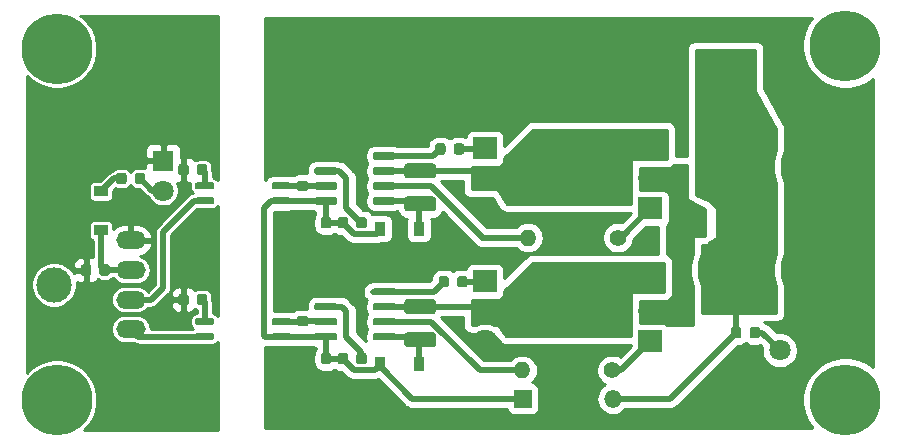
<source format=gbr>
G04 #@! TF.GenerationSoftware,KiCad,Pcbnew,(5.1.4)-1*
G04 #@! TF.CreationDate,2019-10-10T17:31:10+09:00*
G04 #@! TF.ProjectId,_______,cb081b8a-5f47-4622-9e6b-696361645f70,rev?*
G04 #@! TF.SameCoordinates,Original*
G04 #@! TF.FileFunction,Copper,L2,Bot*
G04 #@! TF.FilePolarity,Positive*
%FSLAX46Y46*%
G04 Gerber Fmt 4.6, Leading zero omitted, Abs format (unit mm)*
G04 Created by KiCad (PCBNEW (5.1.4)-1) date 2019-10-10 17:31:10*
%MOMM*%
%LPD*%
G04 APERTURE LIST*
%ADD10C,0.100000*%
%ADD11C,0.875000*%
%ADD12R,1.600000X1.600000*%
%ADD13C,1.600000*%
%ADD14R,1.200000X0.900000*%
%ADD15C,1.800000*%
%ADD16R,1.800000X1.800000*%
%ADD17C,3.000000*%
%ADD18O,2.500000X1.500000*%
%ADD19C,6.500000*%
%ADD20R,2.000000X1.905000*%
%ADD21O,2.000000X1.905000*%
%ADD22C,0.600000*%
%ADD23C,1.250000*%
%ADD24C,0.550000*%
%ADD25R,0.900000X1.200000*%
%ADD26C,4.500880*%
%ADD27C,1.400000*%
%ADD28O,1.400000X1.400000*%
%ADD29R,1.500000X1.500000*%
%ADD30O,1.500000X1.500000*%
%ADD31R,2.500000X1.800000*%
%ADD32C,6.000000*%
%ADD33C,0.500000*%
%ADD34C,0.254000*%
G04 APERTURE END LIST*
D10*
G36*
X93527691Y-101526053D02*
G01*
X93548926Y-101529203D01*
X93569750Y-101534419D01*
X93589962Y-101541651D01*
X93609368Y-101550830D01*
X93627781Y-101561866D01*
X93645024Y-101574654D01*
X93660930Y-101589070D01*
X93675346Y-101604976D01*
X93688134Y-101622219D01*
X93699170Y-101640632D01*
X93708349Y-101660038D01*
X93715581Y-101680250D01*
X93720797Y-101701074D01*
X93723947Y-101722309D01*
X93725000Y-101743750D01*
X93725000Y-102256250D01*
X93723947Y-102277691D01*
X93720797Y-102298926D01*
X93715581Y-102319750D01*
X93708349Y-102339962D01*
X93699170Y-102359368D01*
X93688134Y-102377781D01*
X93675346Y-102395024D01*
X93660930Y-102410930D01*
X93645024Y-102425346D01*
X93627781Y-102438134D01*
X93609368Y-102449170D01*
X93589962Y-102458349D01*
X93569750Y-102465581D01*
X93548926Y-102470797D01*
X93527691Y-102473947D01*
X93506250Y-102475000D01*
X93068750Y-102475000D01*
X93047309Y-102473947D01*
X93026074Y-102470797D01*
X93005250Y-102465581D01*
X92985038Y-102458349D01*
X92965632Y-102449170D01*
X92947219Y-102438134D01*
X92929976Y-102425346D01*
X92914070Y-102410930D01*
X92899654Y-102395024D01*
X92886866Y-102377781D01*
X92875830Y-102359368D01*
X92866651Y-102339962D01*
X92859419Y-102319750D01*
X92854203Y-102298926D01*
X92851053Y-102277691D01*
X92850000Y-102256250D01*
X92850000Y-101743750D01*
X92851053Y-101722309D01*
X92854203Y-101701074D01*
X92859419Y-101680250D01*
X92866651Y-101660038D01*
X92875830Y-101640632D01*
X92886866Y-101622219D01*
X92899654Y-101604976D01*
X92914070Y-101589070D01*
X92929976Y-101574654D01*
X92947219Y-101561866D01*
X92965632Y-101550830D01*
X92985038Y-101541651D01*
X93005250Y-101534419D01*
X93026074Y-101529203D01*
X93047309Y-101526053D01*
X93068750Y-101525000D01*
X93506250Y-101525000D01*
X93527691Y-101526053D01*
X93527691Y-101526053D01*
G37*
D11*
X93287500Y-102000000D03*
D10*
G36*
X91952691Y-101526053D02*
G01*
X91973926Y-101529203D01*
X91994750Y-101534419D01*
X92014962Y-101541651D01*
X92034368Y-101550830D01*
X92052781Y-101561866D01*
X92070024Y-101574654D01*
X92085930Y-101589070D01*
X92100346Y-101604976D01*
X92113134Y-101622219D01*
X92124170Y-101640632D01*
X92133349Y-101660038D01*
X92140581Y-101680250D01*
X92145797Y-101701074D01*
X92148947Y-101722309D01*
X92150000Y-101743750D01*
X92150000Y-102256250D01*
X92148947Y-102277691D01*
X92145797Y-102298926D01*
X92140581Y-102319750D01*
X92133349Y-102339962D01*
X92124170Y-102359368D01*
X92113134Y-102377781D01*
X92100346Y-102395024D01*
X92085930Y-102410930D01*
X92070024Y-102425346D01*
X92052781Y-102438134D01*
X92034368Y-102449170D01*
X92014962Y-102458349D01*
X91994750Y-102465581D01*
X91973926Y-102470797D01*
X91952691Y-102473947D01*
X91931250Y-102475000D01*
X91493750Y-102475000D01*
X91472309Y-102473947D01*
X91451074Y-102470797D01*
X91430250Y-102465581D01*
X91410038Y-102458349D01*
X91390632Y-102449170D01*
X91372219Y-102438134D01*
X91354976Y-102425346D01*
X91339070Y-102410930D01*
X91324654Y-102395024D01*
X91311866Y-102377781D01*
X91300830Y-102359368D01*
X91291651Y-102339962D01*
X91284419Y-102319750D01*
X91279203Y-102298926D01*
X91276053Y-102277691D01*
X91275000Y-102256250D01*
X91275000Y-101743750D01*
X91276053Y-101722309D01*
X91279203Y-101701074D01*
X91284419Y-101680250D01*
X91291651Y-101660038D01*
X91300830Y-101640632D01*
X91311866Y-101622219D01*
X91324654Y-101604976D01*
X91339070Y-101589070D01*
X91354976Y-101574654D01*
X91372219Y-101561866D01*
X91390632Y-101550830D01*
X91410038Y-101541651D01*
X91430250Y-101534419D01*
X91451074Y-101529203D01*
X91472309Y-101526053D01*
X91493750Y-101525000D01*
X91931250Y-101525000D01*
X91952691Y-101526053D01*
X91952691Y-101526053D01*
G37*
D11*
X91712500Y-102000000D03*
D10*
G36*
X112277691Y-97526053D02*
G01*
X112298926Y-97529203D01*
X112319750Y-97534419D01*
X112339962Y-97541651D01*
X112359368Y-97550830D01*
X112377781Y-97561866D01*
X112395024Y-97574654D01*
X112410930Y-97589070D01*
X112425346Y-97604976D01*
X112438134Y-97622219D01*
X112449170Y-97640632D01*
X112458349Y-97660038D01*
X112465581Y-97680250D01*
X112470797Y-97701074D01*
X112473947Y-97722309D01*
X112475000Y-97743750D01*
X112475000Y-98256250D01*
X112473947Y-98277691D01*
X112470797Y-98298926D01*
X112465581Y-98319750D01*
X112458349Y-98339962D01*
X112449170Y-98359368D01*
X112438134Y-98377781D01*
X112425346Y-98395024D01*
X112410930Y-98410930D01*
X112395024Y-98425346D01*
X112377781Y-98438134D01*
X112359368Y-98449170D01*
X112339962Y-98458349D01*
X112319750Y-98465581D01*
X112298926Y-98470797D01*
X112277691Y-98473947D01*
X112256250Y-98475000D01*
X111818750Y-98475000D01*
X111797309Y-98473947D01*
X111776074Y-98470797D01*
X111755250Y-98465581D01*
X111735038Y-98458349D01*
X111715632Y-98449170D01*
X111697219Y-98438134D01*
X111679976Y-98425346D01*
X111664070Y-98410930D01*
X111649654Y-98395024D01*
X111636866Y-98377781D01*
X111625830Y-98359368D01*
X111616651Y-98339962D01*
X111609419Y-98319750D01*
X111604203Y-98298926D01*
X111601053Y-98277691D01*
X111600000Y-98256250D01*
X111600000Y-97743750D01*
X111601053Y-97722309D01*
X111604203Y-97701074D01*
X111609419Y-97680250D01*
X111616651Y-97660038D01*
X111625830Y-97640632D01*
X111636866Y-97622219D01*
X111649654Y-97604976D01*
X111664070Y-97589070D01*
X111679976Y-97574654D01*
X111697219Y-97561866D01*
X111715632Y-97550830D01*
X111735038Y-97541651D01*
X111755250Y-97534419D01*
X111776074Y-97529203D01*
X111797309Y-97526053D01*
X111818750Y-97525000D01*
X112256250Y-97525000D01*
X112277691Y-97526053D01*
X112277691Y-97526053D01*
G37*
D11*
X112037500Y-98000000D03*
D10*
G36*
X110702691Y-97526053D02*
G01*
X110723926Y-97529203D01*
X110744750Y-97534419D01*
X110764962Y-97541651D01*
X110784368Y-97550830D01*
X110802781Y-97561866D01*
X110820024Y-97574654D01*
X110835930Y-97589070D01*
X110850346Y-97604976D01*
X110863134Y-97622219D01*
X110874170Y-97640632D01*
X110883349Y-97660038D01*
X110890581Y-97680250D01*
X110895797Y-97701074D01*
X110898947Y-97722309D01*
X110900000Y-97743750D01*
X110900000Y-98256250D01*
X110898947Y-98277691D01*
X110895797Y-98298926D01*
X110890581Y-98319750D01*
X110883349Y-98339962D01*
X110874170Y-98359368D01*
X110863134Y-98377781D01*
X110850346Y-98395024D01*
X110835930Y-98410930D01*
X110820024Y-98425346D01*
X110802781Y-98438134D01*
X110784368Y-98449170D01*
X110764962Y-98458349D01*
X110744750Y-98465581D01*
X110723926Y-98470797D01*
X110702691Y-98473947D01*
X110681250Y-98475000D01*
X110243750Y-98475000D01*
X110222309Y-98473947D01*
X110201074Y-98470797D01*
X110180250Y-98465581D01*
X110160038Y-98458349D01*
X110140632Y-98449170D01*
X110122219Y-98438134D01*
X110104976Y-98425346D01*
X110089070Y-98410930D01*
X110074654Y-98395024D01*
X110061866Y-98377781D01*
X110050830Y-98359368D01*
X110041651Y-98339962D01*
X110034419Y-98319750D01*
X110029203Y-98298926D01*
X110026053Y-98277691D01*
X110025000Y-98256250D01*
X110025000Y-97743750D01*
X110026053Y-97722309D01*
X110029203Y-97701074D01*
X110034419Y-97680250D01*
X110041651Y-97660038D01*
X110050830Y-97640632D01*
X110061866Y-97622219D01*
X110074654Y-97604976D01*
X110089070Y-97589070D01*
X110104976Y-97574654D01*
X110122219Y-97561866D01*
X110140632Y-97550830D01*
X110160038Y-97541651D01*
X110180250Y-97534419D01*
X110201074Y-97529203D01*
X110222309Y-97526053D01*
X110243750Y-97525000D01*
X110681250Y-97525000D01*
X110702691Y-97526053D01*
X110702691Y-97526053D01*
G37*
D11*
X110462500Y-98000000D03*
D10*
G36*
X112277691Y-109026053D02*
G01*
X112298926Y-109029203D01*
X112319750Y-109034419D01*
X112339962Y-109041651D01*
X112359368Y-109050830D01*
X112377781Y-109061866D01*
X112395024Y-109074654D01*
X112410930Y-109089070D01*
X112425346Y-109104976D01*
X112438134Y-109122219D01*
X112449170Y-109140632D01*
X112458349Y-109160038D01*
X112465581Y-109180250D01*
X112470797Y-109201074D01*
X112473947Y-109222309D01*
X112475000Y-109243750D01*
X112475000Y-109756250D01*
X112473947Y-109777691D01*
X112470797Y-109798926D01*
X112465581Y-109819750D01*
X112458349Y-109839962D01*
X112449170Y-109859368D01*
X112438134Y-109877781D01*
X112425346Y-109895024D01*
X112410930Y-109910930D01*
X112395024Y-109925346D01*
X112377781Y-109938134D01*
X112359368Y-109949170D01*
X112339962Y-109958349D01*
X112319750Y-109965581D01*
X112298926Y-109970797D01*
X112277691Y-109973947D01*
X112256250Y-109975000D01*
X111818750Y-109975000D01*
X111797309Y-109973947D01*
X111776074Y-109970797D01*
X111755250Y-109965581D01*
X111735038Y-109958349D01*
X111715632Y-109949170D01*
X111697219Y-109938134D01*
X111679976Y-109925346D01*
X111664070Y-109910930D01*
X111649654Y-109895024D01*
X111636866Y-109877781D01*
X111625830Y-109859368D01*
X111616651Y-109839962D01*
X111609419Y-109819750D01*
X111604203Y-109798926D01*
X111601053Y-109777691D01*
X111600000Y-109756250D01*
X111600000Y-109243750D01*
X111601053Y-109222309D01*
X111604203Y-109201074D01*
X111609419Y-109180250D01*
X111616651Y-109160038D01*
X111625830Y-109140632D01*
X111636866Y-109122219D01*
X111649654Y-109104976D01*
X111664070Y-109089070D01*
X111679976Y-109074654D01*
X111697219Y-109061866D01*
X111715632Y-109050830D01*
X111735038Y-109041651D01*
X111755250Y-109034419D01*
X111776074Y-109029203D01*
X111797309Y-109026053D01*
X111818750Y-109025000D01*
X112256250Y-109025000D01*
X112277691Y-109026053D01*
X112277691Y-109026053D01*
G37*
D11*
X112037500Y-109500000D03*
D10*
G36*
X110702691Y-109026053D02*
G01*
X110723926Y-109029203D01*
X110744750Y-109034419D01*
X110764962Y-109041651D01*
X110784368Y-109050830D01*
X110802781Y-109061866D01*
X110820024Y-109074654D01*
X110835930Y-109089070D01*
X110850346Y-109104976D01*
X110863134Y-109122219D01*
X110874170Y-109140632D01*
X110883349Y-109160038D01*
X110890581Y-109180250D01*
X110895797Y-109201074D01*
X110898947Y-109222309D01*
X110900000Y-109243750D01*
X110900000Y-109756250D01*
X110898947Y-109777691D01*
X110895797Y-109798926D01*
X110890581Y-109819750D01*
X110883349Y-109839962D01*
X110874170Y-109859368D01*
X110863134Y-109877781D01*
X110850346Y-109895024D01*
X110835930Y-109910930D01*
X110820024Y-109925346D01*
X110802781Y-109938134D01*
X110784368Y-109949170D01*
X110764962Y-109958349D01*
X110744750Y-109965581D01*
X110723926Y-109970797D01*
X110702691Y-109973947D01*
X110681250Y-109975000D01*
X110243750Y-109975000D01*
X110222309Y-109973947D01*
X110201074Y-109970797D01*
X110180250Y-109965581D01*
X110160038Y-109958349D01*
X110140632Y-109949170D01*
X110122219Y-109938134D01*
X110104976Y-109925346D01*
X110089070Y-109910930D01*
X110074654Y-109895024D01*
X110061866Y-109877781D01*
X110050830Y-109859368D01*
X110041651Y-109839962D01*
X110034419Y-109819750D01*
X110029203Y-109798926D01*
X110026053Y-109777691D01*
X110025000Y-109756250D01*
X110025000Y-109243750D01*
X110026053Y-109222309D01*
X110029203Y-109201074D01*
X110034419Y-109180250D01*
X110041651Y-109160038D01*
X110050830Y-109140632D01*
X110061866Y-109122219D01*
X110074654Y-109104976D01*
X110089070Y-109089070D01*
X110104976Y-109074654D01*
X110122219Y-109061866D01*
X110140632Y-109050830D01*
X110160038Y-109041651D01*
X110180250Y-109034419D01*
X110201074Y-109029203D01*
X110222309Y-109026053D01*
X110243750Y-109025000D01*
X110681250Y-109025000D01*
X110702691Y-109026053D01*
X110702691Y-109026053D01*
G37*
D11*
X110462500Y-109500000D03*
D12*
X146750000Y-84500000D03*
D13*
X150250000Y-84500000D03*
D14*
X93000000Y-98650000D03*
X93000000Y-95350000D03*
D15*
X150460000Y-108800000D03*
D16*
X153000000Y-108800000D03*
X98250000Y-92750000D03*
D15*
X98250000Y-95290000D03*
D17*
X89000000Y-103250000D03*
D18*
X95500000Y-107000000D03*
X95500000Y-104500000D03*
X95500000Y-102000000D03*
X95500000Y-99500000D03*
D19*
X146750000Y-102000000D03*
X153750000Y-102000000D03*
D20*
X139500000Y-96790000D03*
D21*
X139500000Y-94250000D03*
X139500000Y-91710000D03*
X125500000Y-96790000D03*
X125500000Y-94250000D03*
D20*
X125500000Y-91710000D03*
D21*
X139500000Y-102960000D03*
X139500000Y-105500000D03*
D20*
X139500000Y-108040000D03*
X125500000Y-102960000D03*
D21*
X125500000Y-105500000D03*
X125500000Y-108040000D03*
D10*
G36*
X100202691Y-93026053D02*
G01*
X100223926Y-93029203D01*
X100244750Y-93034419D01*
X100264962Y-93041651D01*
X100284368Y-93050830D01*
X100302781Y-93061866D01*
X100320024Y-93074654D01*
X100335930Y-93089070D01*
X100350346Y-93104976D01*
X100363134Y-93122219D01*
X100374170Y-93140632D01*
X100383349Y-93160038D01*
X100390581Y-93180250D01*
X100395797Y-93201074D01*
X100398947Y-93222309D01*
X100400000Y-93243750D01*
X100400000Y-93756250D01*
X100398947Y-93777691D01*
X100395797Y-93798926D01*
X100390581Y-93819750D01*
X100383349Y-93839962D01*
X100374170Y-93859368D01*
X100363134Y-93877781D01*
X100350346Y-93895024D01*
X100335930Y-93910930D01*
X100320024Y-93925346D01*
X100302781Y-93938134D01*
X100284368Y-93949170D01*
X100264962Y-93958349D01*
X100244750Y-93965581D01*
X100223926Y-93970797D01*
X100202691Y-93973947D01*
X100181250Y-93975000D01*
X99743750Y-93975000D01*
X99722309Y-93973947D01*
X99701074Y-93970797D01*
X99680250Y-93965581D01*
X99660038Y-93958349D01*
X99640632Y-93949170D01*
X99622219Y-93938134D01*
X99604976Y-93925346D01*
X99589070Y-93910930D01*
X99574654Y-93895024D01*
X99561866Y-93877781D01*
X99550830Y-93859368D01*
X99541651Y-93839962D01*
X99534419Y-93819750D01*
X99529203Y-93798926D01*
X99526053Y-93777691D01*
X99525000Y-93756250D01*
X99525000Y-93243750D01*
X99526053Y-93222309D01*
X99529203Y-93201074D01*
X99534419Y-93180250D01*
X99541651Y-93160038D01*
X99550830Y-93140632D01*
X99561866Y-93122219D01*
X99574654Y-93104976D01*
X99589070Y-93089070D01*
X99604976Y-93074654D01*
X99622219Y-93061866D01*
X99640632Y-93050830D01*
X99660038Y-93041651D01*
X99680250Y-93034419D01*
X99701074Y-93029203D01*
X99722309Y-93026053D01*
X99743750Y-93025000D01*
X100181250Y-93025000D01*
X100202691Y-93026053D01*
X100202691Y-93026053D01*
G37*
D11*
X99962500Y-93500000D03*
D10*
G36*
X101777691Y-93026053D02*
G01*
X101798926Y-93029203D01*
X101819750Y-93034419D01*
X101839962Y-93041651D01*
X101859368Y-93050830D01*
X101877781Y-93061866D01*
X101895024Y-93074654D01*
X101910930Y-93089070D01*
X101925346Y-93104976D01*
X101938134Y-93122219D01*
X101949170Y-93140632D01*
X101958349Y-93160038D01*
X101965581Y-93180250D01*
X101970797Y-93201074D01*
X101973947Y-93222309D01*
X101975000Y-93243750D01*
X101975000Y-93756250D01*
X101973947Y-93777691D01*
X101970797Y-93798926D01*
X101965581Y-93819750D01*
X101958349Y-93839962D01*
X101949170Y-93859368D01*
X101938134Y-93877781D01*
X101925346Y-93895024D01*
X101910930Y-93910930D01*
X101895024Y-93925346D01*
X101877781Y-93938134D01*
X101859368Y-93949170D01*
X101839962Y-93958349D01*
X101819750Y-93965581D01*
X101798926Y-93970797D01*
X101777691Y-93973947D01*
X101756250Y-93975000D01*
X101318750Y-93975000D01*
X101297309Y-93973947D01*
X101276074Y-93970797D01*
X101255250Y-93965581D01*
X101235038Y-93958349D01*
X101215632Y-93949170D01*
X101197219Y-93938134D01*
X101179976Y-93925346D01*
X101164070Y-93910930D01*
X101149654Y-93895024D01*
X101136866Y-93877781D01*
X101125830Y-93859368D01*
X101116651Y-93839962D01*
X101109419Y-93819750D01*
X101104203Y-93798926D01*
X101101053Y-93777691D01*
X101100000Y-93756250D01*
X101100000Y-93243750D01*
X101101053Y-93222309D01*
X101104203Y-93201074D01*
X101109419Y-93180250D01*
X101116651Y-93160038D01*
X101125830Y-93140632D01*
X101136866Y-93122219D01*
X101149654Y-93104976D01*
X101164070Y-93089070D01*
X101179976Y-93074654D01*
X101197219Y-93061866D01*
X101215632Y-93050830D01*
X101235038Y-93041651D01*
X101255250Y-93034419D01*
X101276074Y-93029203D01*
X101297309Y-93026053D01*
X101318750Y-93025000D01*
X101756250Y-93025000D01*
X101777691Y-93026053D01*
X101777691Y-93026053D01*
G37*
D11*
X101537500Y-93500000D03*
D10*
G36*
X101777691Y-104026053D02*
G01*
X101798926Y-104029203D01*
X101819750Y-104034419D01*
X101839962Y-104041651D01*
X101859368Y-104050830D01*
X101877781Y-104061866D01*
X101895024Y-104074654D01*
X101910930Y-104089070D01*
X101925346Y-104104976D01*
X101938134Y-104122219D01*
X101949170Y-104140632D01*
X101958349Y-104160038D01*
X101965581Y-104180250D01*
X101970797Y-104201074D01*
X101973947Y-104222309D01*
X101975000Y-104243750D01*
X101975000Y-104756250D01*
X101973947Y-104777691D01*
X101970797Y-104798926D01*
X101965581Y-104819750D01*
X101958349Y-104839962D01*
X101949170Y-104859368D01*
X101938134Y-104877781D01*
X101925346Y-104895024D01*
X101910930Y-104910930D01*
X101895024Y-104925346D01*
X101877781Y-104938134D01*
X101859368Y-104949170D01*
X101839962Y-104958349D01*
X101819750Y-104965581D01*
X101798926Y-104970797D01*
X101777691Y-104973947D01*
X101756250Y-104975000D01*
X101318750Y-104975000D01*
X101297309Y-104973947D01*
X101276074Y-104970797D01*
X101255250Y-104965581D01*
X101235038Y-104958349D01*
X101215632Y-104949170D01*
X101197219Y-104938134D01*
X101179976Y-104925346D01*
X101164070Y-104910930D01*
X101149654Y-104895024D01*
X101136866Y-104877781D01*
X101125830Y-104859368D01*
X101116651Y-104839962D01*
X101109419Y-104819750D01*
X101104203Y-104798926D01*
X101101053Y-104777691D01*
X101100000Y-104756250D01*
X101100000Y-104243750D01*
X101101053Y-104222309D01*
X101104203Y-104201074D01*
X101109419Y-104180250D01*
X101116651Y-104160038D01*
X101125830Y-104140632D01*
X101136866Y-104122219D01*
X101149654Y-104104976D01*
X101164070Y-104089070D01*
X101179976Y-104074654D01*
X101197219Y-104061866D01*
X101215632Y-104050830D01*
X101235038Y-104041651D01*
X101255250Y-104034419D01*
X101276074Y-104029203D01*
X101297309Y-104026053D01*
X101318750Y-104025000D01*
X101756250Y-104025000D01*
X101777691Y-104026053D01*
X101777691Y-104026053D01*
G37*
D11*
X101537500Y-104500000D03*
D10*
G36*
X100202691Y-104026053D02*
G01*
X100223926Y-104029203D01*
X100244750Y-104034419D01*
X100264962Y-104041651D01*
X100284368Y-104050830D01*
X100302781Y-104061866D01*
X100320024Y-104074654D01*
X100335930Y-104089070D01*
X100350346Y-104104976D01*
X100363134Y-104122219D01*
X100374170Y-104140632D01*
X100383349Y-104160038D01*
X100390581Y-104180250D01*
X100395797Y-104201074D01*
X100398947Y-104222309D01*
X100400000Y-104243750D01*
X100400000Y-104756250D01*
X100398947Y-104777691D01*
X100395797Y-104798926D01*
X100390581Y-104819750D01*
X100383349Y-104839962D01*
X100374170Y-104859368D01*
X100363134Y-104877781D01*
X100350346Y-104895024D01*
X100335930Y-104910930D01*
X100320024Y-104925346D01*
X100302781Y-104938134D01*
X100284368Y-104949170D01*
X100264962Y-104958349D01*
X100244750Y-104965581D01*
X100223926Y-104970797D01*
X100202691Y-104973947D01*
X100181250Y-104975000D01*
X99743750Y-104975000D01*
X99722309Y-104973947D01*
X99701074Y-104970797D01*
X99680250Y-104965581D01*
X99660038Y-104958349D01*
X99640632Y-104949170D01*
X99622219Y-104938134D01*
X99604976Y-104925346D01*
X99589070Y-104910930D01*
X99574654Y-104895024D01*
X99561866Y-104877781D01*
X99550830Y-104859368D01*
X99541651Y-104839962D01*
X99534419Y-104819750D01*
X99529203Y-104798926D01*
X99526053Y-104777691D01*
X99525000Y-104756250D01*
X99525000Y-104243750D01*
X99526053Y-104222309D01*
X99529203Y-104201074D01*
X99534419Y-104180250D01*
X99541651Y-104160038D01*
X99550830Y-104140632D01*
X99561866Y-104122219D01*
X99574654Y-104104976D01*
X99589070Y-104089070D01*
X99604976Y-104074654D01*
X99622219Y-104061866D01*
X99640632Y-104050830D01*
X99660038Y-104041651D01*
X99680250Y-104034419D01*
X99701074Y-104029203D01*
X99722309Y-104026053D01*
X99743750Y-104025000D01*
X100181250Y-104025000D01*
X100202691Y-104026053D01*
X100202691Y-104026053D01*
G37*
D11*
X99962500Y-104500000D03*
D10*
G36*
X110327691Y-92876053D02*
G01*
X110348926Y-92879203D01*
X110369750Y-92884419D01*
X110389962Y-92891651D01*
X110409368Y-92900830D01*
X110427781Y-92911866D01*
X110445024Y-92924654D01*
X110460930Y-92939070D01*
X110475346Y-92954976D01*
X110488134Y-92972219D01*
X110499170Y-92990632D01*
X110508349Y-93010038D01*
X110515581Y-93030250D01*
X110520797Y-93051074D01*
X110523947Y-93072309D01*
X110525000Y-93093750D01*
X110525000Y-93531250D01*
X110523947Y-93552691D01*
X110520797Y-93573926D01*
X110515581Y-93594750D01*
X110508349Y-93614962D01*
X110499170Y-93634368D01*
X110488134Y-93652781D01*
X110475346Y-93670024D01*
X110460930Y-93685930D01*
X110445024Y-93700346D01*
X110427781Y-93713134D01*
X110409368Y-93724170D01*
X110389962Y-93733349D01*
X110369750Y-93740581D01*
X110348926Y-93745797D01*
X110327691Y-93748947D01*
X110306250Y-93750000D01*
X109793750Y-93750000D01*
X109772309Y-93748947D01*
X109751074Y-93745797D01*
X109730250Y-93740581D01*
X109710038Y-93733349D01*
X109690632Y-93724170D01*
X109672219Y-93713134D01*
X109654976Y-93700346D01*
X109639070Y-93685930D01*
X109624654Y-93670024D01*
X109611866Y-93652781D01*
X109600830Y-93634368D01*
X109591651Y-93614962D01*
X109584419Y-93594750D01*
X109579203Y-93573926D01*
X109576053Y-93552691D01*
X109575000Y-93531250D01*
X109575000Y-93093750D01*
X109576053Y-93072309D01*
X109579203Y-93051074D01*
X109584419Y-93030250D01*
X109591651Y-93010038D01*
X109600830Y-92990632D01*
X109611866Y-92972219D01*
X109624654Y-92954976D01*
X109639070Y-92939070D01*
X109654976Y-92924654D01*
X109672219Y-92911866D01*
X109690632Y-92900830D01*
X109710038Y-92891651D01*
X109730250Y-92884419D01*
X109751074Y-92879203D01*
X109772309Y-92876053D01*
X109793750Y-92875000D01*
X110306250Y-92875000D01*
X110327691Y-92876053D01*
X110327691Y-92876053D01*
G37*
D11*
X110050000Y-93312500D03*
D10*
G36*
X110327691Y-94451053D02*
G01*
X110348926Y-94454203D01*
X110369750Y-94459419D01*
X110389962Y-94466651D01*
X110409368Y-94475830D01*
X110427781Y-94486866D01*
X110445024Y-94499654D01*
X110460930Y-94514070D01*
X110475346Y-94529976D01*
X110488134Y-94547219D01*
X110499170Y-94565632D01*
X110508349Y-94585038D01*
X110515581Y-94605250D01*
X110520797Y-94626074D01*
X110523947Y-94647309D01*
X110525000Y-94668750D01*
X110525000Y-95106250D01*
X110523947Y-95127691D01*
X110520797Y-95148926D01*
X110515581Y-95169750D01*
X110508349Y-95189962D01*
X110499170Y-95209368D01*
X110488134Y-95227781D01*
X110475346Y-95245024D01*
X110460930Y-95260930D01*
X110445024Y-95275346D01*
X110427781Y-95288134D01*
X110409368Y-95299170D01*
X110389962Y-95308349D01*
X110369750Y-95315581D01*
X110348926Y-95320797D01*
X110327691Y-95323947D01*
X110306250Y-95325000D01*
X109793750Y-95325000D01*
X109772309Y-95323947D01*
X109751074Y-95320797D01*
X109730250Y-95315581D01*
X109710038Y-95308349D01*
X109690632Y-95299170D01*
X109672219Y-95288134D01*
X109654976Y-95275346D01*
X109639070Y-95260930D01*
X109624654Y-95245024D01*
X109611866Y-95227781D01*
X109600830Y-95209368D01*
X109591651Y-95189962D01*
X109584419Y-95169750D01*
X109579203Y-95148926D01*
X109576053Y-95127691D01*
X109575000Y-95106250D01*
X109575000Y-94668750D01*
X109576053Y-94647309D01*
X109579203Y-94626074D01*
X109584419Y-94605250D01*
X109591651Y-94585038D01*
X109600830Y-94565632D01*
X109611866Y-94547219D01*
X109624654Y-94529976D01*
X109639070Y-94514070D01*
X109654976Y-94499654D01*
X109672219Y-94486866D01*
X109690632Y-94475830D01*
X109710038Y-94466651D01*
X109730250Y-94459419D01*
X109751074Y-94454203D01*
X109772309Y-94451053D01*
X109793750Y-94450000D01*
X110306250Y-94450000D01*
X110327691Y-94451053D01*
X110327691Y-94451053D01*
G37*
D11*
X110050000Y-94887500D03*
D10*
G36*
X110327691Y-105901053D02*
G01*
X110348926Y-105904203D01*
X110369750Y-105909419D01*
X110389962Y-105916651D01*
X110409368Y-105925830D01*
X110427781Y-105936866D01*
X110445024Y-105949654D01*
X110460930Y-105964070D01*
X110475346Y-105979976D01*
X110488134Y-105997219D01*
X110499170Y-106015632D01*
X110508349Y-106035038D01*
X110515581Y-106055250D01*
X110520797Y-106076074D01*
X110523947Y-106097309D01*
X110525000Y-106118750D01*
X110525000Y-106556250D01*
X110523947Y-106577691D01*
X110520797Y-106598926D01*
X110515581Y-106619750D01*
X110508349Y-106639962D01*
X110499170Y-106659368D01*
X110488134Y-106677781D01*
X110475346Y-106695024D01*
X110460930Y-106710930D01*
X110445024Y-106725346D01*
X110427781Y-106738134D01*
X110409368Y-106749170D01*
X110389962Y-106758349D01*
X110369750Y-106765581D01*
X110348926Y-106770797D01*
X110327691Y-106773947D01*
X110306250Y-106775000D01*
X109793750Y-106775000D01*
X109772309Y-106773947D01*
X109751074Y-106770797D01*
X109730250Y-106765581D01*
X109710038Y-106758349D01*
X109690632Y-106749170D01*
X109672219Y-106738134D01*
X109654976Y-106725346D01*
X109639070Y-106710930D01*
X109624654Y-106695024D01*
X109611866Y-106677781D01*
X109600830Y-106659368D01*
X109591651Y-106639962D01*
X109584419Y-106619750D01*
X109579203Y-106598926D01*
X109576053Y-106577691D01*
X109575000Y-106556250D01*
X109575000Y-106118750D01*
X109576053Y-106097309D01*
X109579203Y-106076074D01*
X109584419Y-106055250D01*
X109591651Y-106035038D01*
X109600830Y-106015632D01*
X109611866Y-105997219D01*
X109624654Y-105979976D01*
X109639070Y-105964070D01*
X109654976Y-105949654D01*
X109672219Y-105936866D01*
X109690632Y-105925830D01*
X109710038Y-105916651D01*
X109730250Y-105909419D01*
X109751074Y-105904203D01*
X109772309Y-105901053D01*
X109793750Y-105900000D01*
X110306250Y-105900000D01*
X110327691Y-105901053D01*
X110327691Y-105901053D01*
G37*
D11*
X110050000Y-106337500D03*
D10*
G36*
X110327691Y-104326053D02*
G01*
X110348926Y-104329203D01*
X110369750Y-104334419D01*
X110389962Y-104341651D01*
X110409368Y-104350830D01*
X110427781Y-104361866D01*
X110445024Y-104374654D01*
X110460930Y-104389070D01*
X110475346Y-104404976D01*
X110488134Y-104422219D01*
X110499170Y-104440632D01*
X110508349Y-104460038D01*
X110515581Y-104480250D01*
X110520797Y-104501074D01*
X110523947Y-104522309D01*
X110525000Y-104543750D01*
X110525000Y-104981250D01*
X110523947Y-105002691D01*
X110520797Y-105023926D01*
X110515581Y-105044750D01*
X110508349Y-105064962D01*
X110499170Y-105084368D01*
X110488134Y-105102781D01*
X110475346Y-105120024D01*
X110460930Y-105135930D01*
X110445024Y-105150346D01*
X110427781Y-105163134D01*
X110409368Y-105174170D01*
X110389962Y-105183349D01*
X110369750Y-105190581D01*
X110348926Y-105195797D01*
X110327691Y-105198947D01*
X110306250Y-105200000D01*
X109793750Y-105200000D01*
X109772309Y-105198947D01*
X109751074Y-105195797D01*
X109730250Y-105190581D01*
X109710038Y-105183349D01*
X109690632Y-105174170D01*
X109672219Y-105163134D01*
X109654976Y-105150346D01*
X109639070Y-105135930D01*
X109624654Y-105120024D01*
X109611866Y-105102781D01*
X109600830Y-105084368D01*
X109591651Y-105064962D01*
X109584419Y-105044750D01*
X109579203Y-105023926D01*
X109576053Y-105002691D01*
X109575000Y-104981250D01*
X109575000Y-104543750D01*
X109576053Y-104522309D01*
X109579203Y-104501074D01*
X109584419Y-104480250D01*
X109591651Y-104460038D01*
X109600830Y-104440632D01*
X109611866Y-104422219D01*
X109624654Y-104404976D01*
X109639070Y-104389070D01*
X109654976Y-104374654D01*
X109672219Y-104361866D01*
X109690632Y-104350830D01*
X109710038Y-104341651D01*
X109730250Y-104334419D01*
X109751074Y-104329203D01*
X109772309Y-104326053D01*
X109793750Y-104325000D01*
X110306250Y-104325000D01*
X110327691Y-104326053D01*
X110327691Y-104326053D01*
G37*
D11*
X110050000Y-104762500D03*
D10*
G36*
X148577691Y-106826053D02*
G01*
X148598926Y-106829203D01*
X148619750Y-106834419D01*
X148639962Y-106841651D01*
X148659368Y-106850830D01*
X148677781Y-106861866D01*
X148695024Y-106874654D01*
X148710930Y-106889070D01*
X148725346Y-106904976D01*
X148738134Y-106922219D01*
X148749170Y-106940632D01*
X148758349Y-106960038D01*
X148765581Y-106980250D01*
X148770797Y-107001074D01*
X148773947Y-107022309D01*
X148775000Y-107043750D01*
X148775000Y-107556250D01*
X148773947Y-107577691D01*
X148770797Y-107598926D01*
X148765581Y-107619750D01*
X148758349Y-107639962D01*
X148749170Y-107659368D01*
X148738134Y-107677781D01*
X148725346Y-107695024D01*
X148710930Y-107710930D01*
X148695024Y-107725346D01*
X148677781Y-107738134D01*
X148659368Y-107749170D01*
X148639962Y-107758349D01*
X148619750Y-107765581D01*
X148598926Y-107770797D01*
X148577691Y-107773947D01*
X148556250Y-107775000D01*
X148118750Y-107775000D01*
X148097309Y-107773947D01*
X148076074Y-107770797D01*
X148055250Y-107765581D01*
X148035038Y-107758349D01*
X148015632Y-107749170D01*
X147997219Y-107738134D01*
X147979976Y-107725346D01*
X147964070Y-107710930D01*
X147949654Y-107695024D01*
X147936866Y-107677781D01*
X147925830Y-107659368D01*
X147916651Y-107639962D01*
X147909419Y-107619750D01*
X147904203Y-107598926D01*
X147901053Y-107577691D01*
X147900000Y-107556250D01*
X147900000Y-107043750D01*
X147901053Y-107022309D01*
X147904203Y-107001074D01*
X147909419Y-106980250D01*
X147916651Y-106960038D01*
X147925830Y-106940632D01*
X147936866Y-106922219D01*
X147949654Y-106904976D01*
X147964070Y-106889070D01*
X147979976Y-106874654D01*
X147997219Y-106861866D01*
X148015632Y-106850830D01*
X148035038Y-106841651D01*
X148055250Y-106834419D01*
X148076074Y-106829203D01*
X148097309Y-106826053D01*
X148118750Y-106825000D01*
X148556250Y-106825000D01*
X148577691Y-106826053D01*
X148577691Y-106826053D01*
G37*
D11*
X148337500Y-107300000D03*
D10*
G36*
X147002691Y-106826053D02*
G01*
X147023926Y-106829203D01*
X147044750Y-106834419D01*
X147064962Y-106841651D01*
X147084368Y-106850830D01*
X147102781Y-106861866D01*
X147120024Y-106874654D01*
X147135930Y-106889070D01*
X147150346Y-106904976D01*
X147163134Y-106922219D01*
X147174170Y-106940632D01*
X147183349Y-106960038D01*
X147190581Y-106980250D01*
X147195797Y-107001074D01*
X147198947Y-107022309D01*
X147200000Y-107043750D01*
X147200000Y-107556250D01*
X147198947Y-107577691D01*
X147195797Y-107598926D01*
X147190581Y-107619750D01*
X147183349Y-107639962D01*
X147174170Y-107659368D01*
X147163134Y-107677781D01*
X147150346Y-107695024D01*
X147135930Y-107710930D01*
X147120024Y-107725346D01*
X147102781Y-107738134D01*
X147084368Y-107749170D01*
X147064962Y-107758349D01*
X147044750Y-107765581D01*
X147023926Y-107770797D01*
X147002691Y-107773947D01*
X146981250Y-107775000D01*
X146543750Y-107775000D01*
X146522309Y-107773947D01*
X146501074Y-107770797D01*
X146480250Y-107765581D01*
X146460038Y-107758349D01*
X146440632Y-107749170D01*
X146422219Y-107738134D01*
X146404976Y-107725346D01*
X146389070Y-107710930D01*
X146374654Y-107695024D01*
X146361866Y-107677781D01*
X146350830Y-107659368D01*
X146341651Y-107639962D01*
X146334419Y-107619750D01*
X146329203Y-107598926D01*
X146326053Y-107577691D01*
X146325000Y-107556250D01*
X146325000Y-107043750D01*
X146326053Y-107022309D01*
X146329203Y-107001074D01*
X146334419Y-106980250D01*
X146341651Y-106960038D01*
X146350830Y-106940632D01*
X146361866Y-106922219D01*
X146374654Y-106904976D01*
X146389070Y-106889070D01*
X146404976Y-106874654D01*
X146422219Y-106861866D01*
X146440632Y-106850830D01*
X146460038Y-106841651D01*
X146480250Y-106834419D01*
X146501074Y-106829203D01*
X146522309Y-106826053D01*
X146543750Y-106825000D01*
X146981250Y-106825000D01*
X147002691Y-106826053D01*
X147002691Y-106826053D01*
G37*
D11*
X146762500Y-107300000D03*
D10*
G36*
X94952691Y-93776053D02*
G01*
X94973926Y-93779203D01*
X94994750Y-93784419D01*
X95014962Y-93791651D01*
X95034368Y-93800830D01*
X95052781Y-93811866D01*
X95070024Y-93824654D01*
X95085930Y-93839070D01*
X95100346Y-93854976D01*
X95113134Y-93872219D01*
X95124170Y-93890632D01*
X95133349Y-93910038D01*
X95140581Y-93930250D01*
X95145797Y-93951074D01*
X95148947Y-93972309D01*
X95150000Y-93993750D01*
X95150000Y-94506250D01*
X95148947Y-94527691D01*
X95145797Y-94548926D01*
X95140581Y-94569750D01*
X95133349Y-94589962D01*
X95124170Y-94609368D01*
X95113134Y-94627781D01*
X95100346Y-94645024D01*
X95085930Y-94660930D01*
X95070024Y-94675346D01*
X95052781Y-94688134D01*
X95034368Y-94699170D01*
X95014962Y-94708349D01*
X94994750Y-94715581D01*
X94973926Y-94720797D01*
X94952691Y-94723947D01*
X94931250Y-94725000D01*
X94493750Y-94725000D01*
X94472309Y-94723947D01*
X94451074Y-94720797D01*
X94430250Y-94715581D01*
X94410038Y-94708349D01*
X94390632Y-94699170D01*
X94372219Y-94688134D01*
X94354976Y-94675346D01*
X94339070Y-94660930D01*
X94324654Y-94645024D01*
X94311866Y-94627781D01*
X94300830Y-94609368D01*
X94291651Y-94589962D01*
X94284419Y-94569750D01*
X94279203Y-94548926D01*
X94276053Y-94527691D01*
X94275000Y-94506250D01*
X94275000Y-93993750D01*
X94276053Y-93972309D01*
X94279203Y-93951074D01*
X94284419Y-93930250D01*
X94291651Y-93910038D01*
X94300830Y-93890632D01*
X94311866Y-93872219D01*
X94324654Y-93854976D01*
X94339070Y-93839070D01*
X94354976Y-93824654D01*
X94372219Y-93811866D01*
X94390632Y-93800830D01*
X94410038Y-93791651D01*
X94430250Y-93784419D01*
X94451074Y-93779203D01*
X94472309Y-93776053D01*
X94493750Y-93775000D01*
X94931250Y-93775000D01*
X94952691Y-93776053D01*
X94952691Y-93776053D01*
G37*
D11*
X94712500Y-94250000D03*
D10*
G36*
X96527691Y-93776053D02*
G01*
X96548926Y-93779203D01*
X96569750Y-93784419D01*
X96589962Y-93791651D01*
X96609368Y-93800830D01*
X96627781Y-93811866D01*
X96645024Y-93824654D01*
X96660930Y-93839070D01*
X96675346Y-93854976D01*
X96688134Y-93872219D01*
X96699170Y-93890632D01*
X96708349Y-93910038D01*
X96715581Y-93930250D01*
X96720797Y-93951074D01*
X96723947Y-93972309D01*
X96725000Y-93993750D01*
X96725000Y-94506250D01*
X96723947Y-94527691D01*
X96720797Y-94548926D01*
X96715581Y-94569750D01*
X96708349Y-94589962D01*
X96699170Y-94609368D01*
X96688134Y-94627781D01*
X96675346Y-94645024D01*
X96660930Y-94660930D01*
X96645024Y-94675346D01*
X96627781Y-94688134D01*
X96609368Y-94699170D01*
X96589962Y-94708349D01*
X96569750Y-94715581D01*
X96548926Y-94720797D01*
X96527691Y-94723947D01*
X96506250Y-94725000D01*
X96068750Y-94725000D01*
X96047309Y-94723947D01*
X96026074Y-94720797D01*
X96005250Y-94715581D01*
X95985038Y-94708349D01*
X95965632Y-94699170D01*
X95947219Y-94688134D01*
X95929976Y-94675346D01*
X95914070Y-94660930D01*
X95899654Y-94645024D01*
X95886866Y-94627781D01*
X95875830Y-94609368D01*
X95866651Y-94589962D01*
X95859419Y-94569750D01*
X95854203Y-94548926D01*
X95851053Y-94527691D01*
X95850000Y-94506250D01*
X95850000Y-93993750D01*
X95851053Y-93972309D01*
X95854203Y-93951074D01*
X95859419Y-93930250D01*
X95866651Y-93910038D01*
X95875830Y-93890632D01*
X95886866Y-93872219D01*
X95899654Y-93854976D01*
X95914070Y-93839070D01*
X95929976Y-93824654D01*
X95947219Y-93811866D01*
X95965632Y-93800830D01*
X95985038Y-93791651D01*
X96005250Y-93784419D01*
X96026074Y-93779203D01*
X96047309Y-93776053D01*
X96068750Y-93775000D01*
X96506250Y-93775000D01*
X96527691Y-93776053D01*
X96527691Y-93776053D01*
G37*
D11*
X96287500Y-94250000D03*
D10*
G36*
X113702691Y-97526053D02*
G01*
X113723926Y-97529203D01*
X113744750Y-97534419D01*
X113764962Y-97541651D01*
X113784368Y-97550830D01*
X113802781Y-97561866D01*
X113820024Y-97574654D01*
X113835930Y-97589070D01*
X113850346Y-97604976D01*
X113863134Y-97622219D01*
X113874170Y-97640632D01*
X113883349Y-97660038D01*
X113890581Y-97680250D01*
X113895797Y-97701074D01*
X113898947Y-97722309D01*
X113900000Y-97743750D01*
X113900000Y-98256250D01*
X113898947Y-98277691D01*
X113895797Y-98298926D01*
X113890581Y-98319750D01*
X113883349Y-98339962D01*
X113874170Y-98359368D01*
X113863134Y-98377781D01*
X113850346Y-98395024D01*
X113835930Y-98410930D01*
X113820024Y-98425346D01*
X113802781Y-98438134D01*
X113784368Y-98449170D01*
X113764962Y-98458349D01*
X113744750Y-98465581D01*
X113723926Y-98470797D01*
X113702691Y-98473947D01*
X113681250Y-98475000D01*
X113243750Y-98475000D01*
X113222309Y-98473947D01*
X113201074Y-98470797D01*
X113180250Y-98465581D01*
X113160038Y-98458349D01*
X113140632Y-98449170D01*
X113122219Y-98438134D01*
X113104976Y-98425346D01*
X113089070Y-98410930D01*
X113074654Y-98395024D01*
X113061866Y-98377781D01*
X113050830Y-98359368D01*
X113041651Y-98339962D01*
X113034419Y-98319750D01*
X113029203Y-98298926D01*
X113026053Y-98277691D01*
X113025000Y-98256250D01*
X113025000Y-97743750D01*
X113026053Y-97722309D01*
X113029203Y-97701074D01*
X113034419Y-97680250D01*
X113041651Y-97660038D01*
X113050830Y-97640632D01*
X113061866Y-97622219D01*
X113074654Y-97604976D01*
X113089070Y-97589070D01*
X113104976Y-97574654D01*
X113122219Y-97561866D01*
X113140632Y-97550830D01*
X113160038Y-97541651D01*
X113180250Y-97534419D01*
X113201074Y-97529203D01*
X113222309Y-97526053D01*
X113243750Y-97525000D01*
X113681250Y-97525000D01*
X113702691Y-97526053D01*
X113702691Y-97526053D01*
G37*
D11*
X113462500Y-98000000D03*
D10*
G36*
X115277691Y-97526053D02*
G01*
X115298926Y-97529203D01*
X115319750Y-97534419D01*
X115339962Y-97541651D01*
X115359368Y-97550830D01*
X115377781Y-97561866D01*
X115395024Y-97574654D01*
X115410930Y-97589070D01*
X115425346Y-97604976D01*
X115438134Y-97622219D01*
X115449170Y-97640632D01*
X115458349Y-97660038D01*
X115465581Y-97680250D01*
X115470797Y-97701074D01*
X115473947Y-97722309D01*
X115475000Y-97743750D01*
X115475000Y-98256250D01*
X115473947Y-98277691D01*
X115470797Y-98298926D01*
X115465581Y-98319750D01*
X115458349Y-98339962D01*
X115449170Y-98359368D01*
X115438134Y-98377781D01*
X115425346Y-98395024D01*
X115410930Y-98410930D01*
X115395024Y-98425346D01*
X115377781Y-98438134D01*
X115359368Y-98449170D01*
X115339962Y-98458349D01*
X115319750Y-98465581D01*
X115298926Y-98470797D01*
X115277691Y-98473947D01*
X115256250Y-98475000D01*
X114818750Y-98475000D01*
X114797309Y-98473947D01*
X114776074Y-98470797D01*
X114755250Y-98465581D01*
X114735038Y-98458349D01*
X114715632Y-98449170D01*
X114697219Y-98438134D01*
X114679976Y-98425346D01*
X114664070Y-98410930D01*
X114649654Y-98395024D01*
X114636866Y-98377781D01*
X114625830Y-98359368D01*
X114616651Y-98339962D01*
X114609419Y-98319750D01*
X114604203Y-98298926D01*
X114601053Y-98277691D01*
X114600000Y-98256250D01*
X114600000Y-97743750D01*
X114601053Y-97722309D01*
X114604203Y-97701074D01*
X114609419Y-97680250D01*
X114616651Y-97660038D01*
X114625830Y-97640632D01*
X114636866Y-97622219D01*
X114649654Y-97604976D01*
X114664070Y-97589070D01*
X114679976Y-97574654D01*
X114697219Y-97561866D01*
X114715632Y-97550830D01*
X114735038Y-97541651D01*
X114755250Y-97534419D01*
X114776074Y-97529203D01*
X114797309Y-97526053D01*
X114818750Y-97525000D01*
X115256250Y-97525000D01*
X115277691Y-97526053D01*
X115277691Y-97526053D01*
G37*
D11*
X115037500Y-98000000D03*
D10*
G36*
X115277691Y-109026053D02*
G01*
X115298926Y-109029203D01*
X115319750Y-109034419D01*
X115339962Y-109041651D01*
X115359368Y-109050830D01*
X115377781Y-109061866D01*
X115395024Y-109074654D01*
X115410930Y-109089070D01*
X115425346Y-109104976D01*
X115438134Y-109122219D01*
X115449170Y-109140632D01*
X115458349Y-109160038D01*
X115465581Y-109180250D01*
X115470797Y-109201074D01*
X115473947Y-109222309D01*
X115475000Y-109243750D01*
X115475000Y-109756250D01*
X115473947Y-109777691D01*
X115470797Y-109798926D01*
X115465581Y-109819750D01*
X115458349Y-109839962D01*
X115449170Y-109859368D01*
X115438134Y-109877781D01*
X115425346Y-109895024D01*
X115410930Y-109910930D01*
X115395024Y-109925346D01*
X115377781Y-109938134D01*
X115359368Y-109949170D01*
X115339962Y-109958349D01*
X115319750Y-109965581D01*
X115298926Y-109970797D01*
X115277691Y-109973947D01*
X115256250Y-109975000D01*
X114818750Y-109975000D01*
X114797309Y-109973947D01*
X114776074Y-109970797D01*
X114755250Y-109965581D01*
X114735038Y-109958349D01*
X114715632Y-109949170D01*
X114697219Y-109938134D01*
X114679976Y-109925346D01*
X114664070Y-109910930D01*
X114649654Y-109895024D01*
X114636866Y-109877781D01*
X114625830Y-109859368D01*
X114616651Y-109839962D01*
X114609419Y-109819750D01*
X114604203Y-109798926D01*
X114601053Y-109777691D01*
X114600000Y-109756250D01*
X114600000Y-109243750D01*
X114601053Y-109222309D01*
X114604203Y-109201074D01*
X114609419Y-109180250D01*
X114616651Y-109160038D01*
X114625830Y-109140632D01*
X114636866Y-109122219D01*
X114649654Y-109104976D01*
X114664070Y-109089070D01*
X114679976Y-109074654D01*
X114697219Y-109061866D01*
X114715632Y-109050830D01*
X114735038Y-109041651D01*
X114755250Y-109034419D01*
X114776074Y-109029203D01*
X114797309Y-109026053D01*
X114818750Y-109025000D01*
X115256250Y-109025000D01*
X115277691Y-109026053D01*
X115277691Y-109026053D01*
G37*
D11*
X115037500Y-109500000D03*
D10*
G36*
X113702691Y-109026053D02*
G01*
X113723926Y-109029203D01*
X113744750Y-109034419D01*
X113764962Y-109041651D01*
X113784368Y-109050830D01*
X113802781Y-109061866D01*
X113820024Y-109074654D01*
X113835930Y-109089070D01*
X113850346Y-109104976D01*
X113863134Y-109122219D01*
X113874170Y-109140632D01*
X113883349Y-109160038D01*
X113890581Y-109180250D01*
X113895797Y-109201074D01*
X113898947Y-109222309D01*
X113900000Y-109243750D01*
X113900000Y-109756250D01*
X113898947Y-109777691D01*
X113895797Y-109798926D01*
X113890581Y-109819750D01*
X113883349Y-109839962D01*
X113874170Y-109859368D01*
X113863134Y-109877781D01*
X113850346Y-109895024D01*
X113835930Y-109910930D01*
X113820024Y-109925346D01*
X113802781Y-109938134D01*
X113784368Y-109949170D01*
X113764962Y-109958349D01*
X113744750Y-109965581D01*
X113723926Y-109970797D01*
X113702691Y-109973947D01*
X113681250Y-109975000D01*
X113243750Y-109975000D01*
X113222309Y-109973947D01*
X113201074Y-109970797D01*
X113180250Y-109965581D01*
X113160038Y-109958349D01*
X113140632Y-109949170D01*
X113122219Y-109938134D01*
X113104976Y-109925346D01*
X113089070Y-109910930D01*
X113074654Y-109895024D01*
X113061866Y-109877781D01*
X113050830Y-109859368D01*
X113041651Y-109839962D01*
X113034419Y-109819750D01*
X113029203Y-109798926D01*
X113026053Y-109777691D01*
X113025000Y-109756250D01*
X113025000Y-109243750D01*
X113026053Y-109222309D01*
X113029203Y-109201074D01*
X113034419Y-109180250D01*
X113041651Y-109160038D01*
X113050830Y-109140632D01*
X113061866Y-109122219D01*
X113074654Y-109104976D01*
X113089070Y-109089070D01*
X113104976Y-109074654D01*
X113122219Y-109061866D01*
X113140632Y-109050830D01*
X113160038Y-109041651D01*
X113180250Y-109034419D01*
X113201074Y-109029203D01*
X113222309Y-109026053D01*
X113243750Y-109025000D01*
X113681250Y-109025000D01*
X113702691Y-109026053D01*
X113702691Y-109026053D01*
G37*
D11*
X113462500Y-109500000D03*
D10*
G36*
X112864703Y-95855722D02*
G01*
X112879264Y-95857882D01*
X112893543Y-95861459D01*
X112907403Y-95866418D01*
X112920710Y-95872712D01*
X112933336Y-95880280D01*
X112945159Y-95889048D01*
X112956066Y-95898934D01*
X112965952Y-95909841D01*
X112974720Y-95921664D01*
X112982288Y-95934290D01*
X112988582Y-95947597D01*
X112993541Y-95961457D01*
X112997118Y-95975736D01*
X112999278Y-95990297D01*
X113000000Y-96005000D01*
X113000000Y-96305000D01*
X112999278Y-96319703D01*
X112997118Y-96334264D01*
X112993541Y-96348543D01*
X112988582Y-96362403D01*
X112982288Y-96375710D01*
X112974720Y-96388336D01*
X112965952Y-96400159D01*
X112956066Y-96411066D01*
X112945159Y-96420952D01*
X112933336Y-96429720D01*
X112920710Y-96437288D01*
X112907403Y-96443582D01*
X112893543Y-96448541D01*
X112879264Y-96452118D01*
X112864703Y-96454278D01*
X112850000Y-96455000D01*
X111200000Y-96455000D01*
X111185297Y-96454278D01*
X111170736Y-96452118D01*
X111156457Y-96448541D01*
X111142597Y-96443582D01*
X111129290Y-96437288D01*
X111116664Y-96429720D01*
X111104841Y-96420952D01*
X111093934Y-96411066D01*
X111084048Y-96400159D01*
X111075280Y-96388336D01*
X111067712Y-96375710D01*
X111061418Y-96362403D01*
X111056459Y-96348543D01*
X111052882Y-96334264D01*
X111050722Y-96319703D01*
X111050000Y-96305000D01*
X111050000Y-96005000D01*
X111050722Y-95990297D01*
X111052882Y-95975736D01*
X111056459Y-95961457D01*
X111061418Y-95947597D01*
X111067712Y-95934290D01*
X111075280Y-95921664D01*
X111084048Y-95909841D01*
X111093934Y-95898934D01*
X111104841Y-95889048D01*
X111116664Y-95880280D01*
X111129290Y-95872712D01*
X111142597Y-95866418D01*
X111156457Y-95861459D01*
X111170736Y-95857882D01*
X111185297Y-95855722D01*
X111200000Y-95855000D01*
X112850000Y-95855000D01*
X112864703Y-95855722D01*
X112864703Y-95855722D01*
G37*
D22*
X112025000Y-96155000D03*
D10*
G36*
X112864703Y-94585722D02*
G01*
X112879264Y-94587882D01*
X112893543Y-94591459D01*
X112907403Y-94596418D01*
X112920710Y-94602712D01*
X112933336Y-94610280D01*
X112945159Y-94619048D01*
X112956066Y-94628934D01*
X112965952Y-94639841D01*
X112974720Y-94651664D01*
X112982288Y-94664290D01*
X112988582Y-94677597D01*
X112993541Y-94691457D01*
X112997118Y-94705736D01*
X112999278Y-94720297D01*
X113000000Y-94735000D01*
X113000000Y-95035000D01*
X112999278Y-95049703D01*
X112997118Y-95064264D01*
X112993541Y-95078543D01*
X112988582Y-95092403D01*
X112982288Y-95105710D01*
X112974720Y-95118336D01*
X112965952Y-95130159D01*
X112956066Y-95141066D01*
X112945159Y-95150952D01*
X112933336Y-95159720D01*
X112920710Y-95167288D01*
X112907403Y-95173582D01*
X112893543Y-95178541D01*
X112879264Y-95182118D01*
X112864703Y-95184278D01*
X112850000Y-95185000D01*
X111200000Y-95185000D01*
X111185297Y-95184278D01*
X111170736Y-95182118D01*
X111156457Y-95178541D01*
X111142597Y-95173582D01*
X111129290Y-95167288D01*
X111116664Y-95159720D01*
X111104841Y-95150952D01*
X111093934Y-95141066D01*
X111084048Y-95130159D01*
X111075280Y-95118336D01*
X111067712Y-95105710D01*
X111061418Y-95092403D01*
X111056459Y-95078543D01*
X111052882Y-95064264D01*
X111050722Y-95049703D01*
X111050000Y-95035000D01*
X111050000Y-94735000D01*
X111050722Y-94720297D01*
X111052882Y-94705736D01*
X111056459Y-94691457D01*
X111061418Y-94677597D01*
X111067712Y-94664290D01*
X111075280Y-94651664D01*
X111084048Y-94639841D01*
X111093934Y-94628934D01*
X111104841Y-94619048D01*
X111116664Y-94610280D01*
X111129290Y-94602712D01*
X111142597Y-94596418D01*
X111156457Y-94591459D01*
X111170736Y-94587882D01*
X111185297Y-94585722D01*
X111200000Y-94585000D01*
X112850000Y-94585000D01*
X112864703Y-94585722D01*
X112864703Y-94585722D01*
G37*
D22*
X112025000Y-94885000D03*
D10*
G36*
X112864703Y-93315722D02*
G01*
X112879264Y-93317882D01*
X112893543Y-93321459D01*
X112907403Y-93326418D01*
X112920710Y-93332712D01*
X112933336Y-93340280D01*
X112945159Y-93349048D01*
X112956066Y-93358934D01*
X112965952Y-93369841D01*
X112974720Y-93381664D01*
X112982288Y-93394290D01*
X112988582Y-93407597D01*
X112993541Y-93421457D01*
X112997118Y-93435736D01*
X112999278Y-93450297D01*
X113000000Y-93465000D01*
X113000000Y-93765000D01*
X112999278Y-93779703D01*
X112997118Y-93794264D01*
X112993541Y-93808543D01*
X112988582Y-93822403D01*
X112982288Y-93835710D01*
X112974720Y-93848336D01*
X112965952Y-93860159D01*
X112956066Y-93871066D01*
X112945159Y-93880952D01*
X112933336Y-93889720D01*
X112920710Y-93897288D01*
X112907403Y-93903582D01*
X112893543Y-93908541D01*
X112879264Y-93912118D01*
X112864703Y-93914278D01*
X112850000Y-93915000D01*
X111200000Y-93915000D01*
X111185297Y-93914278D01*
X111170736Y-93912118D01*
X111156457Y-93908541D01*
X111142597Y-93903582D01*
X111129290Y-93897288D01*
X111116664Y-93889720D01*
X111104841Y-93880952D01*
X111093934Y-93871066D01*
X111084048Y-93860159D01*
X111075280Y-93848336D01*
X111067712Y-93835710D01*
X111061418Y-93822403D01*
X111056459Y-93808543D01*
X111052882Y-93794264D01*
X111050722Y-93779703D01*
X111050000Y-93765000D01*
X111050000Y-93465000D01*
X111050722Y-93450297D01*
X111052882Y-93435736D01*
X111056459Y-93421457D01*
X111061418Y-93407597D01*
X111067712Y-93394290D01*
X111075280Y-93381664D01*
X111084048Y-93369841D01*
X111093934Y-93358934D01*
X111104841Y-93349048D01*
X111116664Y-93340280D01*
X111129290Y-93332712D01*
X111142597Y-93326418D01*
X111156457Y-93321459D01*
X111170736Y-93317882D01*
X111185297Y-93315722D01*
X111200000Y-93315000D01*
X112850000Y-93315000D01*
X112864703Y-93315722D01*
X112864703Y-93315722D01*
G37*
D22*
X112025000Y-93615000D03*
D10*
G36*
X112864703Y-92045722D02*
G01*
X112879264Y-92047882D01*
X112893543Y-92051459D01*
X112907403Y-92056418D01*
X112920710Y-92062712D01*
X112933336Y-92070280D01*
X112945159Y-92079048D01*
X112956066Y-92088934D01*
X112965952Y-92099841D01*
X112974720Y-92111664D01*
X112982288Y-92124290D01*
X112988582Y-92137597D01*
X112993541Y-92151457D01*
X112997118Y-92165736D01*
X112999278Y-92180297D01*
X113000000Y-92195000D01*
X113000000Y-92495000D01*
X112999278Y-92509703D01*
X112997118Y-92524264D01*
X112993541Y-92538543D01*
X112988582Y-92552403D01*
X112982288Y-92565710D01*
X112974720Y-92578336D01*
X112965952Y-92590159D01*
X112956066Y-92601066D01*
X112945159Y-92610952D01*
X112933336Y-92619720D01*
X112920710Y-92627288D01*
X112907403Y-92633582D01*
X112893543Y-92638541D01*
X112879264Y-92642118D01*
X112864703Y-92644278D01*
X112850000Y-92645000D01*
X111200000Y-92645000D01*
X111185297Y-92644278D01*
X111170736Y-92642118D01*
X111156457Y-92638541D01*
X111142597Y-92633582D01*
X111129290Y-92627288D01*
X111116664Y-92619720D01*
X111104841Y-92610952D01*
X111093934Y-92601066D01*
X111084048Y-92590159D01*
X111075280Y-92578336D01*
X111067712Y-92565710D01*
X111061418Y-92552403D01*
X111056459Y-92538543D01*
X111052882Y-92524264D01*
X111050722Y-92509703D01*
X111050000Y-92495000D01*
X111050000Y-92195000D01*
X111050722Y-92180297D01*
X111052882Y-92165736D01*
X111056459Y-92151457D01*
X111061418Y-92137597D01*
X111067712Y-92124290D01*
X111075280Y-92111664D01*
X111084048Y-92099841D01*
X111093934Y-92088934D01*
X111104841Y-92079048D01*
X111116664Y-92070280D01*
X111129290Y-92062712D01*
X111142597Y-92056418D01*
X111156457Y-92051459D01*
X111170736Y-92047882D01*
X111185297Y-92045722D01*
X111200000Y-92045000D01*
X112850000Y-92045000D01*
X112864703Y-92045722D01*
X112864703Y-92045722D01*
G37*
D22*
X112025000Y-92345000D03*
D10*
G36*
X117814703Y-92045722D02*
G01*
X117829264Y-92047882D01*
X117843543Y-92051459D01*
X117857403Y-92056418D01*
X117870710Y-92062712D01*
X117883336Y-92070280D01*
X117895159Y-92079048D01*
X117906066Y-92088934D01*
X117915952Y-92099841D01*
X117924720Y-92111664D01*
X117932288Y-92124290D01*
X117938582Y-92137597D01*
X117943541Y-92151457D01*
X117947118Y-92165736D01*
X117949278Y-92180297D01*
X117950000Y-92195000D01*
X117950000Y-92495000D01*
X117949278Y-92509703D01*
X117947118Y-92524264D01*
X117943541Y-92538543D01*
X117938582Y-92552403D01*
X117932288Y-92565710D01*
X117924720Y-92578336D01*
X117915952Y-92590159D01*
X117906066Y-92601066D01*
X117895159Y-92610952D01*
X117883336Y-92619720D01*
X117870710Y-92627288D01*
X117857403Y-92633582D01*
X117843543Y-92638541D01*
X117829264Y-92642118D01*
X117814703Y-92644278D01*
X117800000Y-92645000D01*
X116150000Y-92645000D01*
X116135297Y-92644278D01*
X116120736Y-92642118D01*
X116106457Y-92638541D01*
X116092597Y-92633582D01*
X116079290Y-92627288D01*
X116066664Y-92619720D01*
X116054841Y-92610952D01*
X116043934Y-92601066D01*
X116034048Y-92590159D01*
X116025280Y-92578336D01*
X116017712Y-92565710D01*
X116011418Y-92552403D01*
X116006459Y-92538543D01*
X116002882Y-92524264D01*
X116000722Y-92509703D01*
X116000000Y-92495000D01*
X116000000Y-92195000D01*
X116000722Y-92180297D01*
X116002882Y-92165736D01*
X116006459Y-92151457D01*
X116011418Y-92137597D01*
X116017712Y-92124290D01*
X116025280Y-92111664D01*
X116034048Y-92099841D01*
X116043934Y-92088934D01*
X116054841Y-92079048D01*
X116066664Y-92070280D01*
X116079290Y-92062712D01*
X116092597Y-92056418D01*
X116106457Y-92051459D01*
X116120736Y-92047882D01*
X116135297Y-92045722D01*
X116150000Y-92045000D01*
X117800000Y-92045000D01*
X117814703Y-92045722D01*
X117814703Y-92045722D01*
G37*
D22*
X116975000Y-92345000D03*
D10*
G36*
X117814703Y-93315722D02*
G01*
X117829264Y-93317882D01*
X117843543Y-93321459D01*
X117857403Y-93326418D01*
X117870710Y-93332712D01*
X117883336Y-93340280D01*
X117895159Y-93349048D01*
X117906066Y-93358934D01*
X117915952Y-93369841D01*
X117924720Y-93381664D01*
X117932288Y-93394290D01*
X117938582Y-93407597D01*
X117943541Y-93421457D01*
X117947118Y-93435736D01*
X117949278Y-93450297D01*
X117950000Y-93465000D01*
X117950000Y-93765000D01*
X117949278Y-93779703D01*
X117947118Y-93794264D01*
X117943541Y-93808543D01*
X117938582Y-93822403D01*
X117932288Y-93835710D01*
X117924720Y-93848336D01*
X117915952Y-93860159D01*
X117906066Y-93871066D01*
X117895159Y-93880952D01*
X117883336Y-93889720D01*
X117870710Y-93897288D01*
X117857403Y-93903582D01*
X117843543Y-93908541D01*
X117829264Y-93912118D01*
X117814703Y-93914278D01*
X117800000Y-93915000D01*
X116150000Y-93915000D01*
X116135297Y-93914278D01*
X116120736Y-93912118D01*
X116106457Y-93908541D01*
X116092597Y-93903582D01*
X116079290Y-93897288D01*
X116066664Y-93889720D01*
X116054841Y-93880952D01*
X116043934Y-93871066D01*
X116034048Y-93860159D01*
X116025280Y-93848336D01*
X116017712Y-93835710D01*
X116011418Y-93822403D01*
X116006459Y-93808543D01*
X116002882Y-93794264D01*
X116000722Y-93779703D01*
X116000000Y-93765000D01*
X116000000Y-93465000D01*
X116000722Y-93450297D01*
X116002882Y-93435736D01*
X116006459Y-93421457D01*
X116011418Y-93407597D01*
X116017712Y-93394290D01*
X116025280Y-93381664D01*
X116034048Y-93369841D01*
X116043934Y-93358934D01*
X116054841Y-93349048D01*
X116066664Y-93340280D01*
X116079290Y-93332712D01*
X116092597Y-93326418D01*
X116106457Y-93321459D01*
X116120736Y-93317882D01*
X116135297Y-93315722D01*
X116150000Y-93315000D01*
X117800000Y-93315000D01*
X117814703Y-93315722D01*
X117814703Y-93315722D01*
G37*
D22*
X116975000Y-93615000D03*
D10*
G36*
X117814703Y-94585722D02*
G01*
X117829264Y-94587882D01*
X117843543Y-94591459D01*
X117857403Y-94596418D01*
X117870710Y-94602712D01*
X117883336Y-94610280D01*
X117895159Y-94619048D01*
X117906066Y-94628934D01*
X117915952Y-94639841D01*
X117924720Y-94651664D01*
X117932288Y-94664290D01*
X117938582Y-94677597D01*
X117943541Y-94691457D01*
X117947118Y-94705736D01*
X117949278Y-94720297D01*
X117950000Y-94735000D01*
X117950000Y-95035000D01*
X117949278Y-95049703D01*
X117947118Y-95064264D01*
X117943541Y-95078543D01*
X117938582Y-95092403D01*
X117932288Y-95105710D01*
X117924720Y-95118336D01*
X117915952Y-95130159D01*
X117906066Y-95141066D01*
X117895159Y-95150952D01*
X117883336Y-95159720D01*
X117870710Y-95167288D01*
X117857403Y-95173582D01*
X117843543Y-95178541D01*
X117829264Y-95182118D01*
X117814703Y-95184278D01*
X117800000Y-95185000D01*
X116150000Y-95185000D01*
X116135297Y-95184278D01*
X116120736Y-95182118D01*
X116106457Y-95178541D01*
X116092597Y-95173582D01*
X116079290Y-95167288D01*
X116066664Y-95159720D01*
X116054841Y-95150952D01*
X116043934Y-95141066D01*
X116034048Y-95130159D01*
X116025280Y-95118336D01*
X116017712Y-95105710D01*
X116011418Y-95092403D01*
X116006459Y-95078543D01*
X116002882Y-95064264D01*
X116000722Y-95049703D01*
X116000000Y-95035000D01*
X116000000Y-94735000D01*
X116000722Y-94720297D01*
X116002882Y-94705736D01*
X116006459Y-94691457D01*
X116011418Y-94677597D01*
X116017712Y-94664290D01*
X116025280Y-94651664D01*
X116034048Y-94639841D01*
X116043934Y-94628934D01*
X116054841Y-94619048D01*
X116066664Y-94610280D01*
X116079290Y-94602712D01*
X116092597Y-94596418D01*
X116106457Y-94591459D01*
X116120736Y-94587882D01*
X116135297Y-94585722D01*
X116150000Y-94585000D01*
X117800000Y-94585000D01*
X117814703Y-94585722D01*
X117814703Y-94585722D01*
G37*
D22*
X116975000Y-94885000D03*
D10*
G36*
X117814703Y-95855722D02*
G01*
X117829264Y-95857882D01*
X117843543Y-95861459D01*
X117857403Y-95866418D01*
X117870710Y-95872712D01*
X117883336Y-95880280D01*
X117895159Y-95889048D01*
X117906066Y-95898934D01*
X117915952Y-95909841D01*
X117924720Y-95921664D01*
X117932288Y-95934290D01*
X117938582Y-95947597D01*
X117943541Y-95961457D01*
X117947118Y-95975736D01*
X117949278Y-95990297D01*
X117950000Y-96005000D01*
X117950000Y-96305000D01*
X117949278Y-96319703D01*
X117947118Y-96334264D01*
X117943541Y-96348543D01*
X117938582Y-96362403D01*
X117932288Y-96375710D01*
X117924720Y-96388336D01*
X117915952Y-96400159D01*
X117906066Y-96411066D01*
X117895159Y-96420952D01*
X117883336Y-96429720D01*
X117870710Y-96437288D01*
X117857403Y-96443582D01*
X117843543Y-96448541D01*
X117829264Y-96452118D01*
X117814703Y-96454278D01*
X117800000Y-96455000D01*
X116150000Y-96455000D01*
X116135297Y-96454278D01*
X116120736Y-96452118D01*
X116106457Y-96448541D01*
X116092597Y-96443582D01*
X116079290Y-96437288D01*
X116066664Y-96429720D01*
X116054841Y-96420952D01*
X116043934Y-96411066D01*
X116034048Y-96400159D01*
X116025280Y-96388336D01*
X116017712Y-96375710D01*
X116011418Y-96362403D01*
X116006459Y-96348543D01*
X116002882Y-96334264D01*
X116000722Y-96319703D01*
X116000000Y-96305000D01*
X116000000Y-96005000D01*
X116000722Y-95990297D01*
X116002882Y-95975736D01*
X116006459Y-95961457D01*
X116011418Y-95947597D01*
X116017712Y-95934290D01*
X116025280Y-95921664D01*
X116034048Y-95909841D01*
X116043934Y-95898934D01*
X116054841Y-95889048D01*
X116066664Y-95880280D01*
X116079290Y-95872712D01*
X116092597Y-95866418D01*
X116106457Y-95861459D01*
X116120736Y-95857882D01*
X116135297Y-95855722D01*
X116150000Y-95855000D01*
X117800000Y-95855000D01*
X117814703Y-95855722D01*
X117814703Y-95855722D01*
G37*
D22*
X116975000Y-96155000D03*
D10*
G36*
X117814703Y-107355722D02*
G01*
X117829264Y-107357882D01*
X117843543Y-107361459D01*
X117857403Y-107366418D01*
X117870710Y-107372712D01*
X117883336Y-107380280D01*
X117895159Y-107389048D01*
X117906066Y-107398934D01*
X117915952Y-107409841D01*
X117924720Y-107421664D01*
X117932288Y-107434290D01*
X117938582Y-107447597D01*
X117943541Y-107461457D01*
X117947118Y-107475736D01*
X117949278Y-107490297D01*
X117950000Y-107505000D01*
X117950000Y-107805000D01*
X117949278Y-107819703D01*
X117947118Y-107834264D01*
X117943541Y-107848543D01*
X117938582Y-107862403D01*
X117932288Y-107875710D01*
X117924720Y-107888336D01*
X117915952Y-107900159D01*
X117906066Y-107911066D01*
X117895159Y-107920952D01*
X117883336Y-107929720D01*
X117870710Y-107937288D01*
X117857403Y-107943582D01*
X117843543Y-107948541D01*
X117829264Y-107952118D01*
X117814703Y-107954278D01*
X117800000Y-107955000D01*
X116150000Y-107955000D01*
X116135297Y-107954278D01*
X116120736Y-107952118D01*
X116106457Y-107948541D01*
X116092597Y-107943582D01*
X116079290Y-107937288D01*
X116066664Y-107929720D01*
X116054841Y-107920952D01*
X116043934Y-107911066D01*
X116034048Y-107900159D01*
X116025280Y-107888336D01*
X116017712Y-107875710D01*
X116011418Y-107862403D01*
X116006459Y-107848543D01*
X116002882Y-107834264D01*
X116000722Y-107819703D01*
X116000000Y-107805000D01*
X116000000Y-107505000D01*
X116000722Y-107490297D01*
X116002882Y-107475736D01*
X116006459Y-107461457D01*
X116011418Y-107447597D01*
X116017712Y-107434290D01*
X116025280Y-107421664D01*
X116034048Y-107409841D01*
X116043934Y-107398934D01*
X116054841Y-107389048D01*
X116066664Y-107380280D01*
X116079290Y-107372712D01*
X116092597Y-107366418D01*
X116106457Y-107361459D01*
X116120736Y-107357882D01*
X116135297Y-107355722D01*
X116150000Y-107355000D01*
X117800000Y-107355000D01*
X117814703Y-107355722D01*
X117814703Y-107355722D01*
G37*
D22*
X116975000Y-107655000D03*
D10*
G36*
X117814703Y-106085722D02*
G01*
X117829264Y-106087882D01*
X117843543Y-106091459D01*
X117857403Y-106096418D01*
X117870710Y-106102712D01*
X117883336Y-106110280D01*
X117895159Y-106119048D01*
X117906066Y-106128934D01*
X117915952Y-106139841D01*
X117924720Y-106151664D01*
X117932288Y-106164290D01*
X117938582Y-106177597D01*
X117943541Y-106191457D01*
X117947118Y-106205736D01*
X117949278Y-106220297D01*
X117950000Y-106235000D01*
X117950000Y-106535000D01*
X117949278Y-106549703D01*
X117947118Y-106564264D01*
X117943541Y-106578543D01*
X117938582Y-106592403D01*
X117932288Y-106605710D01*
X117924720Y-106618336D01*
X117915952Y-106630159D01*
X117906066Y-106641066D01*
X117895159Y-106650952D01*
X117883336Y-106659720D01*
X117870710Y-106667288D01*
X117857403Y-106673582D01*
X117843543Y-106678541D01*
X117829264Y-106682118D01*
X117814703Y-106684278D01*
X117800000Y-106685000D01*
X116150000Y-106685000D01*
X116135297Y-106684278D01*
X116120736Y-106682118D01*
X116106457Y-106678541D01*
X116092597Y-106673582D01*
X116079290Y-106667288D01*
X116066664Y-106659720D01*
X116054841Y-106650952D01*
X116043934Y-106641066D01*
X116034048Y-106630159D01*
X116025280Y-106618336D01*
X116017712Y-106605710D01*
X116011418Y-106592403D01*
X116006459Y-106578543D01*
X116002882Y-106564264D01*
X116000722Y-106549703D01*
X116000000Y-106535000D01*
X116000000Y-106235000D01*
X116000722Y-106220297D01*
X116002882Y-106205736D01*
X116006459Y-106191457D01*
X116011418Y-106177597D01*
X116017712Y-106164290D01*
X116025280Y-106151664D01*
X116034048Y-106139841D01*
X116043934Y-106128934D01*
X116054841Y-106119048D01*
X116066664Y-106110280D01*
X116079290Y-106102712D01*
X116092597Y-106096418D01*
X116106457Y-106091459D01*
X116120736Y-106087882D01*
X116135297Y-106085722D01*
X116150000Y-106085000D01*
X117800000Y-106085000D01*
X117814703Y-106085722D01*
X117814703Y-106085722D01*
G37*
D22*
X116975000Y-106385000D03*
D10*
G36*
X117814703Y-104815722D02*
G01*
X117829264Y-104817882D01*
X117843543Y-104821459D01*
X117857403Y-104826418D01*
X117870710Y-104832712D01*
X117883336Y-104840280D01*
X117895159Y-104849048D01*
X117906066Y-104858934D01*
X117915952Y-104869841D01*
X117924720Y-104881664D01*
X117932288Y-104894290D01*
X117938582Y-104907597D01*
X117943541Y-104921457D01*
X117947118Y-104935736D01*
X117949278Y-104950297D01*
X117950000Y-104965000D01*
X117950000Y-105265000D01*
X117949278Y-105279703D01*
X117947118Y-105294264D01*
X117943541Y-105308543D01*
X117938582Y-105322403D01*
X117932288Y-105335710D01*
X117924720Y-105348336D01*
X117915952Y-105360159D01*
X117906066Y-105371066D01*
X117895159Y-105380952D01*
X117883336Y-105389720D01*
X117870710Y-105397288D01*
X117857403Y-105403582D01*
X117843543Y-105408541D01*
X117829264Y-105412118D01*
X117814703Y-105414278D01*
X117800000Y-105415000D01*
X116150000Y-105415000D01*
X116135297Y-105414278D01*
X116120736Y-105412118D01*
X116106457Y-105408541D01*
X116092597Y-105403582D01*
X116079290Y-105397288D01*
X116066664Y-105389720D01*
X116054841Y-105380952D01*
X116043934Y-105371066D01*
X116034048Y-105360159D01*
X116025280Y-105348336D01*
X116017712Y-105335710D01*
X116011418Y-105322403D01*
X116006459Y-105308543D01*
X116002882Y-105294264D01*
X116000722Y-105279703D01*
X116000000Y-105265000D01*
X116000000Y-104965000D01*
X116000722Y-104950297D01*
X116002882Y-104935736D01*
X116006459Y-104921457D01*
X116011418Y-104907597D01*
X116017712Y-104894290D01*
X116025280Y-104881664D01*
X116034048Y-104869841D01*
X116043934Y-104858934D01*
X116054841Y-104849048D01*
X116066664Y-104840280D01*
X116079290Y-104832712D01*
X116092597Y-104826418D01*
X116106457Y-104821459D01*
X116120736Y-104817882D01*
X116135297Y-104815722D01*
X116150000Y-104815000D01*
X117800000Y-104815000D01*
X117814703Y-104815722D01*
X117814703Y-104815722D01*
G37*
D22*
X116975000Y-105115000D03*
D10*
G36*
X117814703Y-103545722D02*
G01*
X117829264Y-103547882D01*
X117843543Y-103551459D01*
X117857403Y-103556418D01*
X117870710Y-103562712D01*
X117883336Y-103570280D01*
X117895159Y-103579048D01*
X117906066Y-103588934D01*
X117915952Y-103599841D01*
X117924720Y-103611664D01*
X117932288Y-103624290D01*
X117938582Y-103637597D01*
X117943541Y-103651457D01*
X117947118Y-103665736D01*
X117949278Y-103680297D01*
X117950000Y-103695000D01*
X117950000Y-103995000D01*
X117949278Y-104009703D01*
X117947118Y-104024264D01*
X117943541Y-104038543D01*
X117938582Y-104052403D01*
X117932288Y-104065710D01*
X117924720Y-104078336D01*
X117915952Y-104090159D01*
X117906066Y-104101066D01*
X117895159Y-104110952D01*
X117883336Y-104119720D01*
X117870710Y-104127288D01*
X117857403Y-104133582D01*
X117843543Y-104138541D01*
X117829264Y-104142118D01*
X117814703Y-104144278D01*
X117800000Y-104145000D01*
X116150000Y-104145000D01*
X116135297Y-104144278D01*
X116120736Y-104142118D01*
X116106457Y-104138541D01*
X116092597Y-104133582D01*
X116079290Y-104127288D01*
X116066664Y-104119720D01*
X116054841Y-104110952D01*
X116043934Y-104101066D01*
X116034048Y-104090159D01*
X116025280Y-104078336D01*
X116017712Y-104065710D01*
X116011418Y-104052403D01*
X116006459Y-104038543D01*
X116002882Y-104024264D01*
X116000722Y-104009703D01*
X116000000Y-103995000D01*
X116000000Y-103695000D01*
X116000722Y-103680297D01*
X116002882Y-103665736D01*
X116006459Y-103651457D01*
X116011418Y-103637597D01*
X116017712Y-103624290D01*
X116025280Y-103611664D01*
X116034048Y-103599841D01*
X116043934Y-103588934D01*
X116054841Y-103579048D01*
X116066664Y-103570280D01*
X116079290Y-103562712D01*
X116092597Y-103556418D01*
X116106457Y-103551459D01*
X116120736Y-103547882D01*
X116135297Y-103545722D01*
X116150000Y-103545000D01*
X117800000Y-103545000D01*
X117814703Y-103545722D01*
X117814703Y-103545722D01*
G37*
D22*
X116975000Y-103845000D03*
D10*
G36*
X112864703Y-103545722D02*
G01*
X112879264Y-103547882D01*
X112893543Y-103551459D01*
X112907403Y-103556418D01*
X112920710Y-103562712D01*
X112933336Y-103570280D01*
X112945159Y-103579048D01*
X112956066Y-103588934D01*
X112965952Y-103599841D01*
X112974720Y-103611664D01*
X112982288Y-103624290D01*
X112988582Y-103637597D01*
X112993541Y-103651457D01*
X112997118Y-103665736D01*
X112999278Y-103680297D01*
X113000000Y-103695000D01*
X113000000Y-103995000D01*
X112999278Y-104009703D01*
X112997118Y-104024264D01*
X112993541Y-104038543D01*
X112988582Y-104052403D01*
X112982288Y-104065710D01*
X112974720Y-104078336D01*
X112965952Y-104090159D01*
X112956066Y-104101066D01*
X112945159Y-104110952D01*
X112933336Y-104119720D01*
X112920710Y-104127288D01*
X112907403Y-104133582D01*
X112893543Y-104138541D01*
X112879264Y-104142118D01*
X112864703Y-104144278D01*
X112850000Y-104145000D01*
X111200000Y-104145000D01*
X111185297Y-104144278D01*
X111170736Y-104142118D01*
X111156457Y-104138541D01*
X111142597Y-104133582D01*
X111129290Y-104127288D01*
X111116664Y-104119720D01*
X111104841Y-104110952D01*
X111093934Y-104101066D01*
X111084048Y-104090159D01*
X111075280Y-104078336D01*
X111067712Y-104065710D01*
X111061418Y-104052403D01*
X111056459Y-104038543D01*
X111052882Y-104024264D01*
X111050722Y-104009703D01*
X111050000Y-103995000D01*
X111050000Y-103695000D01*
X111050722Y-103680297D01*
X111052882Y-103665736D01*
X111056459Y-103651457D01*
X111061418Y-103637597D01*
X111067712Y-103624290D01*
X111075280Y-103611664D01*
X111084048Y-103599841D01*
X111093934Y-103588934D01*
X111104841Y-103579048D01*
X111116664Y-103570280D01*
X111129290Y-103562712D01*
X111142597Y-103556418D01*
X111156457Y-103551459D01*
X111170736Y-103547882D01*
X111185297Y-103545722D01*
X111200000Y-103545000D01*
X112850000Y-103545000D01*
X112864703Y-103545722D01*
X112864703Y-103545722D01*
G37*
D22*
X112025000Y-103845000D03*
D10*
G36*
X112864703Y-104815722D02*
G01*
X112879264Y-104817882D01*
X112893543Y-104821459D01*
X112907403Y-104826418D01*
X112920710Y-104832712D01*
X112933336Y-104840280D01*
X112945159Y-104849048D01*
X112956066Y-104858934D01*
X112965952Y-104869841D01*
X112974720Y-104881664D01*
X112982288Y-104894290D01*
X112988582Y-104907597D01*
X112993541Y-104921457D01*
X112997118Y-104935736D01*
X112999278Y-104950297D01*
X113000000Y-104965000D01*
X113000000Y-105265000D01*
X112999278Y-105279703D01*
X112997118Y-105294264D01*
X112993541Y-105308543D01*
X112988582Y-105322403D01*
X112982288Y-105335710D01*
X112974720Y-105348336D01*
X112965952Y-105360159D01*
X112956066Y-105371066D01*
X112945159Y-105380952D01*
X112933336Y-105389720D01*
X112920710Y-105397288D01*
X112907403Y-105403582D01*
X112893543Y-105408541D01*
X112879264Y-105412118D01*
X112864703Y-105414278D01*
X112850000Y-105415000D01*
X111200000Y-105415000D01*
X111185297Y-105414278D01*
X111170736Y-105412118D01*
X111156457Y-105408541D01*
X111142597Y-105403582D01*
X111129290Y-105397288D01*
X111116664Y-105389720D01*
X111104841Y-105380952D01*
X111093934Y-105371066D01*
X111084048Y-105360159D01*
X111075280Y-105348336D01*
X111067712Y-105335710D01*
X111061418Y-105322403D01*
X111056459Y-105308543D01*
X111052882Y-105294264D01*
X111050722Y-105279703D01*
X111050000Y-105265000D01*
X111050000Y-104965000D01*
X111050722Y-104950297D01*
X111052882Y-104935736D01*
X111056459Y-104921457D01*
X111061418Y-104907597D01*
X111067712Y-104894290D01*
X111075280Y-104881664D01*
X111084048Y-104869841D01*
X111093934Y-104858934D01*
X111104841Y-104849048D01*
X111116664Y-104840280D01*
X111129290Y-104832712D01*
X111142597Y-104826418D01*
X111156457Y-104821459D01*
X111170736Y-104817882D01*
X111185297Y-104815722D01*
X111200000Y-104815000D01*
X112850000Y-104815000D01*
X112864703Y-104815722D01*
X112864703Y-104815722D01*
G37*
D22*
X112025000Y-105115000D03*
D10*
G36*
X112864703Y-106085722D02*
G01*
X112879264Y-106087882D01*
X112893543Y-106091459D01*
X112907403Y-106096418D01*
X112920710Y-106102712D01*
X112933336Y-106110280D01*
X112945159Y-106119048D01*
X112956066Y-106128934D01*
X112965952Y-106139841D01*
X112974720Y-106151664D01*
X112982288Y-106164290D01*
X112988582Y-106177597D01*
X112993541Y-106191457D01*
X112997118Y-106205736D01*
X112999278Y-106220297D01*
X113000000Y-106235000D01*
X113000000Y-106535000D01*
X112999278Y-106549703D01*
X112997118Y-106564264D01*
X112993541Y-106578543D01*
X112988582Y-106592403D01*
X112982288Y-106605710D01*
X112974720Y-106618336D01*
X112965952Y-106630159D01*
X112956066Y-106641066D01*
X112945159Y-106650952D01*
X112933336Y-106659720D01*
X112920710Y-106667288D01*
X112907403Y-106673582D01*
X112893543Y-106678541D01*
X112879264Y-106682118D01*
X112864703Y-106684278D01*
X112850000Y-106685000D01*
X111200000Y-106685000D01*
X111185297Y-106684278D01*
X111170736Y-106682118D01*
X111156457Y-106678541D01*
X111142597Y-106673582D01*
X111129290Y-106667288D01*
X111116664Y-106659720D01*
X111104841Y-106650952D01*
X111093934Y-106641066D01*
X111084048Y-106630159D01*
X111075280Y-106618336D01*
X111067712Y-106605710D01*
X111061418Y-106592403D01*
X111056459Y-106578543D01*
X111052882Y-106564264D01*
X111050722Y-106549703D01*
X111050000Y-106535000D01*
X111050000Y-106235000D01*
X111050722Y-106220297D01*
X111052882Y-106205736D01*
X111056459Y-106191457D01*
X111061418Y-106177597D01*
X111067712Y-106164290D01*
X111075280Y-106151664D01*
X111084048Y-106139841D01*
X111093934Y-106128934D01*
X111104841Y-106119048D01*
X111116664Y-106110280D01*
X111129290Y-106102712D01*
X111142597Y-106096418D01*
X111156457Y-106091459D01*
X111170736Y-106087882D01*
X111185297Y-106085722D01*
X111200000Y-106085000D01*
X112850000Y-106085000D01*
X112864703Y-106085722D01*
X112864703Y-106085722D01*
G37*
D22*
X112025000Y-106385000D03*
D10*
G36*
X112864703Y-107355722D02*
G01*
X112879264Y-107357882D01*
X112893543Y-107361459D01*
X112907403Y-107366418D01*
X112920710Y-107372712D01*
X112933336Y-107380280D01*
X112945159Y-107389048D01*
X112956066Y-107398934D01*
X112965952Y-107409841D01*
X112974720Y-107421664D01*
X112982288Y-107434290D01*
X112988582Y-107447597D01*
X112993541Y-107461457D01*
X112997118Y-107475736D01*
X112999278Y-107490297D01*
X113000000Y-107505000D01*
X113000000Y-107805000D01*
X112999278Y-107819703D01*
X112997118Y-107834264D01*
X112993541Y-107848543D01*
X112988582Y-107862403D01*
X112982288Y-107875710D01*
X112974720Y-107888336D01*
X112965952Y-107900159D01*
X112956066Y-107911066D01*
X112945159Y-107920952D01*
X112933336Y-107929720D01*
X112920710Y-107937288D01*
X112907403Y-107943582D01*
X112893543Y-107948541D01*
X112879264Y-107952118D01*
X112864703Y-107954278D01*
X112850000Y-107955000D01*
X111200000Y-107955000D01*
X111185297Y-107954278D01*
X111170736Y-107952118D01*
X111156457Y-107948541D01*
X111142597Y-107943582D01*
X111129290Y-107937288D01*
X111116664Y-107929720D01*
X111104841Y-107920952D01*
X111093934Y-107911066D01*
X111084048Y-107900159D01*
X111075280Y-107888336D01*
X111067712Y-107875710D01*
X111061418Y-107862403D01*
X111056459Y-107848543D01*
X111052882Y-107834264D01*
X111050722Y-107819703D01*
X111050000Y-107805000D01*
X111050000Y-107505000D01*
X111050722Y-107490297D01*
X111052882Y-107475736D01*
X111056459Y-107461457D01*
X111061418Y-107447597D01*
X111067712Y-107434290D01*
X111075280Y-107421664D01*
X111084048Y-107409841D01*
X111093934Y-107398934D01*
X111104841Y-107389048D01*
X111116664Y-107380280D01*
X111129290Y-107372712D01*
X111142597Y-107366418D01*
X111156457Y-107361459D01*
X111170736Y-107357882D01*
X111185297Y-107355722D01*
X111200000Y-107355000D01*
X112850000Y-107355000D01*
X112864703Y-107355722D01*
X112864703Y-107355722D01*
G37*
D22*
X112025000Y-107655000D03*
D10*
G36*
X121099504Y-92976204D02*
G01*
X121123773Y-92979804D01*
X121147571Y-92985765D01*
X121170671Y-92994030D01*
X121192849Y-93004520D01*
X121213893Y-93017133D01*
X121233598Y-93031747D01*
X121251777Y-93048223D01*
X121268253Y-93066402D01*
X121282867Y-93086107D01*
X121295480Y-93107151D01*
X121305970Y-93129329D01*
X121314235Y-93152429D01*
X121320196Y-93176227D01*
X121323796Y-93200496D01*
X121325000Y-93225000D01*
X121325000Y-93975000D01*
X121323796Y-93999504D01*
X121320196Y-94023773D01*
X121314235Y-94047571D01*
X121305970Y-94070671D01*
X121295480Y-94092849D01*
X121282867Y-94113893D01*
X121268253Y-94133598D01*
X121251777Y-94151777D01*
X121233598Y-94168253D01*
X121213893Y-94182867D01*
X121192849Y-94195480D01*
X121170671Y-94205970D01*
X121147571Y-94214235D01*
X121123773Y-94220196D01*
X121099504Y-94223796D01*
X121075000Y-94225000D01*
X118925000Y-94225000D01*
X118900496Y-94223796D01*
X118876227Y-94220196D01*
X118852429Y-94214235D01*
X118829329Y-94205970D01*
X118807151Y-94195480D01*
X118786107Y-94182867D01*
X118766402Y-94168253D01*
X118748223Y-94151777D01*
X118731747Y-94133598D01*
X118717133Y-94113893D01*
X118704520Y-94092849D01*
X118694030Y-94070671D01*
X118685765Y-94047571D01*
X118679804Y-94023773D01*
X118676204Y-93999504D01*
X118675000Y-93975000D01*
X118675000Y-93225000D01*
X118676204Y-93200496D01*
X118679804Y-93176227D01*
X118685765Y-93152429D01*
X118694030Y-93129329D01*
X118704520Y-93107151D01*
X118717133Y-93086107D01*
X118731747Y-93066402D01*
X118748223Y-93048223D01*
X118766402Y-93031747D01*
X118786107Y-93017133D01*
X118807151Y-93004520D01*
X118829329Y-92994030D01*
X118852429Y-92985765D01*
X118876227Y-92979804D01*
X118900496Y-92976204D01*
X118925000Y-92975000D01*
X121075000Y-92975000D01*
X121099504Y-92976204D01*
X121099504Y-92976204D01*
G37*
D23*
X120000000Y-93600000D03*
D10*
G36*
X121099504Y-95776204D02*
G01*
X121123773Y-95779804D01*
X121147571Y-95785765D01*
X121170671Y-95794030D01*
X121192849Y-95804520D01*
X121213893Y-95817133D01*
X121233598Y-95831747D01*
X121251777Y-95848223D01*
X121268253Y-95866402D01*
X121282867Y-95886107D01*
X121295480Y-95907151D01*
X121305970Y-95929329D01*
X121314235Y-95952429D01*
X121320196Y-95976227D01*
X121323796Y-96000496D01*
X121325000Y-96025000D01*
X121325000Y-96775000D01*
X121323796Y-96799504D01*
X121320196Y-96823773D01*
X121314235Y-96847571D01*
X121305970Y-96870671D01*
X121295480Y-96892849D01*
X121282867Y-96913893D01*
X121268253Y-96933598D01*
X121251777Y-96951777D01*
X121233598Y-96968253D01*
X121213893Y-96982867D01*
X121192849Y-96995480D01*
X121170671Y-97005970D01*
X121147571Y-97014235D01*
X121123773Y-97020196D01*
X121099504Y-97023796D01*
X121075000Y-97025000D01*
X118925000Y-97025000D01*
X118900496Y-97023796D01*
X118876227Y-97020196D01*
X118852429Y-97014235D01*
X118829329Y-97005970D01*
X118807151Y-96995480D01*
X118786107Y-96982867D01*
X118766402Y-96968253D01*
X118748223Y-96951777D01*
X118731747Y-96933598D01*
X118717133Y-96913893D01*
X118704520Y-96892849D01*
X118694030Y-96870671D01*
X118685765Y-96847571D01*
X118679804Y-96823773D01*
X118676204Y-96799504D01*
X118675000Y-96775000D01*
X118675000Y-96025000D01*
X118676204Y-96000496D01*
X118679804Y-95976227D01*
X118685765Y-95952429D01*
X118694030Y-95929329D01*
X118704520Y-95907151D01*
X118717133Y-95886107D01*
X118731747Y-95866402D01*
X118748223Y-95848223D01*
X118766402Y-95831747D01*
X118786107Y-95817133D01*
X118807151Y-95804520D01*
X118829329Y-95794030D01*
X118852429Y-95785765D01*
X118876227Y-95779804D01*
X118900496Y-95776204D01*
X118925000Y-95775000D01*
X121075000Y-95775000D01*
X121099504Y-95776204D01*
X121099504Y-95776204D01*
G37*
D23*
X120000000Y-96400000D03*
D10*
G36*
X121099504Y-107276204D02*
G01*
X121123773Y-107279804D01*
X121147571Y-107285765D01*
X121170671Y-107294030D01*
X121192849Y-107304520D01*
X121213893Y-107317133D01*
X121233598Y-107331747D01*
X121251777Y-107348223D01*
X121268253Y-107366402D01*
X121282867Y-107386107D01*
X121295480Y-107407151D01*
X121305970Y-107429329D01*
X121314235Y-107452429D01*
X121320196Y-107476227D01*
X121323796Y-107500496D01*
X121325000Y-107525000D01*
X121325000Y-108275000D01*
X121323796Y-108299504D01*
X121320196Y-108323773D01*
X121314235Y-108347571D01*
X121305970Y-108370671D01*
X121295480Y-108392849D01*
X121282867Y-108413893D01*
X121268253Y-108433598D01*
X121251777Y-108451777D01*
X121233598Y-108468253D01*
X121213893Y-108482867D01*
X121192849Y-108495480D01*
X121170671Y-108505970D01*
X121147571Y-108514235D01*
X121123773Y-108520196D01*
X121099504Y-108523796D01*
X121075000Y-108525000D01*
X118925000Y-108525000D01*
X118900496Y-108523796D01*
X118876227Y-108520196D01*
X118852429Y-108514235D01*
X118829329Y-108505970D01*
X118807151Y-108495480D01*
X118786107Y-108482867D01*
X118766402Y-108468253D01*
X118748223Y-108451777D01*
X118731747Y-108433598D01*
X118717133Y-108413893D01*
X118704520Y-108392849D01*
X118694030Y-108370671D01*
X118685765Y-108347571D01*
X118679804Y-108323773D01*
X118676204Y-108299504D01*
X118675000Y-108275000D01*
X118675000Y-107525000D01*
X118676204Y-107500496D01*
X118679804Y-107476227D01*
X118685765Y-107452429D01*
X118694030Y-107429329D01*
X118704520Y-107407151D01*
X118717133Y-107386107D01*
X118731747Y-107366402D01*
X118748223Y-107348223D01*
X118766402Y-107331747D01*
X118786107Y-107317133D01*
X118807151Y-107304520D01*
X118829329Y-107294030D01*
X118852429Y-107285765D01*
X118876227Y-107279804D01*
X118900496Y-107276204D01*
X118925000Y-107275000D01*
X121075000Y-107275000D01*
X121099504Y-107276204D01*
X121099504Y-107276204D01*
G37*
D23*
X120000000Y-107900000D03*
D10*
G36*
X121099504Y-104476204D02*
G01*
X121123773Y-104479804D01*
X121147571Y-104485765D01*
X121170671Y-104494030D01*
X121192849Y-104504520D01*
X121213893Y-104517133D01*
X121233598Y-104531747D01*
X121251777Y-104548223D01*
X121268253Y-104566402D01*
X121282867Y-104586107D01*
X121295480Y-104607151D01*
X121305970Y-104629329D01*
X121314235Y-104652429D01*
X121320196Y-104676227D01*
X121323796Y-104700496D01*
X121325000Y-104725000D01*
X121325000Y-105475000D01*
X121323796Y-105499504D01*
X121320196Y-105523773D01*
X121314235Y-105547571D01*
X121305970Y-105570671D01*
X121295480Y-105592849D01*
X121282867Y-105613893D01*
X121268253Y-105633598D01*
X121251777Y-105651777D01*
X121233598Y-105668253D01*
X121213893Y-105682867D01*
X121192849Y-105695480D01*
X121170671Y-105705970D01*
X121147571Y-105714235D01*
X121123773Y-105720196D01*
X121099504Y-105723796D01*
X121075000Y-105725000D01*
X118925000Y-105725000D01*
X118900496Y-105723796D01*
X118876227Y-105720196D01*
X118852429Y-105714235D01*
X118829329Y-105705970D01*
X118807151Y-105695480D01*
X118786107Y-105682867D01*
X118766402Y-105668253D01*
X118748223Y-105651777D01*
X118731747Y-105633598D01*
X118717133Y-105613893D01*
X118704520Y-105592849D01*
X118694030Y-105570671D01*
X118685765Y-105547571D01*
X118679804Y-105523773D01*
X118676204Y-105499504D01*
X118675000Y-105475000D01*
X118675000Y-104725000D01*
X118676204Y-104700496D01*
X118679804Y-104676227D01*
X118685765Y-104652429D01*
X118694030Y-104629329D01*
X118704520Y-104607151D01*
X118717133Y-104586107D01*
X118731747Y-104566402D01*
X118748223Y-104548223D01*
X118766402Y-104531747D01*
X118786107Y-104517133D01*
X118807151Y-104504520D01*
X118829329Y-104494030D01*
X118852429Y-104485765D01*
X118876227Y-104479804D01*
X118900496Y-104476204D01*
X118925000Y-104475000D01*
X121075000Y-104475000D01*
X121099504Y-104476204D01*
X121099504Y-104476204D01*
G37*
D23*
X120000000Y-105100000D03*
D10*
G36*
X102425977Y-95860662D02*
G01*
X102439325Y-95862642D01*
X102452414Y-95865921D01*
X102465119Y-95870467D01*
X102477317Y-95876236D01*
X102488891Y-95883173D01*
X102499729Y-95891211D01*
X102509727Y-95900273D01*
X102518789Y-95910271D01*
X102526827Y-95921109D01*
X102533764Y-95932683D01*
X102539533Y-95944881D01*
X102544079Y-95957586D01*
X102547358Y-95970675D01*
X102549338Y-95984023D01*
X102550000Y-95997500D01*
X102550000Y-96272500D01*
X102549338Y-96285977D01*
X102547358Y-96299325D01*
X102544079Y-96312414D01*
X102539533Y-96325119D01*
X102533764Y-96337317D01*
X102526827Y-96348891D01*
X102518789Y-96359729D01*
X102509727Y-96369727D01*
X102499729Y-96378789D01*
X102488891Y-96386827D01*
X102477317Y-96393764D01*
X102465119Y-96399533D01*
X102452414Y-96404079D01*
X102439325Y-96407358D01*
X102425977Y-96409338D01*
X102412500Y-96410000D01*
X101087500Y-96410000D01*
X101074023Y-96409338D01*
X101060675Y-96407358D01*
X101047586Y-96404079D01*
X101034881Y-96399533D01*
X101022683Y-96393764D01*
X101011109Y-96386827D01*
X101000271Y-96378789D01*
X100990273Y-96369727D01*
X100981211Y-96359729D01*
X100973173Y-96348891D01*
X100966236Y-96337317D01*
X100960467Y-96325119D01*
X100955921Y-96312414D01*
X100952642Y-96299325D01*
X100950662Y-96285977D01*
X100950000Y-96272500D01*
X100950000Y-95997500D01*
X100950662Y-95984023D01*
X100952642Y-95970675D01*
X100955921Y-95957586D01*
X100960467Y-95944881D01*
X100966236Y-95932683D01*
X100973173Y-95921109D01*
X100981211Y-95910271D01*
X100990273Y-95900273D01*
X101000271Y-95891211D01*
X101011109Y-95883173D01*
X101022683Y-95876236D01*
X101034881Y-95870467D01*
X101047586Y-95865921D01*
X101060675Y-95862642D01*
X101074023Y-95860662D01*
X101087500Y-95860000D01*
X102412500Y-95860000D01*
X102425977Y-95860662D01*
X102425977Y-95860662D01*
G37*
D24*
X101750000Y-96135000D03*
D10*
G36*
X102425977Y-94590662D02*
G01*
X102439325Y-94592642D01*
X102452414Y-94595921D01*
X102465119Y-94600467D01*
X102477317Y-94606236D01*
X102488891Y-94613173D01*
X102499729Y-94621211D01*
X102509727Y-94630273D01*
X102518789Y-94640271D01*
X102526827Y-94651109D01*
X102533764Y-94662683D01*
X102539533Y-94674881D01*
X102544079Y-94687586D01*
X102547358Y-94700675D01*
X102549338Y-94714023D01*
X102550000Y-94727500D01*
X102550000Y-95002500D01*
X102549338Y-95015977D01*
X102547358Y-95029325D01*
X102544079Y-95042414D01*
X102539533Y-95055119D01*
X102533764Y-95067317D01*
X102526827Y-95078891D01*
X102518789Y-95089729D01*
X102509727Y-95099727D01*
X102499729Y-95108789D01*
X102488891Y-95116827D01*
X102477317Y-95123764D01*
X102465119Y-95129533D01*
X102452414Y-95134079D01*
X102439325Y-95137358D01*
X102425977Y-95139338D01*
X102412500Y-95140000D01*
X101087500Y-95140000D01*
X101074023Y-95139338D01*
X101060675Y-95137358D01*
X101047586Y-95134079D01*
X101034881Y-95129533D01*
X101022683Y-95123764D01*
X101011109Y-95116827D01*
X101000271Y-95108789D01*
X100990273Y-95099727D01*
X100981211Y-95089729D01*
X100973173Y-95078891D01*
X100966236Y-95067317D01*
X100960467Y-95055119D01*
X100955921Y-95042414D01*
X100952642Y-95029325D01*
X100950662Y-95015977D01*
X100950000Y-95002500D01*
X100950000Y-94727500D01*
X100950662Y-94714023D01*
X100952642Y-94700675D01*
X100955921Y-94687586D01*
X100960467Y-94674881D01*
X100966236Y-94662683D01*
X100973173Y-94651109D01*
X100981211Y-94640271D01*
X100990273Y-94630273D01*
X101000271Y-94621211D01*
X101011109Y-94613173D01*
X101022683Y-94606236D01*
X101034881Y-94600467D01*
X101047586Y-94595921D01*
X101060675Y-94592642D01*
X101074023Y-94590662D01*
X101087500Y-94590000D01*
X102412500Y-94590000D01*
X102425977Y-94590662D01*
X102425977Y-94590662D01*
G37*
D24*
X101750000Y-94865000D03*
D10*
G36*
X108925977Y-94590662D02*
G01*
X108939325Y-94592642D01*
X108952414Y-94595921D01*
X108965119Y-94600467D01*
X108977317Y-94606236D01*
X108988891Y-94613173D01*
X108999729Y-94621211D01*
X109009727Y-94630273D01*
X109018789Y-94640271D01*
X109026827Y-94651109D01*
X109033764Y-94662683D01*
X109039533Y-94674881D01*
X109044079Y-94687586D01*
X109047358Y-94700675D01*
X109049338Y-94714023D01*
X109050000Y-94727500D01*
X109050000Y-95002500D01*
X109049338Y-95015977D01*
X109047358Y-95029325D01*
X109044079Y-95042414D01*
X109039533Y-95055119D01*
X109033764Y-95067317D01*
X109026827Y-95078891D01*
X109018789Y-95089729D01*
X109009727Y-95099727D01*
X108999729Y-95108789D01*
X108988891Y-95116827D01*
X108977317Y-95123764D01*
X108965119Y-95129533D01*
X108952414Y-95134079D01*
X108939325Y-95137358D01*
X108925977Y-95139338D01*
X108912500Y-95140000D01*
X107587500Y-95140000D01*
X107574023Y-95139338D01*
X107560675Y-95137358D01*
X107547586Y-95134079D01*
X107534881Y-95129533D01*
X107522683Y-95123764D01*
X107511109Y-95116827D01*
X107500271Y-95108789D01*
X107490273Y-95099727D01*
X107481211Y-95089729D01*
X107473173Y-95078891D01*
X107466236Y-95067317D01*
X107460467Y-95055119D01*
X107455921Y-95042414D01*
X107452642Y-95029325D01*
X107450662Y-95015977D01*
X107450000Y-95002500D01*
X107450000Y-94727500D01*
X107450662Y-94714023D01*
X107452642Y-94700675D01*
X107455921Y-94687586D01*
X107460467Y-94674881D01*
X107466236Y-94662683D01*
X107473173Y-94651109D01*
X107481211Y-94640271D01*
X107490273Y-94630273D01*
X107500271Y-94621211D01*
X107511109Y-94613173D01*
X107522683Y-94606236D01*
X107534881Y-94600467D01*
X107547586Y-94595921D01*
X107560675Y-94592642D01*
X107574023Y-94590662D01*
X107587500Y-94590000D01*
X108912500Y-94590000D01*
X108925977Y-94590662D01*
X108925977Y-94590662D01*
G37*
D24*
X108250000Y-94865000D03*
D10*
G36*
X108925977Y-95860662D02*
G01*
X108939325Y-95862642D01*
X108952414Y-95865921D01*
X108965119Y-95870467D01*
X108977317Y-95876236D01*
X108988891Y-95883173D01*
X108999729Y-95891211D01*
X109009727Y-95900273D01*
X109018789Y-95910271D01*
X109026827Y-95921109D01*
X109033764Y-95932683D01*
X109039533Y-95944881D01*
X109044079Y-95957586D01*
X109047358Y-95970675D01*
X109049338Y-95984023D01*
X109050000Y-95997500D01*
X109050000Y-96272500D01*
X109049338Y-96285977D01*
X109047358Y-96299325D01*
X109044079Y-96312414D01*
X109039533Y-96325119D01*
X109033764Y-96337317D01*
X109026827Y-96348891D01*
X109018789Y-96359729D01*
X109009727Y-96369727D01*
X108999729Y-96378789D01*
X108988891Y-96386827D01*
X108977317Y-96393764D01*
X108965119Y-96399533D01*
X108952414Y-96404079D01*
X108939325Y-96407358D01*
X108925977Y-96409338D01*
X108912500Y-96410000D01*
X107587500Y-96410000D01*
X107574023Y-96409338D01*
X107560675Y-96407358D01*
X107547586Y-96404079D01*
X107534881Y-96399533D01*
X107522683Y-96393764D01*
X107511109Y-96386827D01*
X107500271Y-96378789D01*
X107490273Y-96369727D01*
X107481211Y-96359729D01*
X107473173Y-96348891D01*
X107466236Y-96337317D01*
X107460467Y-96325119D01*
X107455921Y-96312414D01*
X107452642Y-96299325D01*
X107450662Y-96285977D01*
X107450000Y-96272500D01*
X107450000Y-95997500D01*
X107450662Y-95984023D01*
X107452642Y-95970675D01*
X107455921Y-95957586D01*
X107460467Y-95944881D01*
X107466236Y-95932683D01*
X107473173Y-95921109D01*
X107481211Y-95910271D01*
X107490273Y-95900273D01*
X107500271Y-95891211D01*
X107511109Y-95883173D01*
X107522683Y-95876236D01*
X107534881Y-95870467D01*
X107547586Y-95865921D01*
X107560675Y-95862642D01*
X107574023Y-95860662D01*
X107587500Y-95860000D01*
X108912500Y-95860000D01*
X108925977Y-95860662D01*
X108925977Y-95860662D01*
G37*
D24*
X108250000Y-96135000D03*
D10*
G36*
X108925977Y-107360662D02*
G01*
X108939325Y-107362642D01*
X108952414Y-107365921D01*
X108965119Y-107370467D01*
X108977317Y-107376236D01*
X108988891Y-107383173D01*
X108999729Y-107391211D01*
X109009727Y-107400273D01*
X109018789Y-107410271D01*
X109026827Y-107421109D01*
X109033764Y-107432683D01*
X109039533Y-107444881D01*
X109044079Y-107457586D01*
X109047358Y-107470675D01*
X109049338Y-107484023D01*
X109050000Y-107497500D01*
X109050000Y-107772500D01*
X109049338Y-107785977D01*
X109047358Y-107799325D01*
X109044079Y-107812414D01*
X109039533Y-107825119D01*
X109033764Y-107837317D01*
X109026827Y-107848891D01*
X109018789Y-107859729D01*
X109009727Y-107869727D01*
X108999729Y-107878789D01*
X108988891Y-107886827D01*
X108977317Y-107893764D01*
X108965119Y-107899533D01*
X108952414Y-107904079D01*
X108939325Y-107907358D01*
X108925977Y-107909338D01*
X108912500Y-107910000D01*
X107587500Y-107910000D01*
X107574023Y-107909338D01*
X107560675Y-107907358D01*
X107547586Y-107904079D01*
X107534881Y-107899533D01*
X107522683Y-107893764D01*
X107511109Y-107886827D01*
X107500271Y-107878789D01*
X107490273Y-107869727D01*
X107481211Y-107859729D01*
X107473173Y-107848891D01*
X107466236Y-107837317D01*
X107460467Y-107825119D01*
X107455921Y-107812414D01*
X107452642Y-107799325D01*
X107450662Y-107785977D01*
X107450000Y-107772500D01*
X107450000Y-107497500D01*
X107450662Y-107484023D01*
X107452642Y-107470675D01*
X107455921Y-107457586D01*
X107460467Y-107444881D01*
X107466236Y-107432683D01*
X107473173Y-107421109D01*
X107481211Y-107410271D01*
X107490273Y-107400273D01*
X107500271Y-107391211D01*
X107511109Y-107383173D01*
X107522683Y-107376236D01*
X107534881Y-107370467D01*
X107547586Y-107365921D01*
X107560675Y-107362642D01*
X107574023Y-107360662D01*
X107587500Y-107360000D01*
X108912500Y-107360000D01*
X108925977Y-107360662D01*
X108925977Y-107360662D01*
G37*
D24*
X108250000Y-107635000D03*
D10*
G36*
X108925977Y-106090662D02*
G01*
X108939325Y-106092642D01*
X108952414Y-106095921D01*
X108965119Y-106100467D01*
X108977317Y-106106236D01*
X108988891Y-106113173D01*
X108999729Y-106121211D01*
X109009727Y-106130273D01*
X109018789Y-106140271D01*
X109026827Y-106151109D01*
X109033764Y-106162683D01*
X109039533Y-106174881D01*
X109044079Y-106187586D01*
X109047358Y-106200675D01*
X109049338Y-106214023D01*
X109050000Y-106227500D01*
X109050000Y-106502500D01*
X109049338Y-106515977D01*
X109047358Y-106529325D01*
X109044079Y-106542414D01*
X109039533Y-106555119D01*
X109033764Y-106567317D01*
X109026827Y-106578891D01*
X109018789Y-106589729D01*
X109009727Y-106599727D01*
X108999729Y-106608789D01*
X108988891Y-106616827D01*
X108977317Y-106623764D01*
X108965119Y-106629533D01*
X108952414Y-106634079D01*
X108939325Y-106637358D01*
X108925977Y-106639338D01*
X108912500Y-106640000D01*
X107587500Y-106640000D01*
X107574023Y-106639338D01*
X107560675Y-106637358D01*
X107547586Y-106634079D01*
X107534881Y-106629533D01*
X107522683Y-106623764D01*
X107511109Y-106616827D01*
X107500271Y-106608789D01*
X107490273Y-106599727D01*
X107481211Y-106589729D01*
X107473173Y-106578891D01*
X107466236Y-106567317D01*
X107460467Y-106555119D01*
X107455921Y-106542414D01*
X107452642Y-106529325D01*
X107450662Y-106515977D01*
X107450000Y-106502500D01*
X107450000Y-106227500D01*
X107450662Y-106214023D01*
X107452642Y-106200675D01*
X107455921Y-106187586D01*
X107460467Y-106174881D01*
X107466236Y-106162683D01*
X107473173Y-106151109D01*
X107481211Y-106140271D01*
X107490273Y-106130273D01*
X107500271Y-106121211D01*
X107511109Y-106113173D01*
X107522683Y-106106236D01*
X107534881Y-106100467D01*
X107547586Y-106095921D01*
X107560675Y-106092642D01*
X107574023Y-106090662D01*
X107587500Y-106090000D01*
X108912500Y-106090000D01*
X108925977Y-106090662D01*
X108925977Y-106090662D01*
G37*
D24*
X108250000Y-106365000D03*
D10*
G36*
X102425977Y-106090662D02*
G01*
X102439325Y-106092642D01*
X102452414Y-106095921D01*
X102465119Y-106100467D01*
X102477317Y-106106236D01*
X102488891Y-106113173D01*
X102499729Y-106121211D01*
X102509727Y-106130273D01*
X102518789Y-106140271D01*
X102526827Y-106151109D01*
X102533764Y-106162683D01*
X102539533Y-106174881D01*
X102544079Y-106187586D01*
X102547358Y-106200675D01*
X102549338Y-106214023D01*
X102550000Y-106227500D01*
X102550000Y-106502500D01*
X102549338Y-106515977D01*
X102547358Y-106529325D01*
X102544079Y-106542414D01*
X102539533Y-106555119D01*
X102533764Y-106567317D01*
X102526827Y-106578891D01*
X102518789Y-106589729D01*
X102509727Y-106599727D01*
X102499729Y-106608789D01*
X102488891Y-106616827D01*
X102477317Y-106623764D01*
X102465119Y-106629533D01*
X102452414Y-106634079D01*
X102439325Y-106637358D01*
X102425977Y-106639338D01*
X102412500Y-106640000D01*
X101087500Y-106640000D01*
X101074023Y-106639338D01*
X101060675Y-106637358D01*
X101047586Y-106634079D01*
X101034881Y-106629533D01*
X101022683Y-106623764D01*
X101011109Y-106616827D01*
X101000271Y-106608789D01*
X100990273Y-106599727D01*
X100981211Y-106589729D01*
X100973173Y-106578891D01*
X100966236Y-106567317D01*
X100960467Y-106555119D01*
X100955921Y-106542414D01*
X100952642Y-106529325D01*
X100950662Y-106515977D01*
X100950000Y-106502500D01*
X100950000Y-106227500D01*
X100950662Y-106214023D01*
X100952642Y-106200675D01*
X100955921Y-106187586D01*
X100960467Y-106174881D01*
X100966236Y-106162683D01*
X100973173Y-106151109D01*
X100981211Y-106140271D01*
X100990273Y-106130273D01*
X101000271Y-106121211D01*
X101011109Y-106113173D01*
X101022683Y-106106236D01*
X101034881Y-106100467D01*
X101047586Y-106095921D01*
X101060675Y-106092642D01*
X101074023Y-106090662D01*
X101087500Y-106090000D01*
X102412500Y-106090000D01*
X102425977Y-106090662D01*
X102425977Y-106090662D01*
G37*
D24*
X101750000Y-106365000D03*
D10*
G36*
X102425977Y-107360662D02*
G01*
X102439325Y-107362642D01*
X102452414Y-107365921D01*
X102465119Y-107370467D01*
X102477317Y-107376236D01*
X102488891Y-107383173D01*
X102499729Y-107391211D01*
X102509727Y-107400273D01*
X102518789Y-107410271D01*
X102526827Y-107421109D01*
X102533764Y-107432683D01*
X102539533Y-107444881D01*
X102544079Y-107457586D01*
X102547358Y-107470675D01*
X102549338Y-107484023D01*
X102550000Y-107497500D01*
X102550000Y-107772500D01*
X102549338Y-107785977D01*
X102547358Y-107799325D01*
X102544079Y-107812414D01*
X102539533Y-107825119D01*
X102533764Y-107837317D01*
X102526827Y-107848891D01*
X102518789Y-107859729D01*
X102509727Y-107869727D01*
X102499729Y-107878789D01*
X102488891Y-107886827D01*
X102477317Y-107893764D01*
X102465119Y-107899533D01*
X102452414Y-107904079D01*
X102439325Y-107907358D01*
X102425977Y-107909338D01*
X102412500Y-107910000D01*
X101087500Y-107910000D01*
X101074023Y-107909338D01*
X101060675Y-107907358D01*
X101047586Y-107904079D01*
X101034881Y-107899533D01*
X101022683Y-107893764D01*
X101011109Y-107886827D01*
X101000271Y-107878789D01*
X100990273Y-107869727D01*
X100981211Y-107859729D01*
X100973173Y-107848891D01*
X100966236Y-107837317D01*
X100960467Y-107825119D01*
X100955921Y-107812414D01*
X100952642Y-107799325D01*
X100950662Y-107785977D01*
X100950000Y-107772500D01*
X100950000Y-107497500D01*
X100950662Y-107484023D01*
X100952642Y-107470675D01*
X100955921Y-107457586D01*
X100960467Y-107444881D01*
X100966236Y-107432683D01*
X100973173Y-107421109D01*
X100981211Y-107410271D01*
X100990273Y-107400273D01*
X101000271Y-107391211D01*
X101011109Y-107383173D01*
X101022683Y-107376236D01*
X101034881Y-107370467D01*
X101047586Y-107365921D01*
X101060675Y-107362642D01*
X101074023Y-107360662D01*
X101087500Y-107360000D01*
X102412500Y-107360000D01*
X102425977Y-107360662D01*
X102425977Y-107360662D01*
G37*
D24*
X101750000Y-107635000D03*
D25*
X119900000Y-98500000D03*
X116600000Y-98500000D03*
X116600000Y-110000000D03*
X119900000Y-110000000D03*
D26*
X132499560Y-94250440D03*
X132499560Y-105500000D03*
D19*
X146750000Y-93250000D03*
X153750000Y-93250000D03*
D27*
X136750000Y-99250000D03*
D28*
X129130000Y-99250000D03*
X128630000Y-110500000D03*
D27*
X136250000Y-110500000D03*
D10*
G36*
X121952691Y-91276053D02*
G01*
X121973926Y-91279203D01*
X121994750Y-91284419D01*
X122014962Y-91291651D01*
X122034368Y-91300830D01*
X122052781Y-91311866D01*
X122070024Y-91324654D01*
X122085930Y-91339070D01*
X122100346Y-91354976D01*
X122113134Y-91372219D01*
X122124170Y-91390632D01*
X122133349Y-91410038D01*
X122140581Y-91430250D01*
X122145797Y-91451074D01*
X122148947Y-91472309D01*
X122150000Y-91493750D01*
X122150000Y-92006250D01*
X122148947Y-92027691D01*
X122145797Y-92048926D01*
X122140581Y-92069750D01*
X122133349Y-92089962D01*
X122124170Y-92109368D01*
X122113134Y-92127781D01*
X122100346Y-92145024D01*
X122085930Y-92160930D01*
X122070024Y-92175346D01*
X122052781Y-92188134D01*
X122034368Y-92199170D01*
X122014962Y-92208349D01*
X121994750Y-92215581D01*
X121973926Y-92220797D01*
X121952691Y-92223947D01*
X121931250Y-92225000D01*
X121493750Y-92225000D01*
X121472309Y-92223947D01*
X121451074Y-92220797D01*
X121430250Y-92215581D01*
X121410038Y-92208349D01*
X121390632Y-92199170D01*
X121372219Y-92188134D01*
X121354976Y-92175346D01*
X121339070Y-92160930D01*
X121324654Y-92145024D01*
X121311866Y-92127781D01*
X121300830Y-92109368D01*
X121291651Y-92089962D01*
X121284419Y-92069750D01*
X121279203Y-92048926D01*
X121276053Y-92027691D01*
X121275000Y-92006250D01*
X121275000Y-91493750D01*
X121276053Y-91472309D01*
X121279203Y-91451074D01*
X121284419Y-91430250D01*
X121291651Y-91410038D01*
X121300830Y-91390632D01*
X121311866Y-91372219D01*
X121324654Y-91354976D01*
X121339070Y-91339070D01*
X121354976Y-91324654D01*
X121372219Y-91311866D01*
X121390632Y-91300830D01*
X121410038Y-91291651D01*
X121430250Y-91284419D01*
X121451074Y-91279203D01*
X121472309Y-91276053D01*
X121493750Y-91275000D01*
X121931250Y-91275000D01*
X121952691Y-91276053D01*
X121952691Y-91276053D01*
G37*
D11*
X121712500Y-91750000D03*
D10*
G36*
X123527691Y-91276053D02*
G01*
X123548926Y-91279203D01*
X123569750Y-91284419D01*
X123589962Y-91291651D01*
X123609368Y-91300830D01*
X123627781Y-91311866D01*
X123645024Y-91324654D01*
X123660930Y-91339070D01*
X123675346Y-91354976D01*
X123688134Y-91372219D01*
X123699170Y-91390632D01*
X123708349Y-91410038D01*
X123715581Y-91430250D01*
X123720797Y-91451074D01*
X123723947Y-91472309D01*
X123725000Y-91493750D01*
X123725000Y-92006250D01*
X123723947Y-92027691D01*
X123720797Y-92048926D01*
X123715581Y-92069750D01*
X123708349Y-92089962D01*
X123699170Y-92109368D01*
X123688134Y-92127781D01*
X123675346Y-92145024D01*
X123660930Y-92160930D01*
X123645024Y-92175346D01*
X123627781Y-92188134D01*
X123609368Y-92199170D01*
X123589962Y-92208349D01*
X123569750Y-92215581D01*
X123548926Y-92220797D01*
X123527691Y-92223947D01*
X123506250Y-92225000D01*
X123068750Y-92225000D01*
X123047309Y-92223947D01*
X123026074Y-92220797D01*
X123005250Y-92215581D01*
X122985038Y-92208349D01*
X122965632Y-92199170D01*
X122947219Y-92188134D01*
X122929976Y-92175346D01*
X122914070Y-92160930D01*
X122899654Y-92145024D01*
X122886866Y-92127781D01*
X122875830Y-92109368D01*
X122866651Y-92089962D01*
X122859419Y-92069750D01*
X122854203Y-92048926D01*
X122851053Y-92027691D01*
X122850000Y-92006250D01*
X122850000Y-91493750D01*
X122851053Y-91472309D01*
X122854203Y-91451074D01*
X122859419Y-91430250D01*
X122866651Y-91410038D01*
X122875830Y-91390632D01*
X122886866Y-91372219D01*
X122899654Y-91354976D01*
X122914070Y-91339070D01*
X122929976Y-91324654D01*
X122947219Y-91311866D01*
X122965632Y-91300830D01*
X122985038Y-91291651D01*
X123005250Y-91284419D01*
X123026074Y-91279203D01*
X123047309Y-91276053D01*
X123068750Y-91275000D01*
X123506250Y-91275000D01*
X123527691Y-91276053D01*
X123527691Y-91276053D01*
G37*
D11*
X123287500Y-91750000D03*
D10*
G36*
X123815191Y-102526053D02*
G01*
X123836426Y-102529203D01*
X123857250Y-102534419D01*
X123877462Y-102541651D01*
X123896868Y-102550830D01*
X123915281Y-102561866D01*
X123932524Y-102574654D01*
X123948430Y-102589070D01*
X123962846Y-102604976D01*
X123975634Y-102622219D01*
X123986670Y-102640632D01*
X123995849Y-102660038D01*
X124003081Y-102680250D01*
X124008297Y-102701074D01*
X124011447Y-102722309D01*
X124012500Y-102743750D01*
X124012500Y-103256250D01*
X124011447Y-103277691D01*
X124008297Y-103298926D01*
X124003081Y-103319750D01*
X123995849Y-103339962D01*
X123986670Y-103359368D01*
X123975634Y-103377781D01*
X123962846Y-103395024D01*
X123948430Y-103410930D01*
X123932524Y-103425346D01*
X123915281Y-103438134D01*
X123896868Y-103449170D01*
X123877462Y-103458349D01*
X123857250Y-103465581D01*
X123836426Y-103470797D01*
X123815191Y-103473947D01*
X123793750Y-103475000D01*
X123356250Y-103475000D01*
X123334809Y-103473947D01*
X123313574Y-103470797D01*
X123292750Y-103465581D01*
X123272538Y-103458349D01*
X123253132Y-103449170D01*
X123234719Y-103438134D01*
X123217476Y-103425346D01*
X123201570Y-103410930D01*
X123187154Y-103395024D01*
X123174366Y-103377781D01*
X123163330Y-103359368D01*
X123154151Y-103339962D01*
X123146919Y-103319750D01*
X123141703Y-103298926D01*
X123138553Y-103277691D01*
X123137500Y-103256250D01*
X123137500Y-102743750D01*
X123138553Y-102722309D01*
X123141703Y-102701074D01*
X123146919Y-102680250D01*
X123154151Y-102660038D01*
X123163330Y-102640632D01*
X123174366Y-102622219D01*
X123187154Y-102604976D01*
X123201570Y-102589070D01*
X123217476Y-102574654D01*
X123234719Y-102561866D01*
X123253132Y-102550830D01*
X123272538Y-102541651D01*
X123292750Y-102534419D01*
X123313574Y-102529203D01*
X123334809Y-102526053D01*
X123356250Y-102525000D01*
X123793750Y-102525000D01*
X123815191Y-102526053D01*
X123815191Y-102526053D01*
G37*
D11*
X123575000Y-103000000D03*
D10*
G36*
X122240191Y-102526053D02*
G01*
X122261426Y-102529203D01*
X122282250Y-102534419D01*
X122302462Y-102541651D01*
X122321868Y-102550830D01*
X122340281Y-102561866D01*
X122357524Y-102574654D01*
X122373430Y-102589070D01*
X122387846Y-102604976D01*
X122400634Y-102622219D01*
X122411670Y-102640632D01*
X122420849Y-102660038D01*
X122428081Y-102680250D01*
X122433297Y-102701074D01*
X122436447Y-102722309D01*
X122437500Y-102743750D01*
X122437500Y-103256250D01*
X122436447Y-103277691D01*
X122433297Y-103298926D01*
X122428081Y-103319750D01*
X122420849Y-103339962D01*
X122411670Y-103359368D01*
X122400634Y-103377781D01*
X122387846Y-103395024D01*
X122373430Y-103410930D01*
X122357524Y-103425346D01*
X122340281Y-103438134D01*
X122321868Y-103449170D01*
X122302462Y-103458349D01*
X122282250Y-103465581D01*
X122261426Y-103470797D01*
X122240191Y-103473947D01*
X122218750Y-103475000D01*
X121781250Y-103475000D01*
X121759809Y-103473947D01*
X121738574Y-103470797D01*
X121717750Y-103465581D01*
X121697538Y-103458349D01*
X121678132Y-103449170D01*
X121659719Y-103438134D01*
X121642476Y-103425346D01*
X121626570Y-103410930D01*
X121612154Y-103395024D01*
X121599366Y-103377781D01*
X121588330Y-103359368D01*
X121579151Y-103339962D01*
X121571919Y-103319750D01*
X121566703Y-103298926D01*
X121563553Y-103277691D01*
X121562500Y-103256250D01*
X121562500Y-102743750D01*
X121563553Y-102722309D01*
X121566703Y-102701074D01*
X121571919Y-102680250D01*
X121579151Y-102660038D01*
X121588330Y-102640632D01*
X121599366Y-102622219D01*
X121612154Y-102604976D01*
X121626570Y-102589070D01*
X121642476Y-102574654D01*
X121659719Y-102561866D01*
X121678132Y-102550830D01*
X121697538Y-102541651D01*
X121717750Y-102534419D01*
X121738574Y-102529203D01*
X121759809Y-102526053D01*
X121781250Y-102525000D01*
X122218750Y-102525000D01*
X122240191Y-102526053D01*
X122240191Y-102526053D01*
G37*
D11*
X122000000Y-103000000D03*
D29*
X128700000Y-112900000D03*
D30*
X136320000Y-112900000D03*
D31*
X142750000Y-98000000D03*
X146750000Y-98000000D03*
D32*
X156000000Y-113000000D03*
X156000000Y-83000000D03*
X89250000Y-83250000D03*
X89250000Y-113000000D03*
D33*
X95500000Y-102000000D02*
X93287500Y-102000000D01*
X93000000Y-101712500D02*
X93287500Y-102000000D01*
X93000000Y-98650000D02*
X93000000Y-101712500D01*
X112037500Y-109500000D02*
X113462500Y-109500000D01*
X113462500Y-98000000D02*
X112037500Y-98000000D01*
X112005000Y-96135000D02*
X112025000Y-96155000D01*
X108250000Y-96135000D02*
X112005000Y-96135000D01*
X112025000Y-97987500D02*
X112037500Y-98000000D01*
X112025000Y-96155000D02*
X112025000Y-97987500D01*
X113924112Y-98461612D02*
X113462500Y-98000000D01*
X114387510Y-98925010D02*
X113924112Y-98461612D01*
X116324990Y-98925010D02*
X114387510Y-98925010D01*
X116600000Y-98650000D02*
X116324990Y-98925010D01*
X116600000Y-98500000D02*
X116600000Y-98650000D01*
X113924112Y-109961612D02*
X113462500Y-109500000D01*
X114387510Y-110425010D02*
X113924112Y-109961612D01*
X116174990Y-110425010D02*
X114387510Y-110425010D01*
X116600000Y-110000000D02*
X116174990Y-110425010D01*
X112005000Y-107635000D02*
X112025000Y-107655000D01*
X108250000Y-107635000D02*
X112005000Y-107635000D01*
X112037500Y-107667500D02*
X112025000Y-107655000D01*
X112037500Y-109500000D02*
X112037500Y-107667500D01*
X106885000Y-107635000D02*
X108250000Y-107635000D01*
X106750000Y-107500000D02*
X106885000Y-107635000D01*
X106750000Y-96735000D02*
X106750000Y-107500000D01*
X107350000Y-96135000D02*
X106750000Y-96735000D01*
X108250000Y-96135000D02*
X107350000Y-96135000D01*
X116600000Y-110150000D02*
X116600000Y-110000000D01*
X119350000Y-112900000D02*
X116600000Y-110150000D01*
X128700000Y-112900000D02*
X119350000Y-112900000D01*
X119985000Y-93615000D02*
X120000000Y-93600000D01*
X116975000Y-93615000D02*
X119985000Y-93615000D01*
X124850000Y-93600000D02*
X125500000Y-94250000D01*
X120000000Y-93600000D02*
X124850000Y-93600000D01*
X119900000Y-96500000D02*
X120000000Y-96400000D01*
X119900000Y-98500000D02*
X119900000Y-96500000D01*
X119755000Y-96155000D02*
X120000000Y-96400000D01*
X116975000Y-96155000D02*
X119755000Y-96155000D01*
X119900000Y-108000000D02*
X120000000Y-107900000D01*
X119900000Y-110000000D02*
X119900000Y-108000000D01*
X119755000Y-107655000D02*
X120000000Y-107900000D01*
X116975000Y-107655000D02*
X119755000Y-107655000D01*
X119985000Y-105115000D02*
X120000000Y-105100000D01*
X116975000Y-105115000D02*
X119985000Y-105115000D01*
X125100000Y-105100000D02*
X125500000Y-105500000D01*
X120000000Y-105100000D02*
X125100000Y-105100000D01*
X146762500Y-102012500D02*
X146750000Y-102000000D01*
X146762500Y-107300000D02*
X146762500Y-102012500D01*
X141162500Y-112900000D02*
X146762500Y-107300000D01*
X136320000Y-112900000D02*
X141162500Y-112900000D01*
X94100000Y-94250000D02*
X93000000Y-95350000D01*
X94712500Y-94250000D02*
X94100000Y-94250000D01*
X148960000Y-107300000D02*
X150460000Y-108800000D01*
X148337500Y-107300000D02*
X148960000Y-107300000D01*
X97327500Y-95290000D02*
X96287500Y-94250000D01*
X98250000Y-95290000D02*
X97327500Y-95290000D01*
X96135000Y-107635000D02*
X95500000Y-107000000D01*
X101750000Y-107635000D02*
X96135000Y-107635000D01*
X100850000Y-96135000D02*
X101750000Y-96135000D01*
X95500000Y-104500000D02*
X97250000Y-104500000D01*
X97250000Y-104500000D02*
X98250000Y-103500000D01*
X98250000Y-103500000D02*
X98250000Y-98750000D01*
X98250000Y-98750000D02*
X100750000Y-96250000D01*
X100750000Y-96250000D02*
X100750000Y-96235000D01*
X100750000Y-96235000D02*
X100850000Y-96135000D01*
X137040000Y-99250000D02*
X139500000Y-96790000D01*
X136750000Y-99250000D02*
X137040000Y-99250000D01*
X125460000Y-91750000D02*
X125500000Y-91710000D01*
X123287500Y-91750000D02*
X125460000Y-91750000D01*
X137040000Y-110500000D02*
X139500000Y-108040000D01*
X136250000Y-110500000D02*
X137040000Y-110500000D01*
X125460000Y-103000000D02*
X125500000Y-102960000D01*
X123575000Y-103000000D02*
X125460000Y-103000000D01*
X101750000Y-93712500D02*
X101537500Y-93500000D01*
X101750000Y-94865000D02*
X101750000Y-93712500D01*
X101750000Y-104712500D02*
X101537500Y-104500000D01*
X101750000Y-106365000D02*
X101750000Y-104712500D01*
X110027500Y-94865000D02*
X110050000Y-94887500D01*
X108250000Y-94865000D02*
X110027500Y-94865000D01*
X112022500Y-94887500D02*
X112025000Y-94885000D01*
X110050000Y-94887500D02*
X112022500Y-94887500D01*
X110022500Y-106365000D02*
X110050000Y-106337500D01*
X108250000Y-106365000D02*
X110022500Y-106365000D01*
X111977500Y-106337500D02*
X112025000Y-106385000D01*
X110050000Y-106337500D02*
X111977500Y-106337500D01*
X115037500Y-98000000D02*
X113750000Y-96712500D01*
X113750000Y-96712500D02*
X113750000Y-94250000D01*
X113115000Y-93615000D02*
X112025000Y-93615000D01*
X113750000Y-94250000D02*
X113115000Y-93615000D01*
X115037500Y-108925000D02*
X113750000Y-107637500D01*
X115037500Y-109500000D02*
X115037500Y-108925000D01*
X113750000Y-107637500D02*
X113750000Y-105500000D01*
X113365000Y-105115000D02*
X112025000Y-105115000D01*
X113750000Y-105500000D02*
X113365000Y-105115000D01*
X129130000Y-99250000D02*
X125250000Y-99250000D01*
X118050000Y-94885000D02*
X116975000Y-94885000D01*
X120924966Y-94885000D02*
X118050000Y-94885000D01*
X125250000Y-99210034D02*
X120924966Y-94885000D01*
X125250000Y-99250000D02*
X125250000Y-99210034D01*
X121117500Y-92345000D02*
X121712500Y-91750000D01*
X116975000Y-92345000D02*
X121117500Y-92345000D01*
X118050000Y-106385000D02*
X116975000Y-106385000D01*
X120924966Y-106385000D02*
X118050000Y-106385000D01*
X125039966Y-110500000D02*
X120924966Y-106385000D01*
X128630000Y-110500000D02*
X125039966Y-110500000D01*
X121155000Y-103845000D02*
X122000000Y-103000000D01*
X116975000Y-103845000D02*
X121155000Y-103845000D01*
X116975000Y-103845000D02*
X116012500Y-103845000D01*
D34*
G36*
X153176511Y-80682823D02*
G01*
X152778705Y-81278182D01*
X152504691Y-81939710D01*
X152365000Y-82641984D01*
X152365000Y-83358016D01*
X152504691Y-84060290D01*
X152778705Y-84721818D01*
X153176511Y-85317177D01*
X153682823Y-85823489D01*
X154278182Y-86221295D01*
X154939710Y-86495309D01*
X155641984Y-86635000D01*
X156358016Y-86635000D01*
X157060290Y-86495309D01*
X157721818Y-86221295D01*
X158317177Y-85823489D01*
X158340001Y-85800665D01*
X158340000Y-110199334D01*
X158317177Y-110176511D01*
X157721818Y-109778705D01*
X157060290Y-109504691D01*
X156358016Y-109365000D01*
X155641984Y-109365000D01*
X154939710Y-109504691D01*
X154278182Y-109778705D01*
X153682823Y-110176511D01*
X153176511Y-110682823D01*
X152778705Y-111278182D01*
X152504691Y-111939710D01*
X152365000Y-112641984D01*
X152365000Y-113358016D01*
X152504691Y-114060290D01*
X152778705Y-114721818D01*
X153176511Y-115317177D01*
X153199334Y-115340000D01*
X106877000Y-115340000D01*
X106877000Y-108523493D01*
X106885000Y-108524281D01*
X106928469Y-108520000D01*
X107392778Y-108520000D01*
X107436193Y-108533170D01*
X107587500Y-108548072D01*
X108912500Y-108548072D01*
X109063807Y-108533170D01*
X109107222Y-108520000D01*
X110873940Y-108520000D01*
X110898418Y-108533084D01*
X111046255Y-108577929D01*
X111152500Y-108588394D01*
X111152500Y-108711464D01*
X111106329Y-108767725D01*
X111027150Y-108915858D01*
X110978392Y-109076592D01*
X110961928Y-109243750D01*
X110961928Y-109756250D01*
X110978392Y-109923408D01*
X111027150Y-110084142D01*
X111106329Y-110232275D01*
X111212885Y-110362115D01*
X111342725Y-110468671D01*
X111490858Y-110547850D01*
X111651592Y-110596608D01*
X111818750Y-110613072D01*
X112256250Y-110613072D01*
X112423408Y-110596608D01*
X112584142Y-110547850D01*
X112732275Y-110468671D01*
X112750000Y-110454125D01*
X112767725Y-110468671D01*
X112915858Y-110547850D01*
X113076592Y-110596608D01*
X113243750Y-110613072D01*
X113323994Y-110613072D01*
X113730976Y-111020054D01*
X113758693Y-111053827D01*
X113893451Y-111164421D01*
X114047197Y-111246599D01*
X114214020Y-111297205D01*
X114344033Y-111310010D01*
X114344041Y-111310010D01*
X114387510Y-111314291D01*
X114430979Y-111310010D01*
X116131521Y-111310010D01*
X116174990Y-111314291D01*
X116218459Y-111310010D01*
X116218467Y-111310010D01*
X116348480Y-111297205D01*
X116461379Y-111262957D01*
X118693470Y-113495049D01*
X118721183Y-113528817D01*
X118754951Y-113556530D01*
X118754953Y-113556532D01*
X118826452Y-113615210D01*
X118855941Y-113639411D01*
X119009687Y-113721589D01*
X119176510Y-113772195D01*
X119306523Y-113785000D01*
X119306533Y-113785000D01*
X119349999Y-113789281D01*
X119393465Y-113785000D01*
X127327379Y-113785000D01*
X127360498Y-113894180D01*
X127419463Y-114004494D01*
X127498815Y-114101185D01*
X127595506Y-114180537D01*
X127705820Y-114239502D01*
X127825518Y-114275812D01*
X127950000Y-114288072D01*
X129450000Y-114288072D01*
X129574482Y-114275812D01*
X129694180Y-114239502D01*
X129804494Y-114180537D01*
X129901185Y-114101185D01*
X129980537Y-114004494D01*
X130039502Y-113894180D01*
X130075812Y-113774482D01*
X130088072Y-113650000D01*
X130088072Y-112150000D01*
X130075812Y-112025518D01*
X130039502Y-111905820D01*
X129980537Y-111795506D01*
X129901185Y-111698815D01*
X129804494Y-111619463D01*
X129694180Y-111560498D01*
X129574482Y-111524188D01*
X129495834Y-111516442D01*
X129578555Y-111448555D01*
X129745382Y-111245275D01*
X129869347Y-111013354D01*
X129945683Y-110761706D01*
X129971459Y-110500000D01*
X129945683Y-110238294D01*
X129869347Y-109986646D01*
X129745382Y-109754725D01*
X129578555Y-109551445D01*
X129375275Y-109384618D01*
X129143354Y-109260653D01*
X128891706Y-109184317D01*
X128695579Y-109165000D01*
X128564421Y-109165000D01*
X128368294Y-109184317D01*
X128116646Y-109260653D01*
X127884725Y-109384618D01*
X127681445Y-109551445D01*
X127629287Y-109615000D01*
X125406545Y-109615000D01*
X121789301Y-105997757D01*
X121799770Y-105985000D01*
X123615000Y-105985000D01*
X123615000Y-106750000D01*
X123627201Y-106873882D01*
X123663336Y-106993004D01*
X123722017Y-107102787D01*
X123800987Y-107199013D01*
X123897213Y-107277983D01*
X124006996Y-107336664D01*
X124126118Y-107372799D01*
X124250000Y-107385000D01*
X126182500Y-107385000D01*
X126742000Y-108131000D01*
X126800987Y-108199013D01*
X126897213Y-108277983D01*
X127006996Y-108336664D01*
X127126118Y-108372799D01*
X127250000Y-108385000D01*
X132213157Y-108385000D01*
X132215369Y-108385440D01*
X132783751Y-108385440D01*
X132785963Y-108385000D01*
X137861928Y-108385000D01*
X137861928Y-108426493D01*
X136935785Y-109352637D01*
X136882359Y-109316939D01*
X136639405Y-109216304D01*
X136381486Y-109165000D01*
X136118514Y-109165000D01*
X135860595Y-109216304D01*
X135617641Y-109316939D01*
X135398987Y-109463038D01*
X135213038Y-109648987D01*
X135066939Y-109867641D01*
X134966304Y-110110595D01*
X134915000Y-110368514D01*
X134915000Y-110631486D01*
X134966304Y-110889405D01*
X135066939Y-111132359D01*
X135213038Y-111351013D01*
X135398987Y-111536962D01*
X135617641Y-111683061D01*
X135640749Y-111692633D01*
X135546812Y-111742843D01*
X135335919Y-111915919D01*
X135162843Y-112126812D01*
X135034236Y-112367419D01*
X134955040Y-112628493D01*
X134928299Y-112900000D01*
X134955040Y-113171507D01*
X135034236Y-113432581D01*
X135162843Y-113673188D01*
X135335919Y-113884081D01*
X135546812Y-114057157D01*
X135787419Y-114185764D01*
X136048493Y-114264960D01*
X136251963Y-114285000D01*
X136388037Y-114285000D01*
X136591507Y-114264960D01*
X136852581Y-114185764D01*
X137093188Y-114057157D01*
X137304081Y-113884081D01*
X137385395Y-113785000D01*
X141119031Y-113785000D01*
X141162500Y-113789281D01*
X141205969Y-113785000D01*
X141205977Y-113785000D01*
X141335990Y-113772195D01*
X141502813Y-113721589D01*
X141656559Y-113639411D01*
X141791317Y-113528817D01*
X141819034Y-113495044D01*
X146901007Y-108413072D01*
X146981250Y-108413072D01*
X147148408Y-108396608D01*
X147309142Y-108347850D01*
X147457275Y-108268671D01*
X147550000Y-108192574D01*
X147642725Y-108268671D01*
X147790858Y-108347850D01*
X147951592Y-108396608D01*
X148118750Y-108413072D01*
X148556250Y-108413072D01*
X148723408Y-108396608D01*
X148786033Y-108377611D01*
X148946940Y-108538518D01*
X148925000Y-108648816D01*
X148925000Y-108951184D01*
X148983989Y-109247743D01*
X149099701Y-109527095D01*
X149267688Y-109778505D01*
X149481495Y-109992312D01*
X149732905Y-110160299D01*
X150012257Y-110276011D01*
X150308816Y-110335000D01*
X150611184Y-110335000D01*
X150907743Y-110276011D01*
X151187095Y-110160299D01*
X151438505Y-109992312D01*
X151652312Y-109778505D01*
X151820299Y-109527095D01*
X151936011Y-109247743D01*
X151995000Y-108951184D01*
X151995000Y-108648816D01*
X151936011Y-108352257D01*
X151820299Y-108072905D01*
X151652312Y-107821495D01*
X151438505Y-107607688D01*
X151187095Y-107439701D01*
X150907743Y-107323989D01*
X150611184Y-107265000D01*
X150308816Y-107265000D01*
X150198518Y-107286940D01*
X149616534Y-106704956D01*
X149588817Y-106671183D01*
X149454059Y-106560589D01*
X149300313Y-106478411D01*
X149159415Y-106435670D01*
X149097674Y-106385000D01*
X150250000Y-106385000D01*
X150373882Y-106372799D01*
X150493004Y-106336664D01*
X150602787Y-106277983D01*
X150699013Y-106199013D01*
X150777983Y-106102787D01*
X150836664Y-105993004D01*
X150872799Y-105873882D01*
X150885000Y-105750000D01*
X150885000Y-90000000D01*
X150881748Y-89935821D01*
X150857089Y-89813806D01*
X150809099Y-89698947D01*
X149135000Y-86589906D01*
X149135000Y-83250000D01*
X149122799Y-83126118D01*
X149086664Y-83006996D01*
X149027983Y-82897213D01*
X148949013Y-82800987D01*
X148852787Y-82722017D01*
X148743004Y-82663336D01*
X148623882Y-82627201D01*
X148500000Y-82615000D01*
X143250000Y-82615000D01*
X143126118Y-82627201D01*
X143006996Y-82663336D01*
X142897213Y-82722017D01*
X142800987Y-82800987D01*
X142722017Y-82897213D01*
X142663336Y-83006996D01*
X142627201Y-83126118D01*
X142615000Y-83250000D01*
X142615000Y-92365000D01*
X141635000Y-92365000D01*
X141635000Y-90000000D01*
X141622799Y-89876118D01*
X141586664Y-89756996D01*
X141527983Y-89647213D01*
X141449013Y-89550987D01*
X141352787Y-89472017D01*
X141243004Y-89413336D01*
X141123882Y-89377201D01*
X141000000Y-89365000D01*
X129500000Y-89365000D01*
X129376118Y-89377201D01*
X129256996Y-89413336D01*
X129147213Y-89472017D01*
X129050987Y-89550987D01*
X127138072Y-91463902D01*
X127138072Y-90757500D01*
X127125812Y-90633018D01*
X127089502Y-90513320D01*
X127030537Y-90403006D01*
X126951185Y-90306315D01*
X126854494Y-90226963D01*
X126744180Y-90167998D01*
X126624482Y-90131688D01*
X126500000Y-90119428D01*
X124500000Y-90119428D01*
X124375518Y-90131688D01*
X124255820Y-90167998D01*
X124145506Y-90226963D01*
X124048815Y-90306315D01*
X123969463Y-90403006D01*
X123910498Y-90513320D01*
X123874188Y-90633018D01*
X123865717Y-90719027D01*
X123834142Y-90702150D01*
X123673408Y-90653392D01*
X123506250Y-90636928D01*
X123068750Y-90636928D01*
X122901592Y-90653392D01*
X122740858Y-90702150D01*
X122592725Y-90781329D01*
X122500000Y-90857426D01*
X122407275Y-90781329D01*
X122259142Y-90702150D01*
X122098408Y-90653392D01*
X121931250Y-90636928D01*
X121493750Y-90636928D01*
X121326592Y-90653392D01*
X121165858Y-90702150D01*
X121017725Y-90781329D01*
X120887885Y-90887885D01*
X120781329Y-91017725D01*
X120702150Y-91165858D01*
X120653392Y-91326592D01*
X120640252Y-91460000D01*
X118078783Y-91460000D01*
X117953745Y-91422071D01*
X117800000Y-91406928D01*
X116150000Y-91406928D01*
X115996255Y-91422071D01*
X115848418Y-91466916D01*
X115712171Y-91539742D01*
X115592749Y-91637749D01*
X115494742Y-91757171D01*
X115421916Y-91893418D01*
X115377071Y-92041255D01*
X115361928Y-92195000D01*
X115361928Y-92495000D01*
X115377071Y-92648745D01*
X115421916Y-92796582D01*
X115494742Y-92932829D01*
X115533454Y-92980000D01*
X115494742Y-93027171D01*
X115421916Y-93163418D01*
X115377071Y-93311255D01*
X115361928Y-93465000D01*
X115361928Y-93765000D01*
X115377071Y-93918745D01*
X115421916Y-94066582D01*
X115494742Y-94202829D01*
X115533454Y-94250000D01*
X115494742Y-94297171D01*
X115421916Y-94433418D01*
X115377071Y-94581255D01*
X115361928Y-94735000D01*
X115361928Y-95035000D01*
X115377071Y-95188745D01*
X115421916Y-95336582D01*
X115494742Y-95472829D01*
X115533454Y-95520000D01*
X115494742Y-95567171D01*
X115421916Y-95703418D01*
X115377071Y-95851255D01*
X115361928Y-96005000D01*
X115361928Y-96305000D01*
X115377071Y-96458745D01*
X115421916Y-96606582D01*
X115494742Y-96742829D01*
X115592749Y-96862251D01*
X115712171Y-96960258D01*
X115848418Y-97033084D01*
X115996255Y-97077929D01*
X116150000Y-97093072D01*
X117800000Y-97093072D01*
X117953745Y-97077929D01*
X118078783Y-97040000D01*
X118081823Y-97040000D01*
X118104528Y-97114850D01*
X118186595Y-97268386D01*
X118297038Y-97402962D01*
X118431614Y-97513405D01*
X118585150Y-97595472D01*
X118751746Y-97646008D01*
X118860233Y-97656693D01*
X118824188Y-97775518D01*
X118811928Y-97900000D01*
X118811928Y-99100000D01*
X118824188Y-99224482D01*
X118860498Y-99344180D01*
X118919463Y-99454494D01*
X118998815Y-99551185D01*
X119095506Y-99630537D01*
X119205820Y-99689502D01*
X119325518Y-99725812D01*
X119450000Y-99738072D01*
X120350000Y-99738072D01*
X120474482Y-99725812D01*
X120594180Y-99689502D01*
X120704494Y-99630537D01*
X120801185Y-99551185D01*
X120880537Y-99454494D01*
X120939502Y-99344180D01*
X120975812Y-99224482D01*
X120988072Y-99100000D01*
X120988072Y-97900000D01*
X120975812Y-97775518D01*
X120941702Y-97663072D01*
X121075000Y-97663072D01*
X121248254Y-97646008D01*
X121414850Y-97595472D01*
X121568386Y-97513405D01*
X121702962Y-97402962D01*
X121813405Y-97268386D01*
X121895472Y-97114850D01*
X121897279Y-97108892D01*
X124485492Y-99697105D01*
X124510589Y-99744059D01*
X124611129Y-99866566D01*
X124621183Y-99878817D01*
X124755941Y-99989411D01*
X124909687Y-100071589D01*
X125076510Y-100122195D01*
X125250000Y-100139282D01*
X125293476Y-100135000D01*
X128129287Y-100135000D01*
X128181445Y-100198555D01*
X128384725Y-100365382D01*
X128616646Y-100489347D01*
X128868294Y-100565683D01*
X129064421Y-100585000D01*
X129195579Y-100585000D01*
X129391706Y-100565683D01*
X129643354Y-100489347D01*
X129875275Y-100365382D01*
X130078555Y-100198555D01*
X130245382Y-99995275D01*
X130369347Y-99763354D01*
X130445683Y-99511706D01*
X130471459Y-99250000D01*
X130445683Y-98988294D01*
X130369347Y-98736646D01*
X130245382Y-98504725D01*
X130078555Y-98301445D01*
X129875275Y-98134618D01*
X129643354Y-98010653D01*
X129391706Y-97934317D01*
X129195579Y-97915000D01*
X129064421Y-97915000D01*
X128868294Y-97934317D01*
X128616646Y-98010653D01*
X128384725Y-98134618D01*
X128181445Y-98301445D01*
X128129287Y-98365000D01*
X125656545Y-98365000D01*
X121789301Y-94497757D01*
X121799770Y-94485000D01*
X123615000Y-94485000D01*
X123615000Y-95250000D01*
X123627201Y-95373882D01*
X123663336Y-95493004D01*
X123722017Y-95602787D01*
X123800987Y-95699013D01*
X123897213Y-95777983D01*
X124006996Y-95836664D01*
X124126118Y-95872799D01*
X124250000Y-95885000D01*
X126140469Y-95885000D01*
X126705492Y-96826705D01*
X126800987Y-96949013D01*
X126897213Y-97027983D01*
X127006996Y-97086664D01*
X127126118Y-97122799D01*
X127250000Y-97135000D01*
X132210945Y-97135000D01*
X132215369Y-97135880D01*
X132783751Y-97135880D01*
X132788175Y-97135000D01*
X137861928Y-97135000D01*
X137861928Y-97176493D01*
X137083282Y-97955140D01*
X136881486Y-97915000D01*
X136618514Y-97915000D01*
X136360595Y-97966304D01*
X136117641Y-98066939D01*
X135898987Y-98213038D01*
X135713038Y-98398987D01*
X135566939Y-98617641D01*
X135466304Y-98860595D01*
X135415000Y-99118514D01*
X135415000Y-99381486D01*
X135466304Y-99639405D01*
X135566939Y-99882359D01*
X135713038Y-100101013D01*
X135898987Y-100286962D01*
X136117641Y-100433061D01*
X136360595Y-100533696D01*
X136618514Y-100585000D01*
X136881486Y-100585000D01*
X137139405Y-100533696D01*
X137382359Y-100433061D01*
X137601013Y-100286962D01*
X137786962Y-100101013D01*
X137933061Y-99882359D01*
X138033696Y-99639405D01*
X138066354Y-99475224D01*
X139161007Y-98380572D01*
X140115000Y-98380572D01*
X140115000Y-100615000D01*
X129500000Y-100615000D01*
X129376118Y-100627201D01*
X129256996Y-100663336D01*
X129147213Y-100722017D01*
X129050987Y-100800987D01*
X127138072Y-102713902D01*
X127138072Y-102007500D01*
X127125812Y-101883018D01*
X127089502Y-101763320D01*
X127030537Y-101653006D01*
X126951185Y-101556315D01*
X126854494Y-101476963D01*
X126744180Y-101417998D01*
X126624482Y-101381688D01*
X126500000Y-101369428D01*
X124500000Y-101369428D01*
X124375518Y-101381688D01*
X124255820Y-101417998D01*
X124145506Y-101476963D01*
X124048815Y-101556315D01*
X123969463Y-101653006D01*
X123910498Y-101763320D01*
X123874188Y-101883018D01*
X123873034Y-101894737D01*
X123793750Y-101886928D01*
X123356250Y-101886928D01*
X123189092Y-101903392D01*
X123028358Y-101952150D01*
X122880225Y-102031329D01*
X122787500Y-102107426D01*
X122694775Y-102031329D01*
X122546642Y-101952150D01*
X122385908Y-101903392D01*
X122218750Y-101886928D01*
X121781250Y-101886928D01*
X121614092Y-101903392D01*
X121453358Y-101952150D01*
X121305225Y-102031329D01*
X121175385Y-102137885D01*
X121068829Y-102267725D01*
X120989650Y-102415858D01*
X120940892Y-102576592D01*
X120924428Y-102743750D01*
X120924428Y-102823994D01*
X120788422Y-102960000D01*
X118078783Y-102960000D01*
X117953745Y-102922071D01*
X117800000Y-102906928D01*
X116150000Y-102906928D01*
X115996255Y-102922071D01*
X115848418Y-102966916D01*
X115835288Y-102973934D01*
X115672187Y-103023411D01*
X115518441Y-103105589D01*
X115383683Y-103216183D01*
X115273089Y-103350941D01*
X115190911Y-103504687D01*
X115140305Y-103671510D01*
X115123218Y-103845000D01*
X115140305Y-104018490D01*
X115190911Y-104185313D01*
X115273089Y-104339059D01*
X115383683Y-104473817D01*
X115480702Y-104553439D01*
X115421916Y-104663418D01*
X115377071Y-104811255D01*
X115361928Y-104965000D01*
X115361928Y-105265000D01*
X115377071Y-105418745D01*
X115421916Y-105566582D01*
X115494742Y-105702829D01*
X115533454Y-105750000D01*
X115494742Y-105797171D01*
X115421916Y-105933418D01*
X115377071Y-106081255D01*
X115361928Y-106235000D01*
X115361928Y-106535000D01*
X115377071Y-106688745D01*
X115421916Y-106836582D01*
X115494742Y-106972829D01*
X115533454Y-107020000D01*
X115494742Y-107067171D01*
X115421916Y-107203418D01*
X115377071Y-107351255D01*
X115361928Y-107505000D01*
X115361928Y-107805000D01*
X115377071Y-107958745D01*
X115400691Y-108036613D01*
X114635000Y-107270922D01*
X114635000Y-105543465D01*
X114639281Y-105499999D01*
X114635000Y-105456533D01*
X114635000Y-105456523D01*
X114622195Y-105326510D01*
X114571589Y-105159687D01*
X114489411Y-105005941D01*
X114378817Y-104871183D01*
X114345044Y-104843466D01*
X114021532Y-104519954D01*
X113993817Y-104486183D01*
X113859059Y-104375589D01*
X113705313Y-104293411D01*
X113538490Y-104242805D01*
X113408477Y-104230000D01*
X113408469Y-104230000D01*
X113365000Y-104225719D01*
X113321531Y-104230000D01*
X113128783Y-104230000D01*
X113003745Y-104192071D01*
X112850000Y-104176928D01*
X111200000Y-104176928D01*
X111046255Y-104192071D01*
X110898418Y-104236916D01*
X110762171Y-104309742D01*
X110642749Y-104407749D01*
X110544742Y-104527171D01*
X110471916Y-104663418D01*
X110427071Y-104811255D01*
X110411928Y-104965000D01*
X110411928Y-105265000D01*
X110412658Y-105272408D01*
X110306250Y-105261928D01*
X109793750Y-105261928D01*
X109626592Y-105278392D01*
X109465858Y-105327150D01*
X109317725Y-105406329D01*
X109227956Y-105480000D01*
X109107222Y-105480000D01*
X109063807Y-105466830D01*
X108912500Y-105451928D01*
X107635000Y-105451928D01*
X107635000Y-97101578D01*
X107688507Y-97048072D01*
X108912500Y-97048072D01*
X109063807Y-97033170D01*
X109107222Y-97020000D01*
X110873940Y-97020000D01*
X110898418Y-97033084D01*
X111046255Y-97077929D01*
X111140001Y-97087162D01*
X111140001Y-97226696D01*
X111106329Y-97267725D01*
X111027150Y-97415858D01*
X110978392Y-97576592D01*
X110961928Y-97743750D01*
X110961928Y-98256250D01*
X110978392Y-98423408D01*
X111027150Y-98584142D01*
X111106329Y-98732275D01*
X111212885Y-98862115D01*
X111342725Y-98968671D01*
X111490858Y-99047850D01*
X111651592Y-99096608D01*
X111818750Y-99113072D01*
X112256250Y-99113072D01*
X112423408Y-99096608D01*
X112584142Y-99047850D01*
X112732275Y-98968671D01*
X112750000Y-98954125D01*
X112767725Y-98968671D01*
X112915858Y-99047850D01*
X113076592Y-99096608D01*
X113243750Y-99113072D01*
X113323994Y-99113072D01*
X113730976Y-99520054D01*
X113758693Y-99553827D01*
X113893451Y-99664421D01*
X114047197Y-99746599D01*
X114214020Y-99797205D01*
X114344033Y-99810010D01*
X114344041Y-99810010D01*
X114387510Y-99814291D01*
X114430979Y-99810010D01*
X116281521Y-99810010D01*
X116324990Y-99814291D01*
X116368459Y-99810010D01*
X116368467Y-99810010D01*
X116498480Y-99797205D01*
X116665303Y-99746599D01*
X116681256Y-99738072D01*
X117050000Y-99738072D01*
X117174482Y-99725812D01*
X117294180Y-99689502D01*
X117404494Y-99630537D01*
X117501185Y-99551185D01*
X117580537Y-99454494D01*
X117639502Y-99344180D01*
X117675812Y-99224482D01*
X117688072Y-99100000D01*
X117688072Y-97900000D01*
X117675812Y-97775518D01*
X117639502Y-97655820D01*
X117580537Y-97545506D01*
X117501185Y-97448815D01*
X117404494Y-97369463D01*
X117294180Y-97310498D01*
X117174482Y-97274188D01*
X117050000Y-97261928D01*
X116150000Y-97261928D01*
X116025518Y-97274188D01*
X115979575Y-97288125D01*
X115968671Y-97267725D01*
X115862115Y-97137885D01*
X115732275Y-97031329D01*
X115584142Y-96952150D01*
X115423408Y-96903392D01*
X115256250Y-96886928D01*
X115176007Y-96886928D01*
X114635000Y-96345922D01*
X114635000Y-94293469D01*
X114639281Y-94250000D01*
X114635000Y-94206531D01*
X114635000Y-94206523D01*
X114622195Y-94076510D01*
X114591402Y-93975000D01*
X114571589Y-93909686D01*
X114489411Y-93755941D01*
X114406532Y-93654953D01*
X114406530Y-93654951D01*
X114378817Y-93621183D01*
X114345049Y-93593470D01*
X113771532Y-93019954D01*
X113743817Y-92986183D01*
X113609059Y-92875589D01*
X113455313Y-92793411D01*
X113288490Y-92742805D01*
X113158477Y-92730000D01*
X113158469Y-92730000D01*
X113115000Y-92725719D01*
X113114751Y-92725744D01*
X113003745Y-92692071D01*
X112850000Y-92676928D01*
X111200000Y-92676928D01*
X111046255Y-92692071D01*
X110898418Y-92736916D01*
X110762171Y-92809742D01*
X110642749Y-92907749D01*
X110544742Y-93027171D01*
X110471916Y-93163418D01*
X110427071Y-93311255D01*
X110411928Y-93465000D01*
X110411928Y-93765000D01*
X110417631Y-93822898D01*
X110306250Y-93811928D01*
X109793750Y-93811928D01*
X109626592Y-93828392D01*
X109465858Y-93877150D01*
X109317725Y-93956329D01*
X109288882Y-93980000D01*
X109107222Y-93980000D01*
X109063807Y-93966830D01*
X108912500Y-93951928D01*
X107587500Y-93951928D01*
X107436193Y-93966830D01*
X107290701Y-94010965D01*
X107156615Y-94082635D01*
X107039088Y-94179088D01*
X106942635Y-94296615D01*
X106877000Y-94419410D01*
X106877000Y-80660000D01*
X153199334Y-80660000D01*
X153176511Y-80682823D01*
X153176511Y-80682823D01*
G37*
X153176511Y-80682823D02*
X152778705Y-81278182D01*
X152504691Y-81939710D01*
X152365000Y-82641984D01*
X152365000Y-83358016D01*
X152504691Y-84060290D01*
X152778705Y-84721818D01*
X153176511Y-85317177D01*
X153682823Y-85823489D01*
X154278182Y-86221295D01*
X154939710Y-86495309D01*
X155641984Y-86635000D01*
X156358016Y-86635000D01*
X157060290Y-86495309D01*
X157721818Y-86221295D01*
X158317177Y-85823489D01*
X158340001Y-85800665D01*
X158340000Y-110199334D01*
X158317177Y-110176511D01*
X157721818Y-109778705D01*
X157060290Y-109504691D01*
X156358016Y-109365000D01*
X155641984Y-109365000D01*
X154939710Y-109504691D01*
X154278182Y-109778705D01*
X153682823Y-110176511D01*
X153176511Y-110682823D01*
X152778705Y-111278182D01*
X152504691Y-111939710D01*
X152365000Y-112641984D01*
X152365000Y-113358016D01*
X152504691Y-114060290D01*
X152778705Y-114721818D01*
X153176511Y-115317177D01*
X153199334Y-115340000D01*
X106877000Y-115340000D01*
X106877000Y-108523493D01*
X106885000Y-108524281D01*
X106928469Y-108520000D01*
X107392778Y-108520000D01*
X107436193Y-108533170D01*
X107587500Y-108548072D01*
X108912500Y-108548072D01*
X109063807Y-108533170D01*
X109107222Y-108520000D01*
X110873940Y-108520000D01*
X110898418Y-108533084D01*
X111046255Y-108577929D01*
X111152500Y-108588394D01*
X111152500Y-108711464D01*
X111106329Y-108767725D01*
X111027150Y-108915858D01*
X110978392Y-109076592D01*
X110961928Y-109243750D01*
X110961928Y-109756250D01*
X110978392Y-109923408D01*
X111027150Y-110084142D01*
X111106329Y-110232275D01*
X111212885Y-110362115D01*
X111342725Y-110468671D01*
X111490858Y-110547850D01*
X111651592Y-110596608D01*
X111818750Y-110613072D01*
X112256250Y-110613072D01*
X112423408Y-110596608D01*
X112584142Y-110547850D01*
X112732275Y-110468671D01*
X112750000Y-110454125D01*
X112767725Y-110468671D01*
X112915858Y-110547850D01*
X113076592Y-110596608D01*
X113243750Y-110613072D01*
X113323994Y-110613072D01*
X113730976Y-111020054D01*
X113758693Y-111053827D01*
X113893451Y-111164421D01*
X114047197Y-111246599D01*
X114214020Y-111297205D01*
X114344033Y-111310010D01*
X114344041Y-111310010D01*
X114387510Y-111314291D01*
X114430979Y-111310010D01*
X116131521Y-111310010D01*
X116174990Y-111314291D01*
X116218459Y-111310010D01*
X116218467Y-111310010D01*
X116348480Y-111297205D01*
X116461379Y-111262957D01*
X118693470Y-113495049D01*
X118721183Y-113528817D01*
X118754951Y-113556530D01*
X118754953Y-113556532D01*
X118826452Y-113615210D01*
X118855941Y-113639411D01*
X119009687Y-113721589D01*
X119176510Y-113772195D01*
X119306523Y-113785000D01*
X119306533Y-113785000D01*
X119349999Y-113789281D01*
X119393465Y-113785000D01*
X127327379Y-113785000D01*
X127360498Y-113894180D01*
X127419463Y-114004494D01*
X127498815Y-114101185D01*
X127595506Y-114180537D01*
X127705820Y-114239502D01*
X127825518Y-114275812D01*
X127950000Y-114288072D01*
X129450000Y-114288072D01*
X129574482Y-114275812D01*
X129694180Y-114239502D01*
X129804494Y-114180537D01*
X129901185Y-114101185D01*
X129980537Y-114004494D01*
X130039502Y-113894180D01*
X130075812Y-113774482D01*
X130088072Y-113650000D01*
X130088072Y-112150000D01*
X130075812Y-112025518D01*
X130039502Y-111905820D01*
X129980537Y-111795506D01*
X129901185Y-111698815D01*
X129804494Y-111619463D01*
X129694180Y-111560498D01*
X129574482Y-111524188D01*
X129495834Y-111516442D01*
X129578555Y-111448555D01*
X129745382Y-111245275D01*
X129869347Y-111013354D01*
X129945683Y-110761706D01*
X129971459Y-110500000D01*
X129945683Y-110238294D01*
X129869347Y-109986646D01*
X129745382Y-109754725D01*
X129578555Y-109551445D01*
X129375275Y-109384618D01*
X129143354Y-109260653D01*
X128891706Y-109184317D01*
X128695579Y-109165000D01*
X128564421Y-109165000D01*
X128368294Y-109184317D01*
X128116646Y-109260653D01*
X127884725Y-109384618D01*
X127681445Y-109551445D01*
X127629287Y-109615000D01*
X125406545Y-109615000D01*
X121789301Y-105997757D01*
X121799770Y-105985000D01*
X123615000Y-105985000D01*
X123615000Y-106750000D01*
X123627201Y-106873882D01*
X123663336Y-106993004D01*
X123722017Y-107102787D01*
X123800987Y-107199013D01*
X123897213Y-107277983D01*
X124006996Y-107336664D01*
X124126118Y-107372799D01*
X124250000Y-107385000D01*
X126182500Y-107385000D01*
X126742000Y-108131000D01*
X126800987Y-108199013D01*
X126897213Y-108277983D01*
X127006996Y-108336664D01*
X127126118Y-108372799D01*
X127250000Y-108385000D01*
X132213157Y-108385000D01*
X132215369Y-108385440D01*
X132783751Y-108385440D01*
X132785963Y-108385000D01*
X137861928Y-108385000D01*
X137861928Y-108426493D01*
X136935785Y-109352637D01*
X136882359Y-109316939D01*
X136639405Y-109216304D01*
X136381486Y-109165000D01*
X136118514Y-109165000D01*
X135860595Y-109216304D01*
X135617641Y-109316939D01*
X135398987Y-109463038D01*
X135213038Y-109648987D01*
X135066939Y-109867641D01*
X134966304Y-110110595D01*
X134915000Y-110368514D01*
X134915000Y-110631486D01*
X134966304Y-110889405D01*
X135066939Y-111132359D01*
X135213038Y-111351013D01*
X135398987Y-111536962D01*
X135617641Y-111683061D01*
X135640749Y-111692633D01*
X135546812Y-111742843D01*
X135335919Y-111915919D01*
X135162843Y-112126812D01*
X135034236Y-112367419D01*
X134955040Y-112628493D01*
X134928299Y-112900000D01*
X134955040Y-113171507D01*
X135034236Y-113432581D01*
X135162843Y-113673188D01*
X135335919Y-113884081D01*
X135546812Y-114057157D01*
X135787419Y-114185764D01*
X136048493Y-114264960D01*
X136251963Y-114285000D01*
X136388037Y-114285000D01*
X136591507Y-114264960D01*
X136852581Y-114185764D01*
X137093188Y-114057157D01*
X137304081Y-113884081D01*
X137385395Y-113785000D01*
X141119031Y-113785000D01*
X141162500Y-113789281D01*
X141205969Y-113785000D01*
X141205977Y-113785000D01*
X141335990Y-113772195D01*
X141502813Y-113721589D01*
X141656559Y-113639411D01*
X141791317Y-113528817D01*
X141819034Y-113495044D01*
X146901007Y-108413072D01*
X146981250Y-108413072D01*
X147148408Y-108396608D01*
X147309142Y-108347850D01*
X147457275Y-108268671D01*
X147550000Y-108192574D01*
X147642725Y-108268671D01*
X147790858Y-108347850D01*
X147951592Y-108396608D01*
X148118750Y-108413072D01*
X148556250Y-108413072D01*
X148723408Y-108396608D01*
X148786033Y-108377611D01*
X148946940Y-108538518D01*
X148925000Y-108648816D01*
X148925000Y-108951184D01*
X148983989Y-109247743D01*
X149099701Y-109527095D01*
X149267688Y-109778505D01*
X149481495Y-109992312D01*
X149732905Y-110160299D01*
X150012257Y-110276011D01*
X150308816Y-110335000D01*
X150611184Y-110335000D01*
X150907743Y-110276011D01*
X151187095Y-110160299D01*
X151438505Y-109992312D01*
X151652312Y-109778505D01*
X151820299Y-109527095D01*
X151936011Y-109247743D01*
X151995000Y-108951184D01*
X151995000Y-108648816D01*
X151936011Y-108352257D01*
X151820299Y-108072905D01*
X151652312Y-107821495D01*
X151438505Y-107607688D01*
X151187095Y-107439701D01*
X150907743Y-107323989D01*
X150611184Y-107265000D01*
X150308816Y-107265000D01*
X150198518Y-107286940D01*
X149616534Y-106704956D01*
X149588817Y-106671183D01*
X149454059Y-106560589D01*
X149300313Y-106478411D01*
X149159415Y-106435670D01*
X149097674Y-106385000D01*
X150250000Y-106385000D01*
X150373882Y-106372799D01*
X150493004Y-106336664D01*
X150602787Y-106277983D01*
X150699013Y-106199013D01*
X150777983Y-106102787D01*
X150836664Y-105993004D01*
X150872799Y-105873882D01*
X150885000Y-105750000D01*
X150885000Y-90000000D01*
X150881748Y-89935821D01*
X150857089Y-89813806D01*
X150809099Y-89698947D01*
X149135000Y-86589906D01*
X149135000Y-83250000D01*
X149122799Y-83126118D01*
X149086664Y-83006996D01*
X149027983Y-82897213D01*
X148949013Y-82800987D01*
X148852787Y-82722017D01*
X148743004Y-82663336D01*
X148623882Y-82627201D01*
X148500000Y-82615000D01*
X143250000Y-82615000D01*
X143126118Y-82627201D01*
X143006996Y-82663336D01*
X142897213Y-82722017D01*
X142800987Y-82800987D01*
X142722017Y-82897213D01*
X142663336Y-83006996D01*
X142627201Y-83126118D01*
X142615000Y-83250000D01*
X142615000Y-92365000D01*
X141635000Y-92365000D01*
X141635000Y-90000000D01*
X141622799Y-89876118D01*
X141586664Y-89756996D01*
X141527983Y-89647213D01*
X141449013Y-89550987D01*
X141352787Y-89472017D01*
X141243004Y-89413336D01*
X141123882Y-89377201D01*
X141000000Y-89365000D01*
X129500000Y-89365000D01*
X129376118Y-89377201D01*
X129256996Y-89413336D01*
X129147213Y-89472017D01*
X129050987Y-89550987D01*
X127138072Y-91463902D01*
X127138072Y-90757500D01*
X127125812Y-90633018D01*
X127089502Y-90513320D01*
X127030537Y-90403006D01*
X126951185Y-90306315D01*
X126854494Y-90226963D01*
X126744180Y-90167998D01*
X126624482Y-90131688D01*
X126500000Y-90119428D01*
X124500000Y-90119428D01*
X124375518Y-90131688D01*
X124255820Y-90167998D01*
X124145506Y-90226963D01*
X124048815Y-90306315D01*
X123969463Y-90403006D01*
X123910498Y-90513320D01*
X123874188Y-90633018D01*
X123865717Y-90719027D01*
X123834142Y-90702150D01*
X123673408Y-90653392D01*
X123506250Y-90636928D01*
X123068750Y-90636928D01*
X122901592Y-90653392D01*
X122740858Y-90702150D01*
X122592725Y-90781329D01*
X122500000Y-90857426D01*
X122407275Y-90781329D01*
X122259142Y-90702150D01*
X122098408Y-90653392D01*
X121931250Y-90636928D01*
X121493750Y-90636928D01*
X121326592Y-90653392D01*
X121165858Y-90702150D01*
X121017725Y-90781329D01*
X120887885Y-90887885D01*
X120781329Y-91017725D01*
X120702150Y-91165858D01*
X120653392Y-91326592D01*
X120640252Y-91460000D01*
X118078783Y-91460000D01*
X117953745Y-91422071D01*
X117800000Y-91406928D01*
X116150000Y-91406928D01*
X115996255Y-91422071D01*
X115848418Y-91466916D01*
X115712171Y-91539742D01*
X115592749Y-91637749D01*
X115494742Y-91757171D01*
X115421916Y-91893418D01*
X115377071Y-92041255D01*
X115361928Y-92195000D01*
X115361928Y-92495000D01*
X115377071Y-92648745D01*
X115421916Y-92796582D01*
X115494742Y-92932829D01*
X115533454Y-92980000D01*
X115494742Y-93027171D01*
X115421916Y-93163418D01*
X115377071Y-93311255D01*
X115361928Y-93465000D01*
X115361928Y-93765000D01*
X115377071Y-93918745D01*
X115421916Y-94066582D01*
X115494742Y-94202829D01*
X115533454Y-94250000D01*
X115494742Y-94297171D01*
X115421916Y-94433418D01*
X115377071Y-94581255D01*
X115361928Y-94735000D01*
X115361928Y-95035000D01*
X115377071Y-95188745D01*
X115421916Y-95336582D01*
X115494742Y-95472829D01*
X115533454Y-95520000D01*
X115494742Y-95567171D01*
X115421916Y-95703418D01*
X115377071Y-95851255D01*
X115361928Y-96005000D01*
X115361928Y-96305000D01*
X115377071Y-96458745D01*
X115421916Y-96606582D01*
X115494742Y-96742829D01*
X115592749Y-96862251D01*
X115712171Y-96960258D01*
X115848418Y-97033084D01*
X115996255Y-97077929D01*
X116150000Y-97093072D01*
X117800000Y-97093072D01*
X117953745Y-97077929D01*
X118078783Y-97040000D01*
X118081823Y-97040000D01*
X118104528Y-97114850D01*
X118186595Y-97268386D01*
X118297038Y-97402962D01*
X118431614Y-97513405D01*
X118585150Y-97595472D01*
X118751746Y-97646008D01*
X118860233Y-97656693D01*
X118824188Y-97775518D01*
X118811928Y-97900000D01*
X118811928Y-99100000D01*
X118824188Y-99224482D01*
X118860498Y-99344180D01*
X118919463Y-99454494D01*
X118998815Y-99551185D01*
X119095506Y-99630537D01*
X119205820Y-99689502D01*
X119325518Y-99725812D01*
X119450000Y-99738072D01*
X120350000Y-99738072D01*
X120474482Y-99725812D01*
X120594180Y-99689502D01*
X120704494Y-99630537D01*
X120801185Y-99551185D01*
X120880537Y-99454494D01*
X120939502Y-99344180D01*
X120975812Y-99224482D01*
X120988072Y-99100000D01*
X120988072Y-97900000D01*
X120975812Y-97775518D01*
X120941702Y-97663072D01*
X121075000Y-97663072D01*
X121248254Y-97646008D01*
X121414850Y-97595472D01*
X121568386Y-97513405D01*
X121702962Y-97402962D01*
X121813405Y-97268386D01*
X121895472Y-97114850D01*
X121897279Y-97108892D01*
X124485492Y-99697105D01*
X124510589Y-99744059D01*
X124611129Y-99866566D01*
X124621183Y-99878817D01*
X124755941Y-99989411D01*
X124909687Y-100071589D01*
X125076510Y-100122195D01*
X125250000Y-100139282D01*
X125293476Y-100135000D01*
X128129287Y-100135000D01*
X128181445Y-100198555D01*
X128384725Y-100365382D01*
X128616646Y-100489347D01*
X128868294Y-100565683D01*
X129064421Y-100585000D01*
X129195579Y-100585000D01*
X129391706Y-100565683D01*
X129643354Y-100489347D01*
X129875275Y-100365382D01*
X130078555Y-100198555D01*
X130245382Y-99995275D01*
X130369347Y-99763354D01*
X130445683Y-99511706D01*
X130471459Y-99250000D01*
X130445683Y-98988294D01*
X130369347Y-98736646D01*
X130245382Y-98504725D01*
X130078555Y-98301445D01*
X129875275Y-98134618D01*
X129643354Y-98010653D01*
X129391706Y-97934317D01*
X129195579Y-97915000D01*
X129064421Y-97915000D01*
X128868294Y-97934317D01*
X128616646Y-98010653D01*
X128384725Y-98134618D01*
X128181445Y-98301445D01*
X128129287Y-98365000D01*
X125656545Y-98365000D01*
X121789301Y-94497757D01*
X121799770Y-94485000D01*
X123615000Y-94485000D01*
X123615000Y-95250000D01*
X123627201Y-95373882D01*
X123663336Y-95493004D01*
X123722017Y-95602787D01*
X123800987Y-95699013D01*
X123897213Y-95777983D01*
X124006996Y-95836664D01*
X124126118Y-95872799D01*
X124250000Y-95885000D01*
X126140469Y-95885000D01*
X126705492Y-96826705D01*
X126800987Y-96949013D01*
X126897213Y-97027983D01*
X127006996Y-97086664D01*
X127126118Y-97122799D01*
X127250000Y-97135000D01*
X132210945Y-97135000D01*
X132215369Y-97135880D01*
X132783751Y-97135880D01*
X132788175Y-97135000D01*
X137861928Y-97135000D01*
X137861928Y-97176493D01*
X137083282Y-97955140D01*
X136881486Y-97915000D01*
X136618514Y-97915000D01*
X136360595Y-97966304D01*
X136117641Y-98066939D01*
X135898987Y-98213038D01*
X135713038Y-98398987D01*
X135566939Y-98617641D01*
X135466304Y-98860595D01*
X135415000Y-99118514D01*
X135415000Y-99381486D01*
X135466304Y-99639405D01*
X135566939Y-99882359D01*
X135713038Y-100101013D01*
X135898987Y-100286962D01*
X136117641Y-100433061D01*
X136360595Y-100533696D01*
X136618514Y-100585000D01*
X136881486Y-100585000D01*
X137139405Y-100533696D01*
X137382359Y-100433061D01*
X137601013Y-100286962D01*
X137786962Y-100101013D01*
X137933061Y-99882359D01*
X138033696Y-99639405D01*
X138066354Y-99475224D01*
X139161007Y-98380572D01*
X140115000Y-98380572D01*
X140115000Y-100615000D01*
X129500000Y-100615000D01*
X129376118Y-100627201D01*
X129256996Y-100663336D01*
X129147213Y-100722017D01*
X129050987Y-100800987D01*
X127138072Y-102713902D01*
X127138072Y-102007500D01*
X127125812Y-101883018D01*
X127089502Y-101763320D01*
X127030537Y-101653006D01*
X126951185Y-101556315D01*
X126854494Y-101476963D01*
X126744180Y-101417998D01*
X126624482Y-101381688D01*
X126500000Y-101369428D01*
X124500000Y-101369428D01*
X124375518Y-101381688D01*
X124255820Y-101417998D01*
X124145506Y-101476963D01*
X124048815Y-101556315D01*
X123969463Y-101653006D01*
X123910498Y-101763320D01*
X123874188Y-101883018D01*
X123873034Y-101894737D01*
X123793750Y-101886928D01*
X123356250Y-101886928D01*
X123189092Y-101903392D01*
X123028358Y-101952150D01*
X122880225Y-102031329D01*
X122787500Y-102107426D01*
X122694775Y-102031329D01*
X122546642Y-101952150D01*
X122385908Y-101903392D01*
X122218750Y-101886928D01*
X121781250Y-101886928D01*
X121614092Y-101903392D01*
X121453358Y-101952150D01*
X121305225Y-102031329D01*
X121175385Y-102137885D01*
X121068829Y-102267725D01*
X120989650Y-102415858D01*
X120940892Y-102576592D01*
X120924428Y-102743750D01*
X120924428Y-102823994D01*
X120788422Y-102960000D01*
X118078783Y-102960000D01*
X117953745Y-102922071D01*
X117800000Y-102906928D01*
X116150000Y-102906928D01*
X115996255Y-102922071D01*
X115848418Y-102966916D01*
X115835288Y-102973934D01*
X115672187Y-103023411D01*
X115518441Y-103105589D01*
X115383683Y-103216183D01*
X115273089Y-103350941D01*
X115190911Y-103504687D01*
X115140305Y-103671510D01*
X115123218Y-103845000D01*
X115140305Y-104018490D01*
X115190911Y-104185313D01*
X115273089Y-104339059D01*
X115383683Y-104473817D01*
X115480702Y-104553439D01*
X115421916Y-104663418D01*
X115377071Y-104811255D01*
X115361928Y-104965000D01*
X115361928Y-105265000D01*
X115377071Y-105418745D01*
X115421916Y-105566582D01*
X115494742Y-105702829D01*
X115533454Y-105750000D01*
X115494742Y-105797171D01*
X115421916Y-105933418D01*
X115377071Y-106081255D01*
X115361928Y-106235000D01*
X115361928Y-106535000D01*
X115377071Y-106688745D01*
X115421916Y-106836582D01*
X115494742Y-106972829D01*
X115533454Y-107020000D01*
X115494742Y-107067171D01*
X115421916Y-107203418D01*
X115377071Y-107351255D01*
X115361928Y-107505000D01*
X115361928Y-107805000D01*
X115377071Y-107958745D01*
X115400691Y-108036613D01*
X114635000Y-107270922D01*
X114635000Y-105543465D01*
X114639281Y-105499999D01*
X114635000Y-105456533D01*
X114635000Y-105456523D01*
X114622195Y-105326510D01*
X114571589Y-105159687D01*
X114489411Y-105005941D01*
X114378817Y-104871183D01*
X114345044Y-104843466D01*
X114021532Y-104519954D01*
X113993817Y-104486183D01*
X113859059Y-104375589D01*
X113705313Y-104293411D01*
X113538490Y-104242805D01*
X113408477Y-104230000D01*
X113408469Y-104230000D01*
X113365000Y-104225719D01*
X113321531Y-104230000D01*
X113128783Y-104230000D01*
X113003745Y-104192071D01*
X112850000Y-104176928D01*
X111200000Y-104176928D01*
X111046255Y-104192071D01*
X110898418Y-104236916D01*
X110762171Y-104309742D01*
X110642749Y-104407749D01*
X110544742Y-104527171D01*
X110471916Y-104663418D01*
X110427071Y-104811255D01*
X110411928Y-104965000D01*
X110411928Y-105265000D01*
X110412658Y-105272408D01*
X110306250Y-105261928D01*
X109793750Y-105261928D01*
X109626592Y-105278392D01*
X109465858Y-105327150D01*
X109317725Y-105406329D01*
X109227956Y-105480000D01*
X109107222Y-105480000D01*
X109063807Y-105466830D01*
X108912500Y-105451928D01*
X107635000Y-105451928D01*
X107635000Y-97101578D01*
X107688507Y-97048072D01*
X108912500Y-97048072D01*
X109063807Y-97033170D01*
X109107222Y-97020000D01*
X110873940Y-97020000D01*
X110898418Y-97033084D01*
X111046255Y-97077929D01*
X111140001Y-97087162D01*
X111140001Y-97226696D01*
X111106329Y-97267725D01*
X111027150Y-97415858D01*
X110978392Y-97576592D01*
X110961928Y-97743750D01*
X110961928Y-98256250D01*
X110978392Y-98423408D01*
X111027150Y-98584142D01*
X111106329Y-98732275D01*
X111212885Y-98862115D01*
X111342725Y-98968671D01*
X111490858Y-99047850D01*
X111651592Y-99096608D01*
X111818750Y-99113072D01*
X112256250Y-99113072D01*
X112423408Y-99096608D01*
X112584142Y-99047850D01*
X112732275Y-98968671D01*
X112750000Y-98954125D01*
X112767725Y-98968671D01*
X112915858Y-99047850D01*
X113076592Y-99096608D01*
X113243750Y-99113072D01*
X113323994Y-99113072D01*
X113730976Y-99520054D01*
X113758693Y-99553827D01*
X113893451Y-99664421D01*
X114047197Y-99746599D01*
X114214020Y-99797205D01*
X114344033Y-99810010D01*
X114344041Y-99810010D01*
X114387510Y-99814291D01*
X114430979Y-99810010D01*
X116281521Y-99810010D01*
X116324990Y-99814291D01*
X116368459Y-99810010D01*
X116368467Y-99810010D01*
X116498480Y-99797205D01*
X116665303Y-99746599D01*
X116681256Y-99738072D01*
X117050000Y-99738072D01*
X117174482Y-99725812D01*
X117294180Y-99689502D01*
X117404494Y-99630537D01*
X117501185Y-99551185D01*
X117580537Y-99454494D01*
X117639502Y-99344180D01*
X117675812Y-99224482D01*
X117688072Y-99100000D01*
X117688072Y-97900000D01*
X117675812Y-97775518D01*
X117639502Y-97655820D01*
X117580537Y-97545506D01*
X117501185Y-97448815D01*
X117404494Y-97369463D01*
X117294180Y-97310498D01*
X117174482Y-97274188D01*
X117050000Y-97261928D01*
X116150000Y-97261928D01*
X116025518Y-97274188D01*
X115979575Y-97288125D01*
X115968671Y-97267725D01*
X115862115Y-97137885D01*
X115732275Y-97031329D01*
X115584142Y-96952150D01*
X115423408Y-96903392D01*
X115256250Y-96886928D01*
X115176007Y-96886928D01*
X114635000Y-96345922D01*
X114635000Y-94293469D01*
X114639281Y-94250000D01*
X114635000Y-94206531D01*
X114635000Y-94206523D01*
X114622195Y-94076510D01*
X114591402Y-93975000D01*
X114571589Y-93909686D01*
X114489411Y-93755941D01*
X114406532Y-93654953D01*
X114406530Y-93654951D01*
X114378817Y-93621183D01*
X114345049Y-93593470D01*
X113771532Y-93019954D01*
X113743817Y-92986183D01*
X113609059Y-92875589D01*
X113455313Y-92793411D01*
X113288490Y-92742805D01*
X113158477Y-92730000D01*
X113158469Y-92730000D01*
X113115000Y-92725719D01*
X113114751Y-92725744D01*
X113003745Y-92692071D01*
X112850000Y-92676928D01*
X111200000Y-92676928D01*
X111046255Y-92692071D01*
X110898418Y-92736916D01*
X110762171Y-92809742D01*
X110642749Y-92907749D01*
X110544742Y-93027171D01*
X110471916Y-93163418D01*
X110427071Y-93311255D01*
X110411928Y-93465000D01*
X110411928Y-93765000D01*
X110417631Y-93822898D01*
X110306250Y-93811928D01*
X109793750Y-93811928D01*
X109626592Y-93828392D01*
X109465858Y-93877150D01*
X109317725Y-93956329D01*
X109288882Y-93980000D01*
X109107222Y-93980000D01*
X109063807Y-93966830D01*
X108912500Y-93951928D01*
X107587500Y-93951928D01*
X107436193Y-93966830D01*
X107290701Y-94010965D01*
X107156615Y-94082635D01*
X107039088Y-94179088D01*
X106942635Y-94296615D01*
X106877000Y-94419410D01*
X106877000Y-80660000D01*
X153199334Y-80660000D01*
X153176511Y-80682823D01*
G36*
X102873000Y-94399839D02*
G01*
X102813123Y-94326877D01*
X102727267Y-94256418D01*
X102629315Y-94204061D01*
X102523032Y-94171820D01*
X102427000Y-94162362D01*
X102427000Y-93745741D01*
X102430274Y-93712499D01*
X102427000Y-93679257D01*
X102427000Y-93679248D01*
X102417204Y-93579785D01*
X102404066Y-93536475D01*
X102404066Y-93243750D01*
X102391618Y-93117367D01*
X102354754Y-92995842D01*
X102294889Y-92883843D01*
X102214325Y-92785675D01*
X102116157Y-92705111D01*
X102004158Y-92645246D01*
X101882633Y-92608382D01*
X101756250Y-92595934D01*
X101318750Y-92595934D01*
X101192367Y-92608382D01*
X101070842Y-92645246D01*
X100958843Y-92705111D01*
X100952025Y-92710706D01*
X100930537Y-92670506D01*
X100851185Y-92573815D01*
X100754494Y-92494463D01*
X100644180Y-92435498D01*
X100524482Y-92399188D01*
X100400000Y-92386928D01*
X100248250Y-92390000D01*
X100089500Y-92548750D01*
X100089500Y-93373000D01*
X100109500Y-93373000D01*
X100109500Y-93627000D01*
X100089500Y-93627000D01*
X100089500Y-94451250D01*
X100248250Y-94610000D01*
X100400000Y-94613072D01*
X100524482Y-94600812D01*
X100537961Y-94596723D01*
X100531820Y-94616968D01*
X100520934Y-94727500D01*
X100520934Y-95002500D01*
X100531820Y-95113032D01*
X100564061Y-95219315D01*
X100616418Y-95317267D01*
X100686877Y-95403123D01*
X100760497Y-95463540D01*
X100717285Y-95467796D01*
X100589670Y-95506508D01*
X100472059Y-95569372D01*
X100368973Y-95653973D01*
X100347770Y-95679808D01*
X100294802Y-95732777D01*
X100268974Y-95753973D01*
X100247778Y-95779800D01*
X100247776Y-95779802D01*
X100237582Y-95792223D01*
X100184372Y-95857059D01*
X100183056Y-95859521D01*
X97794800Y-98247778D01*
X97768974Y-98268973D01*
X97747779Y-98294799D01*
X97747776Y-98294802D01*
X97684372Y-98372060D01*
X97621508Y-98489671D01*
X97582796Y-98617286D01*
X97569726Y-98750000D01*
X97573001Y-98783255D01*
X97573000Y-103219577D01*
X96969578Y-103823000D01*
X96967018Y-103823000D01*
X96836291Y-103663709D01*
X96657070Y-103516626D01*
X96452597Y-103407333D01*
X96230732Y-103340031D01*
X96057812Y-103323000D01*
X94942188Y-103323000D01*
X94769268Y-103340031D01*
X94547403Y-103407333D01*
X94342930Y-103516626D01*
X94163709Y-103663709D01*
X94016626Y-103842930D01*
X93907333Y-104047403D01*
X93840031Y-104269268D01*
X93817306Y-104500000D01*
X93840031Y-104730732D01*
X93907333Y-104952597D01*
X94016626Y-105157070D01*
X94163709Y-105336291D01*
X94342930Y-105483374D01*
X94547403Y-105592667D01*
X94769268Y-105659969D01*
X94942188Y-105677000D01*
X96057812Y-105677000D01*
X96230732Y-105659969D01*
X96452597Y-105592667D01*
X96657070Y-105483374D01*
X96836291Y-105336291D01*
X96967018Y-105177000D01*
X97216755Y-105177000D01*
X97250000Y-105180274D01*
X97283245Y-105177000D01*
X97283252Y-105177000D01*
X97382715Y-105167204D01*
X97510330Y-105128492D01*
X97627941Y-105065628D01*
X97731027Y-104981027D01*
X97735973Y-104975000D01*
X98886928Y-104975000D01*
X98899188Y-105099482D01*
X98935498Y-105219180D01*
X98994463Y-105329494D01*
X99073815Y-105426185D01*
X99170506Y-105505537D01*
X99280820Y-105564502D01*
X99400518Y-105600812D01*
X99525000Y-105613072D01*
X99676750Y-105610000D01*
X99835500Y-105451250D01*
X99835500Y-104627000D01*
X99048750Y-104627000D01*
X98890000Y-104785750D01*
X98886928Y-104975000D01*
X97735973Y-104975000D01*
X97752226Y-104955196D01*
X98682422Y-104025000D01*
X98886928Y-104025000D01*
X98890000Y-104214250D01*
X99048750Y-104373000D01*
X99835500Y-104373000D01*
X99835500Y-103548750D01*
X99676750Y-103390000D01*
X99525000Y-103386928D01*
X99400518Y-103399188D01*
X99280820Y-103435498D01*
X99170506Y-103494463D01*
X99073815Y-103573815D01*
X98994463Y-103670506D01*
X98935498Y-103780820D01*
X98899188Y-103900518D01*
X98886928Y-104025000D01*
X98682422Y-104025000D01*
X98705205Y-104002218D01*
X98731026Y-103981027D01*
X98752218Y-103955205D01*
X98752224Y-103955199D01*
X98815628Y-103877941D01*
X98878492Y-103760330D01*
X98917204Y-103632715D01*
X98930275Y-103500000D01*
X98927000Y-103466748D01*
X98927000Y-99030422D01*
X101118357Y-96839066D01*
X102412500Y-96839066D01*
X102523032Y-96828180D01*
X102629315Y-96795939D01*
X102727267Y-96743582D01*
X102813123Y-96673123D01*
X102873000Y-96600161D01*
X102873000Y-105899839D01*
X102813123Y-105826877D01*
X102727267Y-105756418D01*
X102629315Y-105704061D01*
X102523032Y-105671820D01*
X102427000Y-105662362D01*
X102427000Y-104745741D01*
X102430274Y-104712499D01*
X102427000Y-104679257D01*
X102427000Y-104679248D01*
X102417204Y-104579785D01*
X102404066Y-104536475D01*
X102404066Y-104243750D01*
X102391618Y-104117367D01*
X102354754Y-103995842D01*
X102294889Y-103883843D01*
X102214325Y-103785675D01*
X102116157Y-103705111D01*
X102004158Y-103645246D01*
X101882633Y-103608382D01*
X101756250Y-103595934D01*
X101318750Y-103595934D01*
X101192367Y-103608382D01*
X101070842Y-103645246D01*
X100958843Y-103705111D01*
X100952025Y-103710706D01*
X100930537Y-103670506D01*
X100851185Y-103573815D01*
X100754494Y-103494463D01*
X100644180Y-103435498D01*
X100524482Y-103399188D01*
X100400000Y-103386928D01*
X100248250Y-103390000D01*
X100089500Y-103548750D01*
X100089500Y-104373000D01*
X100109500Y-104373000D01*
X100109500Y-104627000D01*
X100089500Y-104627000D01*
X100089500Y-105451250D01*
X100248250Y-105610000D01*
X100400000Y-105613072D01*
X100524482Y-105600812D01*
X100644180Y-105564502D01*
X100754494Y-105505537D01*
X100851185Y-105426185D01*
X100930537Y-105329494D01*
X100952025Y-105289294D01*
X100958843Y-105294889D01*
X101070842Y-105354754D01*
X101073001Y-105355409D01*
X101073000Y-105662362D01*
X100976968Y-105671820D01*
X100870685Y-105704061D01*
X100772733Y-105756418D01*
X100686877Y-105826877D01*
X100616418Y-105912733D01*
X100564061Y-106010685D01*
X100531820Y-106116968D01*
X100520934Y-106227500D01*
X100520934Y-106502500D01*
X100531820Y-106613032D01*
X100564061Y-106719315D01*
X100616418Y-106817267D01*
X100686877Y-106903123D01*
X100753746Y-106958000D01*
X97178557Y-106958000D01*
X97159969Y-106769268D01*
X97092667Y-106547403D01*
X96983374Y-106342930D01*
X96836291Y-106163709D01*
X96657070Y-106016626D01*
X96452597Y-105907333D01*
X96230732Y-105840031D01*
X96057812Y-105823000D01*
X94942188Y-105823000D01*
X94769268Y-105840031D01*
X94547403Y-105907333D01*
X94342930Y-106016626D01*
X94163709Y-106163709D01*
X94016626Y-106342930D01*
X93907333Y-106547403D01*
X93840031Y-106769268D01*
X93817306Y-107000000D01*
X93840031Y-107230732D01*
X93907333Y-107452597D01*
X94016626Y-107657070D01*
X94163709Y-107836291D01*
X94342930Y-107983374D01*
X94547403Y-108092667D01*
X94769268Y-108159969D01*
X94942188Y-108177000D01*
X95728268Y-108177000D01*
X95757059Y-108200628D01*
X95874670Y-108263492D01*
X96002285Y-108302204D01*
X96135000Y-108315275D01*
X96168252Y-108312000D01*
X100923630Y-108312000D01*
X100976968Y-108328180D01*
X101087500Y-108339066D01*
X102412500Y-108339066D01*
X102523032Y-108328180D01*
X102629315Y-108295939D01*
X102727267Y-108243582D01*
X102813123Y-108173123D01*
X102873000Y-108100161D01*
X102873000Y-115548000D01*
X91548510Y-115548000D01*
X91911925Y-115184585D01*
X92286968Y-114623293D01*
X92545303Y-113999619D01*
X92677000Y-113337530D01*
X92677000Y-112662470D01*
X92545303Y-112000381D01*
X92286968Y-111376707D01*
X91911925Y-110815415D01*
X91434585Y-110338075D01*
X90873293Y-109963032D01*
X90249619Y-109704697D01*
X89587530Y-109573000D01*
X88912470Y-109573000D01*
X88250381Y-109704697D01*
X87626707Y-109963032D01*
X87065415Y-110338075D01*
X86702000Y-110701490D01*
X86702000Y-103060207D01*
X87073000Y-103060207D01*
X87073000Y-103439793D01*
X87147053Y-103812085D01*
X87292315Y-104162777D01*
X87503201Y-104478391D01*
X87771609Y-104746799D01*
X88087223Y-104957685D01*
X88437915Y-105102947D01*
X88810207Y-105177000D01*
X89189793Y-105177000D01*
X89562085Y-105102947D01*
X89912777Y-104957685D01*
X90228391Y-104746799D01*
X90496799Y-104478391D01*
X90707685Y-104162777D01*
X90852947Y-103812085D01*
X90927000Y-103439793D01*
X90927000Y-103060207D01*
X90915271Y-103001241D01*
X90920506Y-103005537D01*
X91030820Y-103064502D01*
X91150518Y-103100812D01*
X91275000Y-103113072D01*
X91426750Y-103110000D01*
X91585500Y-102951250D01*
X91585500Y-102127000D01*
X90798750Y-102127000D01*
X90659957Y-102265793D01*
X90496799Y-102021609D01*
X90228391Y-101753201D01*
X89912777Y-101542315D01*
X89870976Y-101525000D01*
X90636928Y-101525000D01*
X90640000Y-101714250D01*
X90798750Y-101873000D01*
X91585500Y-101873000D01*
X91585500Y-101048750D01*
X91839500Y-101048750D01*
X91839500Y-101873000D01*
X91859500Y-101873000D01*
X91859500Y-102127000D01*
X91839500Y-102127000D01*
X91839500Y-102951250D01*
X91998250Y-103110000D01*
X92150000Y-103113072D01*
X92274482Y-103100812D01*
X92394180Y-103064502D01*
X92504494Y-103005537D01*
X92601185Y-102926185D01*
X92680537Y-102829494D01*
X92702025Y-102789294D01*
X92708843Y-102794889D01*
X92820842Y-102854754D01*
X92942367Y-102891618D01*
X93068750Y-102904066D01*
X93506250Y-102904066D01*
X93632633Y-102891618D01*
X93754158Y-102854754D01*
X93866157Y-102794889D01*
X93964325Y-102714325D01*
X93994957Y-102677000D01*
X94032982Y-102677000D01*
X94163709Y-102836291D01*
X94342930Y-102983374D01*
X94547403Y-103092667D01*
X94769268Y-103159969D01*
X94942188Y-103177000D01*
X96057812Y-103177000D01*
X96230732Y-103159969D01*
X96452597Y-103092667D01*
X96657070Y-102983374D01*
X96836291Y-102836291D01*
X96983374Y-102657070D01*
X97092667Y-102452597D01*
X97159969Y-102230732D01*
X97182694Y-102000000D01*
X97159969Y-101769268D01*
X97092667Y-101547403D01*
X96983374Y-101342930D01*
X96836291Y-101163709D01*
X96657070Y-101016626D01*
X96452597Y-100907333D01*
X96281332Y-100855380D01*
X96394760Y-100833611D01*
X96647349Y-100730972D01*
X96875061Y-100581028D01*
X97069145Y-100389540D01*
X97222142Y-100163868D01*
X97328173Y-99912684D01*
X97342318Y-99841185D01*
X97219656Y-99627000D01*
X95627000Y-99627000D01*
X95627000Y-99647000D01*
X95373000Y-99647000D01*
X95373000Y-99627000D01*
X95353000Y-99627000D01*
X95353000Y-99373000D01*
X95373000Y-99373000D01*
X95373000Y-98115000D01*
X95627000Y-98115000D01*
X95627000Y-99373000D01*
X97219656Y-99373000D01*
X97342318Y-99158815D01*
X97328173Y-99087316D01*
X97222142Y-98836132D01*
X97069145Y-98610460D01*
X96875061Y-98418972D01*
X96647349Y-98269028D01*
X96394760Y-98166389D01*
X96127000Y-98115000D01*
X95627000Y-98115000D01*
X95373000Y-98115000D01*
X94873000Y-98115000D01*
X94605240Y-98166389D01*
X94352651Y-98269028D01*
X94124939Y-98418972D01*
X94029066Y-98513563D01*
X94029066Y-98200000D01*
X94020822Y-98116293D01*
X93996405Y-98035804D01*
X93956755Y-97961624D01*
X93903395Y-97896605D01*
X93838376Y-97843245D01*
X93764196Y-97803595D01*
X93683707Y-97779178D01*
X93600000Y-97770934D01*
X92400000Y-97770934D01*
X92316293Y-97779178D01*
X92235804Y-97803595D01*
X92161624Y-97843245D01*
X92096605Y-97896605D01*
X92043245Y-97961624D01*
X92003595Y-98035804D01*
X91979178Y-98116293D01*
X91970934Y-98200000D01*
X91970934Y-99100000D01*
X91979178Y-99183707D01*
X92003595Y-99264196D01*
X92043245Y-99338376D01*
X92096605Y-99403395D01*
X92161624Y-99456755D01*
X92235804Y-99496405D01*
X92316293Y-99520822D01*
X92323000Y-99521483D01*
X92323001Y-100913906D01*
X92274482Y-100899188D01*
X92150000Y-100886928D01*
X91998250Y-100890000D01*
X91839500Y-101048750D01*
X91585500Y-101048750D01*
X91426750Y-100890000D01*
X91275000Y-100886928D01*
X91150518Y-100899188D01*
X91030820Y-100935498D01*
X90920506Y-100994463D01*
X90823815Y-101073815D01*
X90744463Y-101170506D01*
X90685498Y-101280820D01*
X90649188Y-101400518D01*
X90636928Y-101525000D01*
X89870976Y-101525000D01*
X89562085Y-101397053D01*
X89189793Y-101323000D01*
X88810207Y-101323000D01*
X88437915Y-101397053D01*
X88087223Y-101542315D01*
X87771609Y-101753201D01*
X87503201Y-102021609D01*
X87292315Y-102337223D01*
X87147053Y-102687915D01*
X87073000Y-103060207D01*
X86702000Y-103060207D01*
X86702000Y-94900000D01*
X91970934Y-94900000D01*
X91970934Y-95800000D01*
X91979178Y-95883707D01*
X92003595Y-95964196D01*
X92043245Y-96038376D01*
X92096605Y-96103395D01*
X92161624Y-96156755D01*
X92235804Y-96196405D01*
X92316293Y-96220822D01*
X92400000Y-96229066D01*
X93600000Y-96229066D01*
X93683707Y-96220822D01*
X93764196Y-96196405D01*
X93838376Y-96156755D01*
X93903395Y-96103395D01*
X93956755Y-96038376D01*
X93996405Y-95964196D01*
X94020822Y-95883707D01*
X94029066Y-95800000D01*
X94029066Y-95278357D01*
X94217707Y-95089716D01*
X94245842Y-95104754D01*
X94367367Y-95141618D01*
X94493750Y-95154066D01*
X94931250Y-95154066D01*
X95057633Y-95141618D01*
X95179158Y-95104754D01*
X95291157Y-95044889D01*
X95389325Y-94964325D01*
X95469889Y-94866157D01*
X95500000Y-94809824D01*
X95530111Y-94866157D01*
X95610675Y-94964325D01*
X95708843Y-95044889D01*
X95820842Y-95104754D01*
X95942367Y-95141618D01*
X96068750Y-95154066D01*
X96234144Y-95154066D01*
X96825274Y-95745196D01*
X96846473Y-95771027D01*
X96949559Y-95855628D01*
X97067170Y-95918492D01*
X97075706Y-95921081D01*
X97219252Y-96135913D01*
X97404087Y-96320748D01*
X97621430Y-96465972D01*
X97862928Y-96566004D01*
X98119302Y-96617000D01*
X98380698Y-96617000D01*
X98637072Y-96566004D01*
X98878570Y-96465972D01*
X99095913Y-96320748D01*
X99280748Y-96135913D01*
X99425972Y-95918570D01*
X99526004Y-95677072D01*
X99577000Y-95420698D01*
X99577000Y-95159302D01*
X99526004Y-94902928D01*
X99425972Y-94661430D01*
X99381642Y-94595086D01*
X99400518Y-94600812D01*
X99525000Y-94613072D01*
X99676750Y-94610000D01*
X99835500Y-94451250D01*
X99835500Y-93627000D01*
X99815500Y-93627000D01*
X99815500Y-93373000D01*
X99835500Y-93373000D01*
X99835500Y-92548750D01*
X99768000Y-92481250D01*
X99785000Y-92464250D01*
X99788072Y-91850000D01*
X99775812Y-91725518D01*
X99739502Y-91605820D01*
X99680537Y-91495506D01*
X99601185Y-91398815D01*
X99504494Y-91319463D01*
X99394180Y-91260498D01*
X99274482Y-91224188D01*
X99150000Y-91211928D01*
X98535750Y-91215000D01*
X98377000Y-91373750D01*
X98377000Y-92623000D01*
X98397000Y-92623000D01*
X98397000Y-92877000D01*
X98377000Y-92877000D01*
X98377000Y-92897000D01*
X98123000Y-92897000D01*
X98123000Y-92877000D01*
X96873750Y-92877000D01*
X96715000Y-93035750D01*
X96713264Y-93382841D01*
X96632633Y-93358382D01*
X96506250Y-93345934D01*
X96068750Y-93345934D01*
X95942367Y-93358382D01*
X95820842Y-93395246D01*
X95708843Y-93455111D01*
X95610675Y-93535675D01*
X95530111Y-93633843D01*
X95500000Y-93690176D01*
X95469889Y-93633843D01*
X95389325Y-93535675D01*
X95291157Y-93455111D01*
X95179158Y-93395246D01*
X95057633Y-93358382D01*
X94931250Y-93345934D01*
X94493750Y-93345934D01*
X94367367Y-93358382D01*
X94245842Y-93395246D01*
X94133843Y-93455111D01*
X94035675Y-93535675D01*
X93999617Y-93579612D01*
X93967285Y-93582796D01*
X93839670Y-93621508D01*
X93722059Y-93684372D01*
X93618973Y-93768973D01*
X93597778Y-93794799D01*
X92921644Y-94470934D01*
X92400000Y-94470934D01*
X92316293Y-94479178D01*
X92235804Y-94503595D01*
X92161624Y-94543245D01*
X92096605Y-94596605D01*
X92043245Y-94661624D01*
X92003595Y-94735804D01*
X91979178Y-94816293D01*
X91970934Y-94900000D01*
X86702000Y-94900000D01*
X86702000Y-91850000D01*
X96711928Y-91850000D01*
X96715000Y-92464250D01*
X96873750Y-92623000D01*
X98123000Y-92623000D01*
X98123000Y-91373750D01*
X97964250Y-91215000D01*
X97350000Y-91211928D01*
X97225518Y-91224188D01*
X97105820Y-91260498D01*
X96995506Y-91319463D01*
X96898815Y-91398815D01*
X96819463Y-91495506D01*
X96760498Y-91605820D01*
X96724188Y-91725518D01*
X96711928Y-91850000D01*
X86702000Y-91850000D01*
X86702000Y-85548510D01*
X87065415Y-85911925D01*
X87626707Y-86286968D01*
X88250381Y-86545303D01*
X88912470Y-86677000D01*
X89587530Y-86677000D01*
X90249619Y-86545303D01*
X90873293Y-86286968D01*
X91434585Y-85911925D01*
X91911925Y-85434585D01*
X92286968Y-84873293D01*
X92545303Y-84249619D01*
X92677000Y-83587530D01*
X92677000Y-82912470D01*
X92545303Y-82250381D01*
X92286968Y-81626707D01*
X91911925Y-81065415D01*
X91434585Y-80588075D01*
X91230934Y-80452000D01*
X102873000Y-80452000D01*
X102873000Y-94399839D01*
X102873000Y-94399839D01*
G37*
X102873000Y-94399839D02*
X102813123Y-94326877D01*
X102727267Y-94256418D01*
X102629315Y-94204061D01*
X102523032Y-94171820D01*
X102427000Y-94162362D01*
X102427000Y-93745741D01*
X102430274Y-93712499D01*
X102427000Y-93679257D01*
X102427000Y-93679248D01*
X102417204Y-93579785D01*
X102404066Y-93536475D01*
X102404066Y-93243750D01*
X102391618Y-93117367D01*
X102354754Y-92995842D01*
X102294889Y-92883843D01*
X102214325Y-92785675D01*
X102116157Y-92705111D01*
X102004158Y-92645246D01*
X101882633Y-92608382D01*
X101756250Y-92595934D01*
X101318750Y-92595934D01*
X101192367Y-92608382D01*
X101070842Y-92645246D01*
X100958843Y-92705111D01*
X100952025Y-92710706D01*
X100930537Y-92670506D01*
X100851185Y-92573815D01*
X100754494Y-92494463D01*
X100644180Y-92435498D01*
X100524482Y-92399188D01*
X100400000Y-92386928D01*
X100248250Y-92390000D01*
X100089500Y-92548750D01*
X100089500Y-93373000D01*
X100109500Y-93373000D01*
X100109500Y-93627000D01*
X100089500Y-93627000D01*
X100089500Y-94451250D01*
X100248250Y-94610000D01*
X100400000Y-94613072D01*
X100524482Y-94600812D01*
X100537961Y-94596723D01*
X100531820Y-94616968D01*
X100520934Y-94727500D01*
X100520934Y-95002500D01*
X100531820Y-95113032D01*
X100564061Y-95219315D01*
X100616418Y-95317267D01*
X100686877Y-95403123D01*
X100760497Y-95463540D01*
X100717285Y-95467796D01*
X100589670Y-95506508D01*
X100472059Y-95569372D01*
X100368973Y-95653973D01*
X100347770Y-95679808D01*
X100294802Y-95732777D01*
X100268974Y-95753973D01*
X100247778Y-95779800D01*
X100247776Y-95779802D01*
X100237582Y-95792223D01*
X100184372Y-95857059D01*
X100183056Y-95859521D01*
X97794800Y-98247778D01*
X97768974Y-98268973D01*
X97747779Y-98294799D01*
X97747776Y-98294802D01*
X97684372Y-98372060D01*
X97621508Y-98489671D01*
X97582796Y-98617286D01*
X97569726Y-98750000D01*
X97573001Y-98783255D01*
X97573000Y-103219577D01*
X96969578Y-103823000D01*
X96967018Y-103823000D01*
X96836291Y-103663709D01*
X96657070Y-103516626D01*
X96452597Y-103407333D01*
X96230732Y-103340031D01*
X96057812Y-103323000D01*
X94942188Y-103323000D01*
X94769268Y-103340031D01*
X94547403Y-103407333D01*
X94342930Y-103516626D01*
X94163709Y-103663709D01*
X94016626Y-103842930D01*
X93907333Y-104047403D01*
X93840031Y-104269268D01*
X93817306Y-104500000D01*
X93840031Y-104730732D01*
X93907333Y-104952597D01*
X94016626Y-105157070D01*
X94163709Y-105336291D01*
X94342930Y-105483374D01*
X94547403Y-105592667D01*
X94769268Y-105659969D01*
X94942188Y-105677000D01*
X96057812Y-105677000D01*
X96230732Y-105659969D01*
X96452597Y-105592667D01*
X96657070Y-105483374D01*
X96836291Y-105336291D01*
X96967018Y-105177000D01*
X97216755Y-105177000D01*
X97250000Y-105180274D01*
X97283245Y-105177000D01*
X97283252Y-105177000D01*
X97382715Y-105167204D01*
X97510330Y-105128492D01*
X97627941Y-105065628D01*
X97731027Y-104981027D01*
X97735973Y-104975000D01*
X98886928Y-104975000D01*
X98899188Y-105099482D01*
X98935498Y-105219180D01*
X98994463Y-105329494D01*
X99073815Y-105426185D01*
X99170506Y-105505537D01*
X99280820Y-105564502D01*
X99400518Y-105600812D01*
X99525000Y-105613072D01*
X99676750Y-105610000D01*
X99835500Y-105451250D01*
X99835500Y-104627000D01*
X99048750Y-104627000D01*
X98890000Y-104785750D01*
X98886928Y-104975000D01*
X97735973Y-104975000D01*
X97752226Y-104955196D01*
X98682422Y-104025000D01*
X98886928Y-104025000D01*
X98890000Y-104214250D01*
X99048750Y-104373000D01*
X99835500Y-104373000D01*
X99835500Y-103548750D01*
X99676750Y-103390000D01*
X99525000Y-103386928D01*
X99400518Y-103399188D01*
X99280820Y-103435498D01*
X99170506Y-103494463D01*
X99073815Y-103573815D01*
X98994463Y-103670506D01*
X98935498Y-103780820D01*
X98899188Y-103900518D01*
X98886928Y-104025000D01*
X98682422Y-104025000D01*
X98705205Y-104002218D01*
X98731026Y-103981027D01*
X98752218Y-103955205D01*
X98752224Y-103955199D01*
X98815628Y-103877941D01*
X98878492Y-103760330D01*
X98917204Y-103632715D01*
X98930275Y-103500000D01*
X98927000Y-103466748D01*
X98927000Y-99030422D01*
X101118357Y-96839066D01*
X102412500Y-96839066D01*
X102523032Y-96828180D01*
X102629315Y-96795939D01*
X102727267Y-96743582D01*
X102813123Y-96673123D01*
X102873000Y-96600161D01*
X102873000Y-105899839D01*
X102813123Y-105826877D01*
X102727267Y-105756418D01*
X102629315Y-105704061D01*
X102523032Y-105671820D01*
X102427000Y-105662362D01*
X102427000Y-104745741D01*
X102430274Y-104712499D01*
X102427000Y-104679257D01*
X102427000Y-104679248D01*
X102417204Y-104579785D01*
X102404066Y-104536475D01*
X102404066Y-104243750D01*
X102391618Y-104117367D01*
X102354754Y-103995842D01*
X102294889Y-103883843D01*
X102214325Y-103785675D01*
X102116157Y-103705111D01*
X102004158Y-103645246D01*
X101882633Y-103608382D01*
X101756250Y-103595934D01*
X101318750Y-103595934D01*
X101192367Y-103608382D01*
X101070842Y-103645246D01*
X100958843Y-103705111D01*
X100952025Y-103710706D01*
X100930537Y-103670506D01*
X100851185Y-103573815D01*
X100754494Y-103494463D01*
X100644180Y-103435498D01*
X100524482Y-103399188D01*
X100400000Y-103386928D01*
X100248250Y-103390000D01*
X100089500Y-103548750D01*
X100089500Y-104373000D01*
X100109500Y-104373000D01*
X100109500Y-104627000D01*
X100089500Y-104627000D01*
X100089500Y-105451250D01*
X100248250Y-105610000D01*
X100400000Y-105613072D01*
X100524482Y-105600812D01*
X100644180Y-105564502D01*
X100754494Y-105505537D01*
X100851185Y-105426185D01*
X100930537Y-105329494D01*
X100952025Y-105289294D01*
X100958843Y-105294889D01*
X101070842Y-105354754D01*
X101073001Y-105355409D01*
X101073000Y-105662362D01*
X100976968Y-105671820D01*
X100870685Y-105704061D01*
X100772733Y-105756418D01*
X100686877Y-105826877D01*
X100616418Y-105912733D01*
X100564061Y-106010685D01*
X100531820Y-106116968D01*
X100520934Y-106227500D01*
X100520934Y-106502500D01*
X100531820Y-106613032D01*
X100564061Y-106719315D01*
X100616418Y-106817267D01*
X100686877Y-106903123D01*
X100753746Y-106958000D01*
X97178557Y-106958000D01*
X97159969Y-106769268D01*
X97092667Y-106547403D01*
X96983374Y-106342930D01*
X96836291Y-106163709D01*
X96657070Y-106016626D01*
X96452597Y-105907333D01*
X96230732Y-105840031D01*
X96057812Y-105823000D01*
X94942188Y-105823000D01*
X94769268Y-105840031D01*
X94547403Y-105907333D01*
X94342930Y-106016626D01*
X94163709Y-106163709D01*
X94016626Y-106342930D01*
X93907333Y-106547403D01*
X93840031Y-106769268D01*
X93817306Y-107000000D01*
X93840031Y-107230732D01*
X93907333Y-107452597D01*
X94016626Y-107657070D01*
X94163709Y-107836291D01*
X94342930Y-107983374D01*
X94547403Y-108092667D01*
X94769268Y-108159969D01*
X94942188Y-108177000D01*
X95728268Y-108177000D01*
X95757059Y-108200628D01*
X95874670Y-108263492D01*
X96002285Y-108302204D01*
X96135000Y-108315275D01*
X96168252Y-108312000D01*
X100923630Y-108312000D01*
X100976968Y-108328180D01*
X101087500Y-108339066D01*
X102412500Y-108339066D01*
X102523032Y-108328180D01*
X102629315Y-108295939D01*
X102727267Y-108243582D01*
X102813123Y-108173123D01*
X102873000Y-108100161D01*
X102873000Y-115548000D01*
X91548510Y-115548000D01*
X91911925Y-115184585D01*
X92286968Y-114623293D01*
X92545303Y-113999619D01*
X92677000Y-113337530D01*
X92677000Y-112662470D01*
X92545303Y-112000381D01*
X92286968Y-111376707D01*
X91911925Y-110815415D01*
X91434585Y-110338075D01*
X90873293Y-109963032D01*
X90249619Y-109704697D01*
X89587530Y-109573000D01*
X88912470Y-109573000D01*
X88250381Y-109704697D01*
X87626707Y-109963032D01*
X87065415Y-110338075D01*
X86702000Y-110701490D01*
X86702000Y-103060207D01*
X87073000Y-103060207D01*
X87073000Y-103439793D01*
X87147053Y-103812085D01*
X87292315Y-104162777D01*
X87503201Y-104478391D01*
X87771609Y-104746799D01*
X88087223Y-104957685D01*
X88437915Y-105102947D01*
X88810207Y-105177000D01*
X89189793Y-105177000D01*
X89562085Y-105102947D01*
X89912777Y-104957685D01*
X90228391Y-104746799D01*
X90496799Y-104478391D01*
X90707685Y-104162777D01*
X90852947Y-103812085D01*
X90927000Y-103439793D01*
X90927000Y-103060207D01*
X90915271Y-103001241D01*
X90920506Y-103005537D01*
X91030820Y-103064502D01*
X91150518Y-103100812D01*
X91275000Y-103113072D01*
X91426750Y-103110000D01*
X91585500Y-102951250D01*
X91585500Y-102127000D01*
X90798750Y-102127000D01*
X90659957Y-102265793D01*
X90496799Y-102021609D01*
X90228391Y-101753201D01*
X89912777Y-101542315D01*
X89870976Y-101525000D01*
X90636928Y-101525000D01*
X90640000Y-101714250D01*
X90798750Y-101873000D01*
X91585500Y-101873000D01*
X91585500Y-101048750D01*
X91839500Y-101048750D01*
X91839500Y-101873000D01*
X91859500Y-101873000D01*
X91859500Y-102127000D01*
X91839500Y-102127000D01*
X91839500Y-102951250D01*
X91998250Y-103110000D01*
X92150000Y-103113072D01*
X92274482Y-103100812D01*
X92394180Y-103064502D01*
X92504494Y-103005537D01*
X92601185Y-102926185D01*
X92680537Y-102829494D01*
X92702025Y-102789294D01*
X92708843Y-102794889D01*
X92820842Y-102854754D01*
X92942367Y-102891618D01*
X93068750Y-102904066D01*
X93506250Y-102904066D01*
X93632633Y-102891618D01*
X93754158Y-102854754D01*
X93866157Y-102794889D01*
X93964325Y-102714325D01*
X93994957Y-102677000D01*
X94032982Y-102677000D01*
X94163709Y-102836291D01*
X94342930Y-102983374D01*
X94547403Y-103092667D01*
X94769268Y-103159969D01*
X94942188Y-103177000D01*
X96057812Y-103177000D01*
X96230732Y-103159969D01*
X96452597Y-103092667D01*
X96657070Y-102983374D01*
X96836291Y-102836291D01*
X96983374Y-102657070D01*
X97092667Y-102452597D01*
X97159969Y-102230732D01*
X97182694Y-102000000D01*
X97159969Y-101769268D01*
X97092667Y-101547403D01*
X96983374Y-101342930D01*
X96836291Y-101163709D01*
X96657070Y-101016626D01*
X96452597Y-100907333D01*
X96281332Y-100855380D01*
X96394760Y-100833611D01*
X96647349Y-100730972D01*
X96875061Y-100581028D01*
X97069145Y-100389540D01*
X97222142Y-100163868D01*
X97328173Y-99912684D01*
X97342318Y-99841185D01*
X97219656Y-99627000D01*
X95627000Y-99627000D01*
X95627000Y-99647000D01*
X95373000Y-99647000D01*
X95373000Y-99627000D01*
X95353000Y-99627000D01*
X95353000Y-99373000D01*
X95373000Y-99373000D01*
X95373000Y-98115000D01*
X95627000Y-98115000D01*
X95627000Y-99373000D01*
X97219656Y-99373000D01*
X97342318Y-99158815D01*
X97328173Y-99087316D01*
X97222142Y-98836132D01*
X97069145Y-98610460D01*
X96875061Y-98418972D01*
X96647349Y-98269028D01*
X96394760Y-98166389D01*
X96127000Y-98115000D01*
X95627000Y-98115000D01*
X95373000Y-98115000D01*
X94873000Y-98115000D01*
X94605240Y-98166389D01*
X94352651Y-98269028D01*
X94124939Y-98418972D01*
X94029066Y-98513563D01*
X94029066Y-98200000D01*
X94020822Y-98116293D01*
X93996405Y-98035804D01*
X93956755Y-97961624D01*
X93903395Y-97896605D01*
X93838376Y-97843245D01*
X93764196Y-97803595D01*
X93683707Y-97779178D01*
X93600000Y-97770934D01*
X92400000Y-97770934D01*
X92316293Y-97779178D01*
X92235804Y-97803595D01*
X92161624Y-97843245D01*
X92096605Y-97896605D01*
X92043245Y-97961624D01*
X92003595Y-98035804D01*
X91979178Y-98116293D01*
X91970934Y-98200000D01*
X91970934Y-99100000D01*
X91979178Y-99183707D01*
X92003595Y-99264196D01*
X92043245Y-99338376D01*
X92096605Y-99403395D01*
X92161624Y-99456755D01*
X92235804Y-99496405D01*
X92316293Y-99520822D01*
X92323000Y-99521483D01*
X92323001Y-100913906D01*
X92274482Y-100899188D01*
X92150000Y-100886928D01*
X91998250Y-100890000D01*
X91839500Y-101048750D01*
X91585500Y-101048750D01*
X91426750Y-100890000D01*
X91275000Y-100886928D01*
X91150518Y-100899188D01*
X91030820Y-100935498D01*
X90920506Y-100994463D01*
X90823815Y-101073815D01*
X90744463Y-101170506D01*
X90685498Y-101280820D01*
X90649188Y-101400518D01*
X90636928Y-101525000D01*
X89870976Y-101525000D01*
X89562085Y-101397053D01*
X89189793Y-101323000D01*
X88810207Y-101323000D01*
X88437915Y-101397053D01*
X88087223Y-101542315D01*
X87771609Y-101753201D01*
X87503201Y-102021609D01*
X87292315Y-102337223D01*
X87147053Y-102687915D01*
X87073000Y-103060207D01*
X86702000Y-103060207D01*
X86702000Y-94900000D01*
X91970934Y-94900000D01*
X91970934Y-95800000D01*
X91979178Y-95883707D01*
X92003595Y-95964196D01*
X92043245Y-96038376D01*
X92096605Y-96103395D01*
X92161624Y-96156755D01*
X92235804Y-96196405D01*
X92316293Y-96220822D01*
X92400000Y-96229066D01*
X93600000Y-96229066D01*
X93683707Y-96220822D01*
X93764196Y-96196405D01*
X93838376Y-96156755D01*
X93903395Y-96103395D01*
X93956755Y-96038376D01*
X93996405Y-95964196D01*
X94020822Y-95883707D01*
X94029066Y-95800000D01*
X94029066Y-95278357D01*
X94217707Y-95089716D01*
X94245842Y-95104754D01*
X94367367Y-95141618D01*
X94493750Y-95154066D01*
X94931250Y-95154066D01*
X95057633Y-95141618D01*
X95179158Y-95104754D01*
X95291157Y-95044889D01*
X95389325Y-94964325D01*
X95469889Y-94866157D01*
X95500000Y-94809824D01*
X95530111Y-94866157D01*
X95610675Y-94964325D01*
X95708843Y-95044889D01*
X95820842Y-95104754D01*
X95942367Y-95141618D01*
X96068750Y-95154066D01*
X96234144Y-95154066D01*
X96825274Y-95745196D01*
X96846473Y-95771027D01*
X96949559Y-95855628D01*
X97067170Y-95918492D01*
X97075706Y-95921081D01*
X97219252Y-96135913D01*
X97404087Y-96320748D01*
X97621430Y-96465972D01*
X97862928Y-96566004D01*
X98119302Y-96617000D01*
X98380698Y-96617000D01*
X98637072Y-96566004D01*
X98878570Y-96465972D01*
X99095913Y-96320748D01*
X99280748Y-96135913D01*
X99425972Y-95918570D01*
X99526004Y-95677072D01*
X99577000Y-95420698D01*
X99577000Y-95159302D01*
X99526004Y-94902928D01*
X99425972Y-94661430D01*
X99381642Y-94595086D01*
X99400518Y-94600812D01*
X99525000Y-94613072D01*
X99676750Y-94610000D01*
X99835500Y-94451250D01*
X99835500Y-93627000D01*
X99815500Y-93627000D01*
X99815500Y-93373000D01*
X99835500Y-93373000D01*
X99835500Y-92548750D01*
X99768000Y-92481250D01*
X99785000Y-92464250D01*
X99788072Y-91850000D01*
X99775812Y-91725518D01*
X99739502Y-91605820D01*
X99680537Y-91495506D01*
X99601185Y-91398815D01*
X99504494Y-91319463D01*
X99394180Y-91260498D01*
X99274482Y-91224188D01*
X99150000Y-91211928D01*
X98535750Y-91215000D01*
X98377000Y-91373750D01*
X98377000Y-92623000D01*
X98397000Y-92623000D01*
X98397000Y-92877000D01*
X98377000Y-92877000D01*
X98377000Y-92897000D01*
X98123000Y-92897000D01*
X98123000Y-92877000D01*
X96873750Y-92877000D01*
X96715000Y-93035750D01*
X96713264Y-93382841D01*
X96632633Y-93358382D01*
X96506250Y-93345934D01*
X96068750Y-93345934D01*
X95942367Y-93358382D01*
X95820842Y-93395246D01*
X95708843Y-93455111D01*
X95610675Y-93535675D01*
X95530111Y-93633843D01*
X95500000Y-93690176D01*
X95469889Y-93633843D01*
X95389325Y-93535675D01*
X95291157Y-93455111D01*
X95179158Y-93395246D01*
X95057633Y-93358382D01*
X94931250Y-93345934D01*
X94493750Y-93345934D01*
X94367367Y-93358382D01*
X94245842Y-93395246D01*
X94133843Y-93455111D01*
X94035675Y-93535675D01*
X93999617Y-93579612D01*
X93967285Y-93582796D01*
X93839670Y-93621508D01*
X93722059Y-93684372D01*
X93618973Y-93768973D01*
X93597778Y-93794799D01*
X92921644Y-94470934D01*
X92400000Y-94470934D01*
X92316293Y-94479178D01*
X92235804Y-94503595D01*
X92161624Y-94543245D01*
X92096605Y-94596605D01*
X92043245Y-94661624D01*
X92003595Y-94735804D01*
X91979178Y-94816293D01*
X91970934Y-94900000D01*
X86702000Y-94900000D01*
X86702000Y-91850000D01*
X96711928Y-91850000D01*
X96715000Y-92464250D01*
X96873750Y-92623000D01*
X98123000Y-92623000D01*
X98123000Y-91373750D01*
X97964250Y-91215000D01*
X97350000Y-91211928D01*
X97225518Y-91224188D01*
X97105820Y-91260498D01*
X96995506Y-91319463D01*
X96898815Y-91398815D01*
X96819463Y-91495506D01*
X96760498Y-91605820D01*
X96724188Y-91725518D01*
X96711928Y-91850000D01*
X86702000Y-91850000D01*
X86702000Y-85548510D01*
X87065415Y-85911925D01*
X87626707Y-86286968D01*
X88250381Y-86545303D01*
X88912470Y-86677000D01*
X89587530Y-86677000D01*
X90249619Y-86545303D01*
X90873293Y-86286968D01*
X91434585Y-85911925D01*
X91911925Y-85434585D01*
X92286968Y-84873293D01*
X92545303Y-84249619D01*
X92677000Y-83587530D01*
X92677000Y-82912470D01*
X92545303Y-82250381D01*
X92286968Y-81626707D01*
X91911925Y-81065415D01*
X91434585Y-80588075D01*
X91230934Y-80452000D01*
X102873000Y-80452000D01*
X102873000Y-94399839D01*
G36*
X148373000Y-86750000D02*
G01*
X148375440Y-86774776D01*
X148382667Y-86798601D01*
X148388180Y-86810211D01*
X150123000Y-90032020D01*
X150123000Y-91854358D01*
X150014298Y-92116787D01*
X149865000Y-92867361D01*
X149865000Y-93632639D01*
X150014298Y-94383213D01*
X150123000Y-94645642D01*
X150123000Y-100604358D01*
X150014298Y-100866787D01*
X149865000Y-101617361D01*
X149865000Y-102382639D01*
X150014298Y-103133213D01*
X150123000Y-103395642D01*
X150123000Y-105623000D01*
X143885000Y-105623000D01*
X143885000Y-99885000D01*
X144250000Y-99885000D01*
X144373882Y-99872799D01*
X144493004Y-99836664D01*
X144602787Y-99777983D01*
X144699013Y-99699013D01*
X144758112Y-99627000D01*
X145000000Y-99627000D01*
X145024776Y-99624560D01*
X145048601Y-99617333D01*
X145070557Y-99605597D01*
X145089803Y-99589803D01*
X145105597Y-99570557D01*
X145117333Y-99548601D01*
X145124560Y-99524776D01*
X145127000Y-99500000D01*
X145127000Y-96750000D01*
X145124560Y-96725224D01*
X145117333Y-96701399D01*
X145105597Y-96679443D01*
X145089803Y-96660197D01*
X145063010Y-96639733D01*
X144834550Y-96509184D01*
X144801664Y-96435529D01*
X144729713Y-96333947D01*
X144639328Y-96248354D01*
X144533981Y-96182039D01*
X143385000Y-95607549D01*
X143385000Y-93000000D01*
X143377000Y-92918773D01*
X143377000Y-83377000D01*
X148373000Y-83377000D01*
X148373000Y-86750000D01*
X148373000Y-86750000D01*
G37*
X148373000Y-86750000D02*
X148375440Y-86774776D01*
X148382667Y-86798601D01*
X148388180Y-86810211D01*
X150123000Y-90032020D01*
X150123000Y-91854358D01*
X150014298Y-92116787D01*
X149865000Y-92867361D01*
X149865000Y-93632639D01*
X150014298Y-94383213D01*
X150123000Y-94645642D01*
X150123000Y-100604358D01*
X150014298Y-100866787D01*
X149865000Y-101617361D01*
X149865000Y-102382639D01*
X150014298Y-103133213D01*
X150123000Y-103395642D01*
X150123000Y-105623000D01*
X143885000Y-105623000D01*
X143885000Y-99885000D01*
X144250000Y-99885000D01*
X144373882Y-99872799D01*
X144493004Y-99836664D01*
X144602787Y-99777983D01*
X144699013Y-99699013D01*
X144758112Y-99627000D01*
X145000000Y-99627000D01*
X145024776Y-99624560D01*
X145048601Y-99617333D01*
X145070557Y-99605597D01*
X145089803Y-99589803D01*
X145105597Y-99570557D01*
X145117333Y-99548601D01*
X145124560Y-99524776D01*
X145127000Y-99500000D01*
X145127000Y-96750000D01*
X145124560Y-96725224D01*
X145117333Y-96701399D01*
X145105597Y-96679443D01*
X145089803Y-96660197D01*
X145063010Y-96639733D01*
X144834550Y-96509184D01*
X144801664Y-96435529D01*
X144729713Y-96333947D01*
X144639328Y-96248354D01*
X144533981Y-96182039D01*
X143385000Y-95607549D01*
X143385000Y-93000000D01*
X143377000Y-92918773D01*
X143377000Y-83377000D01*
X148373000Y-83377000D01*
X148373000Y-86750000D01*
G36*
X140873000Y-92623000D02*
G01*
X138000000Y-92623000D01*
X137975224Y-92625440D01*
X137951399Y-92632667D01*
X137929443Y-92644403D01*
X137910197Y-92660197D01*
X137894403Y-92679443D01*
X137882667Y-92701399D01*
X137875440Y-92725224D01*
X137873000Y-92750000D01*
X137873000Y-94090789D01*
X137857319Y-94250000D01*
X137873000Y-94409211D01*
X137873000Y-95725080D01*
X137861928Y-95837500D01*
X137861928Y-96373000D01*
X127321907Y-96373000D01*
X126608902Y-95184659D01*
X126594062Y-95164669D01*
X126575607Y-95147958D01*
X126554247Y-95135168D01*
X126530802Y-95126792D01*
X126500000Y-95123000D01*
X124377000Y-95123000D01*
X124377000Y-93288458D01*
X124500000Y-93300572D01*
X126500000Y-93300572D01*
X126624482Y-93288312D01*
X126744180Y-93252002D01*
X126854494Y-93193037D01*
X126951185Y-93113685D01*
X127030537Y-93016994D01*
X127089502Y-92906680D01*
X127125812Y-92786982D01*
X127138072Y-92662500D01*
X127138072Y-92541534D01*
X129552606Y-90127000D01*
X140873000Y-90127000D01*
X140873000Y-92623000D01*
X140873000Y-92623000D01*
G37*
X140873000Y-92623000D02*
X138000000Y-92623000D01*
X137975224Y-92625440D01*
X137951399Y-92632667D01*
X137929443Y-92644403D01*
X137910197Y-92660197D01*
X137894403Y-92679443D01*
X137882667Y-92701399D01*
X137875440Y-92725224D01*
X137873000Y-92750000D01*
X137873000Y-94090789D01*
X137857319Y-94250000D01*
X137873000Y-94409211D01*
X137873000Y-95725080D01*
X137861928Y-95837500D01*
X137861928Y-96373000D01*
X127321907Y-96373000D01*
X126608902Y-95184659D01*
X126594062Y-95164669D01*
X126575607Y-95147958D01*
X126554247Y-95135168D01*
X126530802Y-95126792D01*
X126500000Y-95123000D01*
X124377000Y-95123000D01*
X124377000Y-93288458D01*
X124500000Y-93300572D01*
X126500000Y-93300572D01*
X126624482Y-93288312D01*
X126744180Y-93252002D01*
X126854494Y-93193037D01*
X126951185Y-93113685D01*
X127030537Y-93016994D01*
X127089502Y-92906680D01*
X127125812Y-92786982D01*
X127138072Y-92662500D01*
X127138072Y-92541534D01*
X129552606Y-90127000D01*
X140873000Y-90127000D01*
X140873000Y-92623000D01*
G36*
X140623000Y-103873000D02*
G01*
X138000000Y-103873000D01*
X137975224Y-103875440D01*
X137951399Y-103882667D01*
X137929443Y-103894403D01*
X137910197Y-103910197D01*
X137894403Y-103929443D01*
X137882667Y-103951399D01*
X137875440Y-103975224D01*
X137873000Y-104000000D01*
X137873000Y-105340789D01*
X137857319Y-105500000D01*
X137873000Y-105659211D01*
X137873000Y-106975080D01*
X137861928Y-107087500D01*
X137861928Y-107623000D01*
X127313500Y-107623000D01*
X126601600Y-106673800D01*
X126584782Y-106655443D01*
X126564706Y-106640720D01*
X126542143Y-106630196D01*
X126517961Y-106624276D01*
X126500000Y-106623000D01*
X126264131Y-106623000D01*
X126157949Y-106566245D01*
X125858704Y-106475470D01*
X125625486Y-106452500D01*
X125374514Y-106452500D01*
X125141296Y-106475470D01*
X124842051Y-106566245D01*
X124735869Y-106623000D01*
X124377000Y-106623000D01*
X124377000Y-104538458D01*
X124500000Y-104550572D01*
X126500000Y-104550572D01*
X126624482Y-104538312D01*
X126744180Y-104502002D01*
X126854494Y-104443037D01*
X126951185Y-104363685D01*
X127030537Y-104266994D01*
X127089502Y-104156680D01*
X127125812Y-104036982D01*
X127138072Y-103912500D01*
X127138072Y-103791534D01*
X129552606Y-101377000D01*
X140623000Y-101377000D01*
X140623000Y-103873000D01*
X140623000Y-103873000D01*
G37*
X140623000Y-103873000D02*
X138000000Y-103873000D01*
X137975224Y-103875440D01*
X137951399Y-103882667D01*
X137929443Y-103894403D01*
X137910197Y-103910197D01*
X137894403Y-103929443D01*
X137882667Y-103951399D01*
X137875440Y-103975224D01*
X137873000Y-104000000D01*
X137873000Y-105340789D01*
X137857319Y-105500000D01*
X137873000Y-105659211D01*
X137873000Y-106975080D01*
X137861928Y-107087500D01*
X137861928Y-107623000D01*
X127313500Y-107623000D01*
X126601600Y-106673800D01*
X126584782Y-106655443D01*
X126564706Y-106640720D01*
X126542143Y-106630196D01*
X126517961Y-106624276D01*
X126500000Y-106623000D01*
X126264131Y-106623000D01*
X126157949Y-106566245D01*
X125858704Y-106475470D01*
X125625486Y-106452500D01*
X125374514Y-106452500D01*
X125141296Y-106475470D01*
X124842051Y-106566245D01*
X124735869Y-106623000D01*
X124377000Y-106623000D01*
X124377000Y-104538458D01*
X124500000Y-104550572D01*
X126500000Y-104550572D01*
X126624482Y-104538312D01*
X126744180Y-104502002D01*
X126854494Y-104443037D01*
X126951185Y-104363685D01*
X127030537Y-104266994D01*
X127089502Y-104156680D01*
X127125812Y-104036982D01*
X127138072Y-103912500D01*
X127138072Y-103791534D01*
X129552606Y-101377000D01*
X140623000Y-101377000D01*
X140623000Y-103873000D01*
G36*
X142623000Y-96000000D02*
G01*
X142625440Y-96024776D01*
X142632667Y-96048601D01*
X142644403Y-96070557D01*
X142660197Y-96089803D01*
X142679443Y-96105597D01*
X142693204Y-96113592D01*
X144123000Y-96828490D01*
X144123000Y-99123000D01*
X143250000Y-99123000D01*
X143225224Y-99125440D01*
X143201399Y-99132667D01*
X143179443Y-99144403D01*
X143160197Y-99160197D01*
X143144403Y-99179443D01*
X143132667Y-99201399D01*
X143125440Y-99225224D01*
X143123000Y-99250000D01*
X143123000Y-100604358D01*
X143014298Y-100866787D01*
X142865000Y-101617361D01*
X142865000Y-102382639D01*
X143014298Y-103133213D01*
X143123000Y-103395642D01*
X143123000Y-106623000D01*
X140934961Y-106623000D01*
X140854494Y-106556963D01*
X140744180Y-106497998D01*
X140624482Y-106461688D01*
X140500000Y-106449428D01*
X138635000Y-106449428D01*
X138635000Y-104635000D01*
X140750000Y-104635000D01*
X140873882Y-104622799D01*
X140993004Y-104586664D01*
X141102787Y-104527983D01*
X141199013Y-104449013D01*
X141277983Y-104352787D01*
X141336664Y-104243004D01*
X141372799Y-104123882D01*
X141385000Y-104000000D01*
X141385000Y-101250000D01*
X141372799Y-101126118D01*
X141336664Y-101006996D01*
X141277983Y-100897213D01*
X141199013Y-100800987D01*
X141102787Y-100722017D01*
X140993004Y-100663336D01*
X140877000Y-100628147D01*
X140877000Y-98254567D01*
X140951185Y-98193685D01*
X141030537Y-98096994D01*
X141089502Y-97986680D01*
X141125812Y-97866982D01*
X141138072Y-97742500D01*
X141138072Y-95837500D01*
X141125812Y-95713018D01*
X141089502Y-95593320D01*
X141030537Y-95483006D01*
X140951185Y-95386315D01*
X140854494Y-95306963D01*
X140744180Y-95247998D01*
X140624482Y-95211688D01*
X140500000Y-95199428D01*
X138635000Y-95199428D01*
X138635000Y-93385000D01*
X141000000Y-93385000D01*
X141123882Y-93372799D01*
X141243004Y-93336664D01*
X141352787Y-93277983D01*
X141449013Y-93199013D01*
X141508112Y-93127000D01*
X142623000Y-93127000D01*
X142623000Y-96000000D01*
X142623000Y-96000000D01*
G37*
X142623000Y-96000000D02*
X142625440Y-96024776D01*
X142632667Y-96048601D01*
X142644403Y-96070557D01*
X142660197Y-96089803D01*
X142679443Y-96105597D01*
X142693204Y-96113592D01*
X144123000Y-96828490D01*
X144123000Y-99123000D01*
X143250000Y-99123000D01*
X143225224Y-99125440D01*
X143201399Y-99132667D01*
X143179443Y-99144403D01*
X143160197Y-99160197D01*
X143144403Y-99179443D01*
X143132667Y-99201399D01*
X143125440Y-99225224D01*
X143123000Y-99250000D01*
X143123000Y-100604358D01*
X143014298Y-100866787D01*
X142865000Y-101617361D01*
X142865000Y-102382639D01*
X143014298Y-103133213D01*
X143123000Y-103395642D01*
X143123000Y-106623000D01*
X140934961Y-106623000D01*
X140854494Y-106556963D01*
X140744180Y-106497998D01*
X140624482Y-106461688D01*
X140500000Y-106449428D01*
X138635000Y-106449428D01*
X138635000Y-104635000D01*
X140750000Y-104635000D01*
X140873882Y-104622799D01*
X140993004Y-104586664D01*
X141102787Y-104527983D01*
X141199013Y-104449013D01*
X141277983Y-104352787D01*
X141336664Y-104243004D01*
X141372799Y-104123882D01*
X141385000Y-104000000D01*
X141385000Y-101250000D01*
X141372799Y-101126118D01*
X141336664Y-101006996D01*
X141277983Y-100897213D01*
X141199013Y-100800987D01*
X141102787Y-100722017D01*
X140993004Y-100663336D01*
X140877000Y-100628147D01*
X140877000Y-98254567D01*
X140951185Y-98193685D01*
X141030537Y-98096994D01*
X141089502Y-97986680D01*
X141125812Y-97866982D01*
X141138072Y-97742500D01*
X141138072Y-95837500D01*
X141125812Y-95713018D01*
X141089502Y-95593320D01*
X141030537Y-95483006D01*
X140951185Y-95386315D01*
X140854494Y-95306963D01*
X140744180Y-95247998D01*
X140624482Y-95211688D01*
X140500000Y-95199428D01*
X138635000Y-95199428D01*
X138635000Y-93385000D01*
X141000000Y-93385000D01*
X141123882Y-93372799D01*
X141243004Y-93336664D01*
X141352787Y-93277983D01*
X141449013Y-93199013D01*
X141508112Y-93127000D01*
X142623000Y-93127000D01*
X142623000Y-96000000D01*
M02*

</source>
